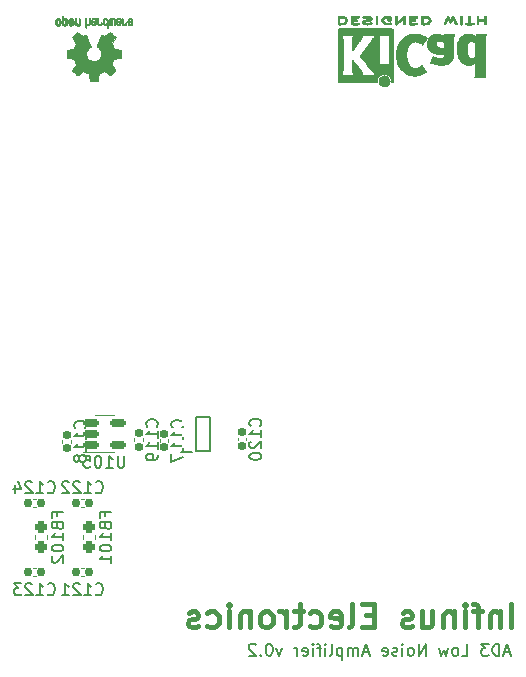
<source format=gbo>
G04 #@! TF.GenerationSoftware,KiCad,Pcbnew,7.0.7*
G04 #@! TF.CreationDate,2023-11-11T11:47:43+00:00*
G04 #@! TF.ProjectId,AD3 Front End Amplifier,41443320-4672-46f6-9e74-20456e642041,rev?*
G04 #@! TF.SameCoordinates,Original*
G04 #@! TF.FileFunction,Legend,Bot*
G04 #@! TF.FilePolarity,Positive*
%FSLAX46Y46*%
G04 Gerber Fmt 4.6, Leading zero omitted, Abs format (unit mm)*
G04 Created by KiCad (PCBNEW 7.0.7) date 2023-11-11 11:47:43*
%MOMM*%
%LPD*%
G01*
G04 APERTURE LIST*
G04 Aperture macros list*
%AMRoundRect*
0 Rectangle with rounded corners*
0 $1 Rounding radius*
0 $2 $3 $4 $5 $6 $7 $8 $9 X,Y pos of 4 corners*
0 Add a 4 corners polygon primitive as box body*
4,1,4,$2,$3,$4,$5,$6,$7,$8,$9,$2,$3,0*
0 Add four circle primitives for the rounded corners*
1,1,$1+$1,$2,$3*
1,1,$1+$1,$4,$5*
1,1,$1+$1,$6,$7*
1,1,$1+$1,$8,$9*
0 Add four rect primitives between the rounded corners*
20,1,$1+$1,$2,$3,$4,$5,0*
20,1,$1+$1,$4,$5,$6,$7,0*
20,1,$1+$1,$6,$7,$8,$9,0*
20,1,$1+$1,$8,$9,$2,$3,0*%
G04 Aperture macros list end*
%ADD10C,0.200000*%
%ADD11C,0.400000*%
%ADD12C,0.150000*%
%ADD13C,0.010000*%
%ADD14C,0.120000*%
%ADD15R,1.600000X1.600000*%
%ADD16O,1.600000X1.600000*%
%ADD17O,2.500000X1.600000*%
%ADD18O,7.000000X3.500000*%
%ADD19RoundRect,0.150000X-0.512500X-0.150000X0.512500X-0.150000X0.512500X0.150000X-0.512500X0.150000X0*%
%ADD20R,1.700000X1.700000*%
%ADD21O,1.700000X1.700000*%
%ADD22O,1.600000X2.500000*%
%ADD23O,3.500000X7.000000*%
%ADD24R,0.900000X0.600000*%
%ADD25RoundRect,0.237500X0.237500X-0.287500X0.237500X0.287500X-0.237500X0.287500X-0.237500X-0.287500X0*%
%ADD26RoundRect,0.155000X0.212500X0.155000X-0.212500X0.155000X-0.212500X-0.155000X0.212500X-0.155000X0*%
%ADD27RoundRect,0.155000X0.155000X-0.212500X0.155000X0.212500X-0.155000X0.212500X-0.155000X-0.212500X0*%
G04 APERTURE END LIST*
D10*
X232468945Y-127216504D02*
X231992755Y-127216504D01*
X232564183Y-127502219D02*
X232230850Y-126502219D01*
X232230850Y-126502219D02*
X231897517Y-127502219D01*
X231564183Y-127502219D02*
X231564183Y-126502219D01*
X231564183Y-126502219D02*
X231326088Y-126502219D01*
X231326088Y-126502219D02*
X231183231Y-126549838D01*
X231183231Y-126549838D02*
X231087993Y-126645076D01*
X231087993Y-126645076D02*
X231040374Y-126740314D01*
X231040374Y-126740314D02*
X230992755Y-126930790D01*
X230992755Y-126930790D02*
X230992755Y-127073647D01*
X230992755Y-127073647D02*
X231040374Y-127264123D01*
X231040374Y-127264123D02*
X231087993Y-127359361D01*
X231087993Y-127359361D02*
X231183231Y-127454600D01*
X231183231Y-127454600D02*
X231326088Y-127502219D01*
X231326088Y-127502219D02*
X231564183Y-127502219D01*
X230659421Y-126502219D02*
X230040374Y-126502219D01*
X230040374Y-126502219D02*
X230373707Y-126883171D01*
X230373707Y-126883171D02*
X230230850Y-126883171D01*
X230230850Y-126883171D02*
X230135612Y-126930790D01*
X230135612Y-126930790D02*
X230087993Y-126978409D01*
X230087993Y-126978409D02*
X230040374Y-127073647D01*
X230040374Y-127073647D02*
X230040374Y-127311742D01*
X230040374Y-127311742D02*
X230087993Y-127406980D01*
X230087993Y-127406980D02*
X230135612Y-127454600D01*
X230135612Y-127454600D02*
X230230850Y-127502219D01*
X230230850Y-127502219D02*
X230516564Y-127502219D01*
X230516564Y-127502219D02*
X230611802Y-127454600D01*
X230611802Y-127454600D02*
X230659421Y-127406980D01*
X228373707Y-127502219D02*
X228849897Y-127502219D01*
X228849897Y-127502219D02*
X228849897Y-126502219D01*
X227897516Y-127502219D02*
X227992754Y-127454600D01*
X227992754Y-127454600D02*
X228040373Y-127406980D01*
X228040373Y-127406980D02*
X228087992Y-127311742D01*
X228087992Y-127311742D02*
X228087992Y-127026028D01*
X228087992Y-127026028D02*
X228040373Y-126930790D01*
X228040373Y-126930790D02*
X227992754Y-126883171D01*
X227992754Y-126883171D02*
X227897516Y-126835552D01*
X227897516Y-126835552D02*
X227754659Y-126835552D01*
X227754659Y-126835552D02*
X227659421Y-126883171D01*
X227659421Y-126883171D02*
X227611802Y-126930790D01*
X227611802Y-126930790D02*
X227564183Y-127026028D01*
X227564183Y-127026028D02*
X227564183Y-127311742D01*
X227564183Y-127311742D02*
X227611802Y-127406980D01*
X227611802Y-127406980D02*
X227659421Y-127454600D01*
X227659421Y-127454600D02*
X227754659Y-127502219D01*
X227754659Y-127502219D02*
X227897516Y-127502219D01*
X227230849Y-126835552D02*
X227040373Y-127502219D01*
X227040373Y-127502219D02*
X226849897Y-127026028D01*
X226849897Y-127026028D02*
X226659421Y-127502219D01*
X226659421Y-127502219D02*
X226468945Y-126835552D01*
X225326087Y-127502219D02*
X225326087Y-126502219D01*
X225326087Y-126502219D02*
X224754659Y-127502219D01*
X224754659Y-127502219D02*
X224754659Y-126502219D01*
X224135611Y-127502219D02*
X224230849Y-127454600D01*
X224230849Y-127454600D02*
X224278468Y-127406980D01*
X224278468Y-127406980D02*
X224326087Y-127311742D01*
X224326087Y-127311742D02*
X224326087Y-127026028D01*
X224326087Y-127026028D02*
X224278468Y-126930790D01*
X224278468Y-126930790D02*
X224230849Y-126883171D01*
X224230849Y-126883171D02*
X224135611Y-126835552D01*
X224135611Y-126835552D02*
X223992754Y-126835552D01*
X223992754Y-126835552D02*
X223897516Y-126883171D01*
X223897516Y-126883171D02*
X223849897Y-126930790D01*
X223849897Y-126930790D02*
X223802278Y-127026028D01*
X223802278Y-127026028D02*
X223802278Y-127311742D01*
X223802278Y-127311742D02*
X223849897Y-127406980D01*
X223849897Y-127406980D02*
X223897516Y-127454600D01*
X223897516Y-127454600D02*
X223992754Y-127502219D01*
X223992754Y-127502219D02*
X224135611Y-127502219D01*
X223373706Y-127502219D02*
X223373706Y-126835552D01*
X223373706Y-126502219D02*
X223421325Y-126549838D01*
X223421325Y-126549838D02*
X223373706Y-126597457D01*
X223373706Y-126597457D02*
X223326087Y-126549838D01*
X223326087Y-126549838D02*
X223373706Y-126502219D01*
X223373706Y-126502219D02*
X223373706Y-126597457D01*
X222945135Y-127454600D02*
X222849897Y-127502219D01*
X222849897Y-127502219D02*
X222659421Y-127502219D01*
X222659421Y-127502219D02*
X222564183Y-127454600D01*
X222564183Y-127454600D02*
X222516564Y-127359361D01*
X222516564Y-127359361D02*
X222516564Y-127311742D01*
X222516564Y-127311742D02*
X222564183Y-127216504D01*
X222564183Y-127216504D02*
X222659421Y-127168885D01*
X222659421Y-127168885D02*
X222802278Y-127168885D01*
X222802278Y-127168885D02*
X222897516Y-127121266D01*
X222897516Y-127121266D02*
X222945135Y-127026028D01*
X222945135Y-127026028D02*
X222945135Y-126978409D01*
X222945135Y-126978409D02*
X222897516Y-126883171D01*
X222897516Y-126883171D02*
X222802278Y-126835552D01*
X222802278Y-126835552D02*
X222659421Y-126835552D01*
X222659421Y-126835552D02*
X222564183Y-126883171D01*
X221707040Y-127454600D02*
X221802278Y-127502219D01*
X221802278Y-127502219D02*
X221992754Y-127502219D01*
X221992754Y-127502219D02*
X222087992Y-127454600D01*
X222087992Y-127454600D02*
X222135611Y-127359361D01*
X222135611Y-127359361D02*
X222135611Y-126978409D01*
X222135611Y-126978409D02*
X222087992Y-126883171D01*
X222087992Y-126883171D02*
X221992754Y-126835552D01*
X221992754Y-126835552D02*
X221802278Y-126835552D01*
X221802278Y-126835552D02*
X221707040Y-126883171D01*
X221707040Y-126883171D02*
X221659421Y-126978409D01*
X221659421Y-126978409D02*
X221659421Y-127073647D01*
X221659421Y-127073647D02*
X222135611Y-127168885D01*
X220516563Y-127216504D02*
X220040373Y-127216504D01*
X220611801Y-127502219D02*
X220278468Y-126502219D01*
X220278468Y-126502219D02*
X219945135Y-127502219D01*
X219611801Y-127502219D02*
X219611801Y-126835552D01*
X219611801Y-126930790D02*
X219564182Y-126883171D01*
X219564182Y-126883171D02*
X219468944Y-126835552D01*
X219468944Y-126835552D02*
X219326087Y-126835552D01*
X219326087Y-126835552D02*
X219230849Y-126883171D01*
X219230849Y-126883171D02*
X219183230Y-126978409D01*
X219183230Y-126978409D02*
X219183230Y-127502219D01*
X219183230Y-126978409D02*
X219135611Y-126883171D01*
X219135611Y-126883171D02*
X219040373Y-126835552D01*
X219040373Y-126835552D02*
X218897516Y-126835552D01*
X218897516Y-126835552D02*
X218802277Y-126883171D01*
X218802277Y-126883171D02*
X218754658Y-126978409D01*
X218754658Y-126978409D02*
X218754658Y-127502219D01*
X218278468Y-126835552D02*
X218278468Y-127835552D01*
X218278468Y-126883171D02*
X218183230Y-126835552D01*
X218183230Y-126835552D02*
X217992754Y-126835552D01*
X217992754Y-126835552D02*
X217897516Y-126883171D01*
X217897516Y-126883171D02*
X217849897Y-126930790D01*
X217849897Y-126930790D02*
X217802278Y-127026028D01*
X217802278Y-127026028D02*
X217802278Y-127311742D01*
X217802278Y-127311742D02*
X217849897Y-127406980D01*
X217849897Y-127406980D02*
X217897516Y-127454600D01*
X217897516Y-127454600D02*
X217992754Y-127502219D01*
X217992754Y-127502219D02*
X218183230Y-127502219D01*
X218183230Y-127502219D02*
X218278468Y-127454600D01*
X217230849Y-127502219D02*
X217326087Y-127454600D01*
X217326087Y-127454600D02*
X217373706Y-127359361D01*
X217373706Y-127359361D02*
X217373706Y-126502219D01*
X216849896Y-127502219D02*
X216849896Y-126835552D01*
X216849896Y-126502219D02*
X216897515Y-126549838D01*
X216897515Y-126549838D02*
X216849896Y-126597457D01*
X216849896Y-126597457D02*
X216802277Y-126549838D01*
X216802277Y-126549838D02*
X216849896Y-126502219D01*
X216849896Y-126502219D02*
X216849896Y-126597457D01*
X216516563Y-126835552D02*
X216135611Y-126835552D01*
X216373706Y-127502219D02*
X216373706Y-126645076D01*
X216373706Y-126645076D02*
X216326087Y-126549838D01*
X216326087Y-126549838D02*
X216230849Y-126502219D01*
X216230849Y-126502219D02*
X216135611Y-126502219D01*
X215802277Y-127502219D02*
X215802277Y-126835552D01*
X215802277Y-126502219D02*
X215849896Y-126549838D01*
X215849896Y-126549838D02*
X215802277Y-126597457D01*
X215802277Y-126597457D02*
X215754658Y-126549838D01*
X215754658Y-126549838D02*
X215802277Y-126502219D01*
X215802277Y-126502219D02*
X215802277Y-126597457D01*
X214945135Y-127454600D02*
X215040373Y-127502219D01*
X215040373Y-127502219D02*
X215230849Y-127502219D01*
X215230849Y-127502219D02*
X215326087Y-127454600D01*
X215326087Y-127454600D02*
X215373706Y-127359361D01*
X215373706Y-127359361D02*
X215373706Y-126978409D01*
X215373706Y-126978409D02*
X215326087Y-126883171D01*
X215326087Y-126883171D02*
X215230849Y-126835552D01*
X215230849Y-126835552D02*
X215040373Y-126835552D01*
X215040373Y-126835552D02*
X214945135Y-126883171D01*
X214945135Y-126883171D02*
X214897516Y-126978409D01*
X214897516Y-126978409D02*
X214897516Y-127073647D01*
X214897516Y-127073647D02*
X215373706Y-127168885D01*
X214468944Y-127502219D02*
X214468944Y-126835552D01*
X214468944Y-127026028D02*
X214421325Y-126930790D01*
X214421325Y-126930790D02*
X214373706Y-126883171D01*
X214373706Y-126883171D02*
X214278468Y-126835552D01*
X214278468Y-126835552D02*
X214183230Y-126835552D01*
X213183229Y-126835552D02*
X212945134Y-127502219D01*
X212945134Y-127502219D02*
X212707039Y-126835552D01*
X212135610Y-126502219D02*
X212040372Y-126502219D01*
X212040372Y-126502219D02*
X211945134Y-126549838D01*
X211945134Y-126549838D02*
X211897515Y-126597457D01*
X211897515Y-126597457D02*
X211849896Y-126692695D01*
X211849896Y-126692695D02*
X211802277Y-126883171D01*
X211802277Y-126883171D02*
X211802277Y-127121266D01*
X211802277Y-127121266D02*
X211849896Y-127311742D01*
X211849896Y-127311742D02*
X211897515Y-127406980D01*
X211897515Y-127406980D02*
X211945134Y-127454600D01*
X211945134Y-127454600D02*
X212040372Y-127502219D01*
X212040372Y-127502219D02*
X212135610Y-127502219D01*
X212135610Y-127502219D02*
X212230848Y-127454600D01*
X212230848Y-127454600D02*
X212278467Y-127406980D01*
X212278467Y-127406980D02*
X212326086Y-127311742D01*
X212326086Y-127311742D02*
X212373705Y-127121266D01*
X212373705Y-127121266D02*
X212373705Y-126883171D01*
X212373705Y-126883171D02*
X212326086Y-126692695D01*
X212326086Y-126692695D02*
X212278467Y-126597457D01*
X212278467Y-126597457D02*
X212230848Y-126549838D01*
X212230848Y-126549838D02*
X212135610Y-126502219D01*
X211373705Y-127406980D02*
X211326086Y-127454600D01*
X211326086Y-127454600D02*
X211373705Y-127502219D01*
X211373705Y-127502219D02*
X211421324Y-127454600D01*
X211421324Y-127454600D02*
X211373705Y-127406980D01*
X211373705Y-127406980D02*
X211373705Y-127502219D01*
X210945134Y-126597457D02*
X210897515Y-126549838D01*
X210897515Y-126549838D02*
X210802277Y-126502219D01*
X210802277Y-126502219D02*
X210564182Y-126502219D01*
X210564182Y-126502219D02*
X210468944Y-126549838D01*
X210468944Y-126549838D02*
X210421325Y-126597457D01*
X210421325Y-126597457D02*
X210373706Y-126692695D01*
X210373706Y-126692695D02*
X210373706Y-126787933D01*
X210373706Y-126787933D02*
X210421325Y-126930790D01*
X210421325Y-126930790D02*
X210992753Y-127502219D01*
X210992753Y-127502219D02*
X210373706Y-127502219D01*
D11*
X232559652Y-125083438D02*
X232559652Y-123083438D01*
X231607271Y-123750104D02*
X231607271Y-125083438D01*
X231607271Y-123940580D02*
X231512033Y-123845342D01*
X231512033Y-123845342D02*
X231321557Y-123750104D01*
X231321557Y-123750104D02*
X231035842Y-123750104D01*
X231035842Y-123750104D02*
X230845366Y-123845342D01*
X230845366Y-123845342D02*
X230750128Y-124035819D01*
X230750128Y-124035819D02*
X230750128Y-125083438D01*
X230083461Y-123750104D02*
X229321557Y-123750104D01*
X229797747Y-125083438D02*
X229797747Y-123369152D01*
X229797747Y-123369152D02*
X229702509Y-123178676D01*
X229702509Y-123178676D02*
X229512033Y-123083438D01*
X229512033Y-123083438D02*
X229321557Y-123083438D01*
X228654890Y-125083438D02*
X228654890Y-123750104D01*
X228654890Y-123083438D02*
X228750128Y-123178676D01*
X228750128Y-123178676D02*
X228654890Y-123273914D01*
X228654890Y-123273914D02*
X228559652Y-123178676D01*
X228559652Y-123178676D02*
X228654890Y-123083438D01*
X228654890Y-123083438D02*
X228654890Y-123273914D01*
X227702509Y-123750104D02*
X227702509Y-125083438D01*
X227702509Y-123940580D02*
X227607271Y-123845342D01*
X227607271Y-123845342D02*
X227416795Y-123750104D01*
X227416795Y-123750104D02*
X227131080Y-123750104D01*
X227131080Y-123750104D02*
X226940604Y-123845342D01*
X226940604Y-123845342D02*
X226845366Y-124035819D01*
X226845366Y-124035819D02*
X226845366Y-125083438D01*
X225035842Y-123750104D02*
X225035842Y-125083438D01*
X225892985Y-123750104D02*
X225892985Y-124797723D01*
X225892985Y-124797723D02*
X225797747Y-124988200D01*
X225797747Y-124988200D02*
X225607271Y-125083438D01*
X225607271Y-125083438D02*
X225321556Y-125083438D01*
X225321556Y-125083438D02*
X225131080Y-124988200D01*
X225131080Y-124988200D02*
X225035842Y-124892961D01*
X224178699Y-124988200D02*
X223988223Y-125083438D01*
X223988223Y-125083438D02*
X223607271Y-125083438D01*
X223607271Y-125083438D02*
X223416794Y-124988200D01*
X223416794Y-124988200D02*
X223321556Y-124797723D01*
X223321556Y-124797723D02*
X223321556Y-124702485D01*
X223321556Y-124702485D02*
X223416794Y-124512009D01*
X223416794Y-124512009D02*
X223607271Y-124416771D01*
X223607271Y-124416771D02*
X223892985Y-124416771D01*
X223892985Y-124416771D02*
X224083461Y-124321533D01*
X224083461Y-124321533D02*
X224178699Y-124131057D01*
X224178699Y-124131057D02*
X224178699Y-124035819D01*
X224178699Y-124035819D02*
X224083461Y-123845342D01*
X224083461Y-123845342D02*
X223892985Y-123750104D01*
X223892985Y-123750104D02*
X223607271Y-123750104D01*
X223607271Y-123750104D02*
X223416794Y-123845342D01*
X220940603Y-124035819D02*
X220273936Y-124035819D01*
X219988222Y-125083438D02*
X220940603Y-125083438D01*
X220940603Y-125083438D02*
X220940603Y-123083438D01*
X220940603Y-123083438D02*
X219988222Y-123083438D01*
X218845365Y-125083438D02*
X219035841Y-124988200D01*
X219035841Y-124988200D02*
X219131079Y-124797723D01*
X219131079Y-124797723D02*
X219131079Y-123083438D01*
X217321555Y-124988200D02*
X217512031Y-125083438D01*
X217512031Y-125083438D02*
X217892984Y-125083438D01*
X217892984Y-125083438D02*
X218083460Y-124988200D01*
X218083460Y-124988200D02*
X218178698Y-124797723D01*
X218178698Y-124797723D02*
X218178698Y-124035819D01*
X218178698Y-124035819D02*
X218083460Y-123845342D01*
X218083460Y-123845342D02*
X217892984Y-123750104D01*
X217892984Y-123750104D02*
X217512031Y-123750104D01*
X217512031Y-123750104D02*
X217321555Y-123845342D01*
X217321555Y-123845342D02*
X217226317Y-124035819D01*
X217226317Y-124035819D02*
X217226317Y-124226295D01*
X217226317Y-124226295D02*
X218178698Y-124416771D01*
X215512031Y-124988200D02*
X215702507Y-125083438D01*
X215702507Y-125083438D02*
X216083460Y-125083438D01*
X216083460Y-125083438D02*
X216273936Y-124988200D01*
X216273936Y-124988200D02*
X216369174Y-124892961D01*
X216369174Y-124892961D02*
X216464412Y-124702485D01*
X216464412Y-124702485D02*
X216464412Y-124131057D01*
X216464412Y-124131057D02*
X216369174Y-123940580D01*
X216369174Y-123940580D02*
X216273936Y-123845342D01*
X216273936Y-123845342D02*
X216083460Y-123750104D01*
X216083460Y-123750104D02*
X215702507Y-123750104D01*
X215702507Y-123750104D02*
X215512031Y-123845342D01*
X214940602Y-123750104D02*
X214178698Y-123750104D01*
X214654888Y-123083438D02*
X214654888Y-124797723D01*
X214654888Y-124797723D02*
X214559650Y-124988200D01*
X214559650Y-124988200D02*
X214369174Y-125083438D01*
X214369174Y-125083438D02*
X214178698Y-125083438D01*
X213512031Y-125083438D02*
X213512031Y-123750104D01*
X213512031Y-124131057D02*
X213416793Y-123940580D01*
X213416793Y-123940580D02*
X213321555Y-123845342D01*
X213321555Y-123845342D02*
X213131079Y-123750104D01*
X213131079Y-123750104D02*
X212940602Y-123750104D01*
X211988222Y-125083438D02*
X212178698Y-124988200D01*
X212178698Y-124988200D02*
X212273936Y-124892961D01*
X212273936Y-124892961D02*
X212369174Y-124702485D01*
X212369174Y-124702485D02*
X212369174Y-124131057D01*
X212369174Y-124131057D02*
X212273936Y-123940580D01*
X212273936Y-123940580D02*
X212178698Y-123845342D01*
X212178698Y-123845342D02*
X211988222Y-123750104D01*
X211988222Y-123750104D02*
X211702507Y-123750104D01*
X211702507Y-123750104D02*
X211512031Y-123845342D01*
X211512031Y-123845342D02*
X211416793Y-123940580D01*
X211416793Y-123940580D02*
X211321555Y-124131057D01*
X211321555Y-124131057D02*
X211321555Y-124702485D01*
X211321555Y-124702485D02*
X211416793Y-124892961D01*
X211416793Y-124892961D02*
X211512031Y-124988200D01*
X211512031Y-124988200D02*
X211702507Y-125083438D01*
X211702507Y-125083438D02*
X211988222Y-125083438D01*
X210464412Y-123750104D02*
X210464412Y-125083438D01*
X210464412Y-123940580D02*
X210369174Y-123845342D01*
X210369174Y-123845342D02*
X210178698Y-123750104D01*
X210178698Y-123750104D02*
X209892983Y-123750104D01*
X209892983Y-123750104D02*
X209702507Y-123845342D01*
X209702507Y-123845342D02*
X209607269Y-124035819D01*
X209607269Y-124035819D02*
X209607269Y-125083438D01*
X208654888Y-125083438D02*
X208654888Y-123750104D01*
X208654888Y-123083438D02*
X208750126Y-123178676D01*
X208750126Y-123178676D02*
X208654888Y-123273914D01*
X208654888Y-123273914D02*
X208559650Y-123178676D01*
X208559650Y-123178676D02*
X208654888Y-123083438D01*
X208654888Y-123083438D02*
X208654888Y-123273914D01*
X206845364Y-124988200D02*
X207035840Y-125083438D01*
X207035840Y-125083438D02*
X207416793Y-125083438D01*
X207416793Y-125083438D02*
X207607269Y-124988200D01*
X207607269Y-124988200D02*
X207702507Y-124892961D01*
X207702507Y-124892961D02*
X207797745Y-124702485D01*
X207797745Y-124702485D02*
X207797745Y-124131057D01*
X207797745Y-124131057D02*
X207702507Y-123940580D01*
X207702507Y-123940580D02*
X207607269Y-123845342D01*
X207607269Y-123845342D02*
X207416793Y-123750104D01*
X207416793Y-123750104D02*
X207035840Y-123750104D01*
X207035840Y-123750104D02*
X206845364Y-123845342D01*
X206083459Y-124988200D02*
X205892983Y-125083438D01*
X205892983Y-125083438D02*
X205512031Y-125083438D01*
X205512031Y-125083438D02*
X205321554Y-124988200D01*
X205321554Y-124988200D02*
X205226316Y-124797723D01*
X205226316Y-124797723D02*
X205226316Y-124702485D01*
X205226316Y-124702485D02*
X205321554Y-124512009D01*
X205321554Y-124512009D02*
X205512031Y-124416771D01*
X205512031Y-124416771D02*
X205797745Y-124416771D01*
X205797745Y-124416771D02*
X205988221Y-124321533D01*
X205988221Y-124321533D02*
X206083459Y-124131057D01*
X206083459Y-124131057D02*
X206083459Y-124035819D01*
X206083459Y-124035819D02*
X205988221Y-123845342D01*
X205988221Y-123845342D02*
X205797745Y-123750104D01*
X205797745Y-123750104D02*
X205512031Y-123750104D01*
X205512031Y-123750104D02*
X205321554Y-123845342D01*
D12*
X199834285Y-110566819D02*
X199834285Y-111376342D01*
X199834285Y-111376342D02*
X199786666Y-111471580D01*
X199786666Y-111471580D02*
X199739047Y-111519200D01*
X199739047Y-111519200D02*
X199643809Y-111566819D01*
X199643809Y-111566819D02*
X199453333Y-111566819D01*
X199453333Y-111566819D02*
X199358095Y-111519200D01*
X199358095Y-111519200D02*
X199310476Y-111471580D01*
X199310476Y-111471580D02*
X199262857Y-111376342D01*
X199262857Y-111376342D02*
X199262857Y-110566819D01*
X198262857Y-111566819D02*
X198834285Y-111566819D01*
X198548571Y-111566819D02*
X198548571Y-110566819D01*
X198548571Y-110566819D02*
X198643809Y-110709676D01*
X198643809Y-110709676D02*
X198739047Y-110804914D01*
X198739047Y-110804914D02*
X198834285Y-110852533D01*
X197643809Y-110566819D02*
X197548571Y-110566819D01*
X197548571Y-110566819D02*
X197453333Y-110614438D01*
X197453333Y-110614438D02*
X197405714Y-110662057D01*
X197405714Y-110662057D02*
X197358095Y-110757295D01*
X197358095Y-110757295D02*
X197310476Y-110947771D01*
X197310476Y-110947771D02*
X197310476Y-111185866D01*
X197310476Y-111185866D02*
X197358095Y-111376342D01*
X197358095Y-111376342D02*
X197405714Y-111471580D01*
X197405714Y-111471580D02*
X197453333Y-111519200D01*
X197453333Y-111519200D02*
X197548571Y-111566819D01*
X197548571Y-111566819D02*
X197643809Y-111566819D01*
X197643809Y-111566819D02*
X197739047Y-111519200D01*
X197739047Y-111519200D02*
X197786666Y-111471580D01*
X197786666Y-111471580D02*
X197834285Y-111376342D01*
X197834285Y-111376342D02*
X197881904Y-111185866D01*
X197881904Y-111185866D02*
X197881904Y-110947771D01*
X197881904Y-110947771D02*
X197834285Y-110757295D01*
X197834285Y-110757295D02*
X197786666Y-110662057D01*
X197786666Y-110662057D02*
X197739047Y-110614438D01*
X197739047Y-110614438D02*
X197643809Y-110566819D01*
X196405714Y-110566819D02*
X196881904Y-110566819D01*
X196881904Y-110566819D02*
X196929523Y-111043009D01*
X196929523Y-111043009D02*
X196881904Y-110995390D01*
X196881904Y-110995390D02*
X196786666Y-110947771D01*
X196786666Y-110947771D02*
X196548571Y-110947771D01*
X196548571Y-110947771D02*
X196453333Y-110995390D01*
X196453333Y-110995390D02*
X196405714Y-111043009D01*
X196405714Y-111043009D02*
X196358095Y-111138247D01*
X196358095Y-111138247D02*
X196358095Y-111376342D01*
X196358095Y-111376342D02*
X196405714Y-111471580D01*
X196405714Y-111471580D02*
X196453333Y-111519200D01*
X196453333Y-111519200D02*
X196548571Y-111566819D01*
X196548571Y-111566819D02*
X196786666Y-111566819D01*
X196786666Y-111566819D02*
X196881904Y-111519200D01*
X196881904Y-111519200D02*
X196929523Y-111471580D01*
X194147009Y-115675285D02*
X194147009Y-115341952D01*
X194670819Y-115341952D02*
X193670819Y-115341952D01*
X193670819Y-115341952D02*
X193670819Y-115818142D01*
X194147009Y-116532428D02*
X194194628Y-116675285D01*
X194194628Y-116675285D02*
X194242247Y-116722904D01*
X194242247Y-116722904D02*
X194337485Y-116770523D01*
X194337485Y-116770523D02*
X194480342Y-116770523D01*
X194480342Y-116770523D02*
X194575580Y-116722904D01*
X194575580Y-116722904D02*
X194623200Y-116675285D01*
X194623200Y-116675285D02*
X194670819Y-116580047D01*
X194670819Y-116580047D02*
X194670819Y-116199095D01*
X194670819Y-116199095D02*
X193670819Y-116199095D01*
X193670819Y-116199095D02*
X193670819Y-116532428D01*
X193670819Y-116532428D02*
X193718438Y-116627666D01*
X193718438Y-116627666D02*
X193766057Y-116675285D01*
X193766057Y-116675285D02*
X193861295Y-116722904D01*
X193861295Y-116722904D02*
X193956533Y-116722904D01*
X193956533Y-116722904D02*
X194051771Y-116675285D01*
X194051771Y-116675285D02*
X194099390Y-116627666D01*
X194099390Y-116627666D02*
X194147009Y-116532428D01*
X194147009Y-116532428D02*
X194147009Y-116199095D01*
X194670819Y-117722904D02*
X194670819Y-117151476D01*
X194670819Y-117437190D02*
X193670819Y-117437190D01*
X193670819Y-117437190D02*
X193813676Y-117341952D01*
X193813676Y-117341952D02*
X193908914Y-117246714D01*
X193908914Y-117246714D02*
X193956533Y-117151476D01*
X193670819Y-118341952D02*
X193670819Y-118437190D01*
X193670819Y-118437190D02*
X193718438Y-118532428D01*
X193718438Y-118532428D02*
X193766057Y-118580047D01*
X193766057Y-118580047D02*
X193861295Y-118627666D01*
X193861295Y-118627666D02*
X194051771Y-118675285D01*
X194051771Y-118675285D02*
X194289866Y-118675285D01*
X194289866Y-118675285D02*
X194480342Y-118627666D01*
X194480342Y-118627666D02*
X194575580Y-118580047D01*
X194575580Y-118580047D02*
X194623200Y-118532428D01*
X194623200Y-118532428D02*
X194670819Y-118437190D01*
X194670819Y-118437190D02*
X194670819Y-118341952D01*
X194670819Y-118341952D02*
X194623200Y-118246714D01*
X194623200Y-118246714D02*
X194575580Y-118199095D01*
X194575580Y-118199095D02*
X194480342Y-118151476D01*
X194480342Y-118151476D02*
X194289866Y-118103857D01*
X194289866Y-118103857D02*
X194051771Y-118103857D01*
X194051771Y-118103857D02*
X193861295Y-118151476D01*
X193861295Y-118151476D02*
X193766057Y-118199095D01*
X193766057Y-118199095D02*
X193718438Y-118246714D01*
X193718438Y-118246714D02*
X193670819Y-118341952D01*
X193766057Y-119056238D02*
X193718438Y-119103857D01*
X193718438Y-119103857D02*
X193670819Y-119199095D01*
X193670819Y-119199095D02*
X193670819Y-119437190D01*
X193670819Y-119437190D02*
X193718438Y-119532428D01*
X193718438Y-119532428D02*
X193766057Y-119580047D01*
X193766057Y-119580047D02*
X193861295Y-119627666D01*
X193861295Y-119627666D02*
X193956533Y-119627666D01*
X193956533Y-119627666D02*
X194099390Y-119580047D01*
X194099390Y-119580047D02*
X194670819Y-119008619D01*
X194670819Y-119008619D02*
X194670819Y-119627666D01*
X198211009Y-115675285D02*
X198211009Y-115341952D01*
X198734819Y-115341952D02*
X197734819Y-115341952D01*
X197734819Y-115341952D02*
X197734819Y-115818142D01*
X198211009Y-116532428D02*
X198258628Y-116675285D01*
X198258628Y-116675285D02*
X198306247Y-116722904D01*
X198306247Y-116722904D02*
X198401485Y-116770523D01*
X198401485Y-116770523D02*
X198544342Y-116770523D01*
X198544342Y-116770523D02*
X198639580Y-116722904D01*
X198639580Y-116722904D02*
X198687200Y-116675285D01*
X198687200Y-116675285D02*
X198734819Y-116580047D01*
X198734819Y-116580047D02*
X198734819Y-116199095D01*
X198734819Y-116199095D02*
X197734819Y-116199095D01*
X197734819Y-116199095D02*
X197734819Y-116532428D01*
X197734819Y-116532428D02*
X197782438Y-116627666D01*
X197782438Y-116627666D02*
X197830057Y-116675285D01*
X197830057Y-116675285D02*
X197925295Y-116722904D01*
X197925295Y-116722904D02*
X198020533Y-116722904D01*
X198020533Y-116722904D02*
X198115771Y-116675285D01*
X198115771Y-116675285D02*
X198163390Y-116627666D01*
X198163390Y-116627666D02*
X198211009Y-116532428D01*
X198211009Y-116532428D02*
X198211009Y-116199095D01*
X198734819Y-117722904D02*
X198734819Y-117151476D01*
X198734819Y-117437190D02*
X197734819Y-117437190D01*
X197734819Y-117437190D02*
X197877676Y-117341952D01*
X197877676Y-117341952D02*
X197972914Y-117246714D01*
X197972914Y-117246714D02*
X198020533Y-117151476D01*
X197734819Y-118341952D02*
X197734819Y-118437190D01*
X197734819Y-118437190D02*
X197782438Y-118532428D01*
X197782438Y-118532428D02*
X197830057Y-118580047D01*
X197830057Y-118580047D02*
X197925295Y-118627666D01*
X197925295Y-118627666D02*
X198115771Y-118675285D01*
X198115771Y-118675285D02*
X198353866Y-118675285D01*
X198353866Y-118675285D02*
X198544342Y-118627666D01*
X198544342Y-118627666D02*
X198639580Y-118580047D01*
X198639580Y-118580047D02*
X198687200Y-118532428D01*
X198687200Y-118532428D02*
X198734819Y-118437190D01*
X198734819Y-118437190D02*
X198734819Y-118341952D01*
X198734819Y-118341952D02*
X198687200Y-118246714D01*
X198687200Y-118246714D02*
X198639580Y-118199095D01*
X198639580Y-118199095D02*
X198544342Y-118151476D01*
X198544342Y-118151476D02*
X198353866Y-118103857D01*
X198353866Y-118103857D02*
X198115771Y-118103857D01*
X198115771Y-118103857D02*
X197925295Y-118151476D01*
X197925295Y-118151476D02*
X197830057Y-118199095D01*
X197830057Y-118199095D02*
X197782438Y-118246714D01*
X197782438Y-118246714D02*
X197734819Y-118341952D01*
X198734819Y-119627666D02*
X198734819Y-119056238D01*
X198734819Y-119341952D02*
X197734819Y-119341952D01*
X197734819Y-119341952D02*
X197877676Y-119246714D01*
X197877676Y-119246714D02*
X197972914Y-119151476D01*
X197972914Y-119151476D02*
X198020533Y-119056238D01*
X193337547Y-113643580D02*
X193385166Y-113691200D01*
X193385166Y-113691200D02*
X193528023Y-113738819D01*
X193528023Y-113738819D02*
X193623261Y-113738819D01*
X193623261Y-113738819D02*
X193766118Y-113691200D01*
X193766118Y-113691200D02*
X193861356Y-113595961D01*
X193861356Y-113595961D02*
X193908975Y-113500723D01*
X193908975Y-113500723D02*
X193956594Y-113310247D01*
X193956594Y-113310247D02*
X193956594Y-113167390D01*
X193956594Y-113167390D02*
X193908975Y-112976914D01*
X193908975Y-112976914D02*
X193861356Y-112881676D01*
X193861356Y-112881676D02*
X193766118Y-112786438D01*
X193766118Y-112786438D02*
X193623261Y-112738819D01*
X193623261Y-112738819D02*
X193528023Y-112738819D01*
X193528023Y-112738819D02*
X193385166Y-112786438D01*
X193385166Y-112786438D02*
X193337547Y-112834057D01*
X192385166Y-113738819D02*
X192956594Y-113738819D01*
X192670880Y-113738819D02*
X192670880Y-112738819D01*
X192670880Y-112738819D02*
X192766118Y-112881676D01*
X192766118Y-112881676D02*
X192861356Y-112976914D01*
X192861356Y-112976914D02*
X192956594Y-113024533D01*
X192004213Y-112834057D02*
X191956594Y-112786438D01*
X191956594Y-112786438D02*
X191861356Y-112738819D01*
X191861356Y-112738819D02*
X191623261Y-112738819D01*
X191623261Y-112738819D02*
X191528023Y-112786438D01*
X191528023Y-112786438D02*
X191480404Y-112834057D01*
X191480404Y-112834057D02*
X191432785Y-112929295D01*
X191432785Y-112929295D02*
X191432785Y-113024533D01*
X191432785Y-113024533D02*
X191480404Y-113167390D01*
X191480404Y-113167390D02*
X192051832Y-113738819D01*
X192051832Y-113738819D02*
X191432785Y-113738819D01*
X190575642Y-113072152D02*
X190575642Y-113738819D01*
X190813737Y-112691200D02*
X191051832Y-113405485D01*
X191051832Y-113405485D02*
X190432785Y-113405485D01*
X193337547Y-122279580D02*
X193385166Y-122327200D01*
X193385166Y-122327200D02*
X193528023Y-122374819D01*
X193528023Y-122374819D02*
X193623261Y-122374819D01*
X193623261Y-122374819D02*
X193766118Y-122327200D01*
X193766118Y-122327200D02*
X193861356Y-122231961D01*
X193861356Y-122231961D02*
X193908975Y-122136723D01*
X193908975Y-122136723D02*
X193956594Y-121946247D01*
X193956594Y-121946247D02*
X193956594Y-121803390D01*
X193956594Y-121803390D02*
X193908975Y-121612914D01*
X193908975Y-121612914D02*
X193861356Y-121517676D01*
X193861356Y-121517676D02*
X193766118Y-121422438D01*
X193766118Y-121422438D02*
X193623261Y-121374819D01*
X193623261Y-121374819D02*
X193528023Y-121374819D01*
X193528023Y-121374819D02*
X193385166Y-121422438D01*
X193385166Y-121422438D02*
X193337547Y-121470057D01*
X192385166Y-122374819D02*
X192956594Y-122374819D01*
X192670880Y-122374819D02*
X192670880Y-121374819D01*
X192670880Y-121374819D02*
X192766118Y-121517676D01*
X192766118Y-121517676D02*
X192861356Y-121612914D01*
X192861356Y-121612914D02*
X192956594Y-121660533D01*
X192004213Y-121470057D02*
X191956594Y-121422438D01*
X191956594Y-121422438D02*
X191861356Y-121374819D01*
X191861356Y-121374819D02*
X191623261Y-121374819D01*
X191623261Y-121374819D02*
X191528023Y-121422438D01*
X191528023Y-121422438D02*
X191480404Y-121470057D01*
X191480404Y-121470057D02*
X191432785Y-121565295D01*
X191432785Y-121565295D02*
X191432785Y-121660533D01*
X191432785Y-121660533D02*
X191480404Y-121803390D01*
X191480404Y-121803390D02*
X192051832Y-122374819D01*
X192051832Y-122374819D02*
X191432785Y-122374819D01*
X191099451Y-121374819D02*
X190480404Y-121374819D01*
X190480404Y-121374819D02*
X190813737Y-121755771D01*
X190813737Y-121755771D02*
X190670880Y-121755771D01*
X190670880Y-121755771D02*
X190575642Y-121803390D01*
X190575642Y-121803390D02*
X190528023Y-121851009D01*
X190528023Y-121851009D02*
X190480404Y-121946247D01*
X190480404Y-121946247D02*
X190480404Y-122184342D01*
X190480404Y-122184342D02*
X190528023Y-122279580D01*
X190528023Y-122279580D02*
X190575642Y-122327200D01*
X190575642Y-122327200D02*
X190670880Y-122374819D01*
X190670880Y-122374819D02*
X190956594Y-122374819D01*
X190956594Y-122374819D02*
X191051832Y-122327200D01*
X191051832Y-122327200D02*
X191099451Y-122279580D01*
X197401547Y-113643580D02*
X197449166Y-113691200D01*
X197449166Y-113691200D02*
X197592023Y-113738819D01*
X197592023Y-113738819D02*
X197687261Y-113738819D01*
X197687261Y-113738819D02*
X197830118Y-113691200D01*
X197830118Y-113691200D02*
X197925356Y-113595961D01*
X197925356Y-113595961D02*
X197972975Y-113500723D01*
X197972975Y-113500723D02*
X198020594Y-113310247D01*
X198020594Y-113310247D02*
X198020594Y-113167390D01*
X198020594Y-113167390D02*
X197972975Y-112976914D01*
X197972975Y-112976914D02*
X197925356Y-112881676D01*
X197925356Y-112881676D02*
X197830118Y-112786438D01*
X197830118Y-112786438D02*
X197687261Y-112738819D01*
X197687261Y-112738819D02*
X197592023Y-112738819D01*
X197592023Y-112738819D02*
X197449166Y-112786438D01*
X197449166Y-112786438D02*
X197401547Y-112834057D01*
X196449166Y-113738819D02*
X197020594Y-113738819D01*
X196734880Y-113738819D02*
X196734880Y-112738819D01*
X196734880Y-112738819D02*
X196830118Y-112881676D01*
X196830118Y-112881676D02*
X196925356Y-112976914D01*
X196925356Y-112976914D02*
X197020594Y-113024533D01*
X196068213Y-112834057D02*
X196020594Y-112786438D01*
X196020594Y-112786438D02*
X195925356Y-112738819D01*
X195925356Y-112738819D02*
X195687261Y-112738819D01*
X195687261Y-112738819D02*
X195592023Y-112786438D01*
X195592023Y-112786438D02*
X195544404Y-112834057D01*
X195544404Y-112834057D02*
X195496785Y-112929295D01*
X195496785Y-112929295D02*
X195496785Y-113024533D01*
X195496785Y-113024533D02*
X195544404Y-113167390D01*
X195544404Y-113167390D02*
X196115832Y-113738819D01*
X196115832Y-113738819D02*
X195496785Y-113738819D01*
X195115832Y-112834057D02*
X195068213Y-112786438D01*
X195068213Y-112786438D02*
X194972975Y-112738819D01*
X194972975Y-112738819D02*
X194734880Y-112738819D01*
X194734880Y-112738819D02*
X194639642Y-112786438D01*
X194639642Y-112786438D02*
X194592023Y-112834057D01*
X194592023Y-112834057D02*
X194544404Y-112929295D01*
X194544404Y-112929295D02*
X194544404Y-113024533D01*
X194544404Y-113024533D02*
X194592023Y-113167390D01*
X194592023Y-113167390D02*
X195163451Y-113738819D01*
X195163451Y-113738819D02*
X194544404Y-113738819D01*
X197401547Y-122279580D02*
X197449166Y-122327200D01*
X197449166Y-122327200D02*
X197592023Y-122374819D01*
X197592023Y-122374819D02*
X197687261Y-122374819D01*
X197687261Y-122374819D02*
X197830118Y-122327200D01*
X197830118Y-122327200D02*
X197925356Y-122231961D01*
X197925356Y-122231961D02*
X197972975Y-122136723D01*
X197972975Y-122136723D02*
X198020594Y-121946247D01*
X198020594Y-121946247D02*
X198020594Y-121803390D01*
X198020594Y-121803390D02*
X197972975Y-121612914D01*
X197972975Y-121612914D02*
X197925356Y-121517676D01*
X197925356Y-121517676D02*
X197830118Y-121422438D01*
X197830118Y-121422438D02*
X197687261Y-121374819D01*
X197687261Y-121374819D02*
X197592023Y-121374819D01*
X197592023Y-121374819D02*
X197449166Y-121422438D01*
X197449166Y-121422438D02*
X197401547Y-121470057D01*
X196449166Y-122374819D02*
X197020594Y-122374819D01*
X196734880Y-122374819D02*
X196734880Y-121374819D01*
X196734880Y-121374819D02*
X196830118Y-121517676D01*
X196830118Y-121517676D02*
X196925356Y-121612914D01*
X196925356Y-121612914D02*
X197020594Y-121660533D01*
X196068213Y-121470057D02*
X196020594Y-121422438D01*
X196020594Y-121422438D02*
X195925356Y-121374819D01*
X195925356Y-121374819D02*
X195687261Y-121374819D01*
X195687261Y-121374819D02*
X195592023Y-121422438D01*
X195592023Y-121422438D02*
X195544404Y-121470057D01*
X195544404Y-121470057D02*
X195496785Y-121565295D01*
X195496785Y-121565295D02*
X195496785Y-121660533D01*
X195496785Y-121660533D02*
X195544404Y-121803390D01*
X195544404Y-121803390D02*
X196115832Y-122374819D01*
X196115832Y-122374819D02*
X195496785Y-122374819D01*
X194544404Y-122374819D02*
X195115832Y-122374819D01*
X194830118Y-122374819D02*
X194830118Y-121374819D01*
X194830118Y-121374819D02*
X194925356Y-121517676D01*
X194925356Y-121517676D02*
X195020594Y-121612914D01*
X195020594Y-121612914D02*
X195115832Y-121660533D01*
X211320580Y-108041452D02*
X211368200Y-107993833D01*
X211368200Y-107993833D02*
X211415819Y-107850976D01*
X211415819Y-107850976D02*
X211415819Y-107755738D01*
X211415819Y-107755738D02*
X211368200Y-107612881D01*
X211368200Y-107612881D02*
X211272961Y-107517643D01*
X211272961Y-107517643D02*
X211177723Y-107470024D01*
X211177723Y-107470024D02*
X210987247Y-107422405D01*
X210987247Y-107422405D02*
X210844390Y-107422405D01*
X210844390Y-107422405D02*
X210653914Y-107470024D01*
X210653914Y-107470024D02*
X210558676Y-107517643D01*
X210558676Y-107517643D02*
X210463438Y-107612881D01*
X210463438Y-107612881D02*
X210415819Y-107755738D01*
X210415819Y-107755738D02*
X210415819Y-107850976D01*
X210415819Y-107850976D02*
X210463438Y-107993833D01*
X210463438Y-107993833D02*
X210511057Y-108041452D01*
X211415819Y-108993833D02*
X211415819Y-108422405D01*
X211415819Y-108708119D02*
X210415819Y-108708119D01*
X210415819Y-108708119D02*
X210558676Y-108612881D01*
X210558676Y-108612881D02*
X210653914Y-108517643D01*
X210653914Y-108517643D02*
X210701533Y-108422405D01*
X210511057Y-109374786D02*
X210463438Y-109422405D01*
X210463438Y-109422405D02*
X210415819Y-109517643D01*
X210415819Y-109517643D02*
X210415819Y-109755738D01*
X210415819Y-109755738D02*
X210463438Y-109850976D01*
X210463438Y-109850976D02*
X210511057Y-109898595D01*
X210511057Y-109898595D02*
X210606295Y-109946214D01*
X210606295Y-109946214D02*
X210701533Y-109946214D01*
X210701533Y-109946214D02*
X210844390Y-109898595D01*
X210844390Y-109898595D02*
X211415819Y-109327167D01*
X211415819Y-109327167D02*
X211415819Y-109946214D01*
X210415819Y-110565262D02*
X210415819Y-110660500D01*
X210415819Y-110660500D02*
X210463438Y-110755738D01*
X210463438Y-110755738D02*
X210511057Y-110803357D01*
X210511057Y-110803357D02*
X210606295Y-110850976D01*
X210606295Y-110850976D02*
X210796771Y-110898595D01*
X210796771Y-110898595D02*
X211034866Y-110898595D01*
X211034866Y-110898595D02*
X211225342Y-110850976D01*
X211225342Y-110850976D02*
X211320580Y-110803357D01*
X211320580Y-110803357D02*
X211368200Y-110755738D01*
X211368200Y-110755738D02*
X211415819Y-110660500D01*
X211415819Y-110660500D02*
X211415819Y-110565262D01*
X211415819Y-110565262D02*
X211368200Y-110470024D01*
X211368200Y-110470024D02*
X211320580Y-110422405D01*
X211320580Y-110422405D02*
X211225342Y-110374786D01*
X211225342Y-110374786D02*
X211034866Y-110327167D01*
X211034866Y-110327167D02*
X210796771Y-110327167D01*
X210796771Y-110327167D02*
X210606295Y-110374786D01*
X210606295Y-110374786D02*
X210511057Y-110422405D01*
X210511057Y-110422405D02*
X210463438Y-110470024D01*
X210463438Y-110470024D02*
X210415819Y-110565262D01*
X202560580Y-108100952D02*
X202608200Y-108053333D01*
X202608200Y-108053333D02*
X202655819Y-107910476D01*
X202655819Y-107910476D02*
X202655819Y-107815238D01*
X202655819Y-107815238D02*
X202608200Y-107672381D01*
X202608200Y-107672381D02*
X202512961Y-107577143D01*
X202512961Y-107577143D02*
X202417723Y-107529524D01*
X202417723Y-107529524D02*
X202227247Y-107481905D01*
X202227247Y-107481905D02*
X202084390Y-107481905D01*
X202084390Y-107481905D02*
X201893914Y-107529524D01*
X201893914Y-107529524D02*
X201798676Y-107577143D01*
X201798676Y-107577143D02*
X201703438Y-107672381D01*
X201703438Y-107672381D02*
X201655819Y-107815238D01*
X201655819Y-107815238D02*
X201655819Y-107910476D01*
X201655819Y-107910476D02*
X201703438Y-108053333D01*
X201703438Y-108053333D02*
X201751057Y-108100952D01*
X202655819Y-109053333D02*
X202655819Y-108481905D01*
X202655819Y-108767619D02*
X201655819Y-108767619D01*
X201655819Y-108767619D02*
X201798676Y-108672381D01*
X201798676Y-108672381D02*
X201893914Y-108577143D01*
X201893914Y-108577143D02*
X201941533Y-108481905D01*
X202655819Y-110005714D02*
X202655819Y-109434286D01*
X202655819Y-109720000D02*
X201655819Y-109720000D01*
X201655819Y-109720000D02*
X201798676Y-109624762D01*
X201798676Y-109624762D02*
X201893914Y-109529524D01*
X201893914Y-109529524D02*
X201941533Y-109434286D01*
X202655819Y-110481905D02*
X202655819Y-110672381D01*
X202655819Y-110672381D02*
X202608200Y-110767619D01*
X202608200Y-110767619D02*
X202560580Y-110815238D01*
X202560580Y-110815238D02*
X202417723Y-110910476D01*
X202417723Y-110910476D02*
X202227247Y-110958095D01*
X202227247Y-110958095D02*
X201846295Y-110958095D01*
X201846295Y-110958095D02*
X201751057Y-110910476D01*
X201751057Y-110910476D02*
X201703438Y-110862857D01*
X201703438Y-110862857D02*
X201655819Y-110767619D01*
X201655819Y-110767619D02*
X201655819Y-110577143D01*
X201655819Y-110577143D02*
X201703438Y-110481905D01*
X201703438Y-110481905D02*
X201751057Y-110434286D01*
X201751057Y-110434286D02*
X201846295Y-110386667D01*
X201846295Y-110386667D02*
X202084390Y-110386667D01*
X202084390Y-110386667D02*
X202179628Y-110434286D01*
X202179628Y-110434286D02*
X202227247Y-110481905D01*
X202227247Y-110481905D02*
X202274866Y-110577143D01*
X202274866Y-110577143D02*
X202274866Y-110767619D01*
X202274866Y-110767619D02*
X202227247Y-110862857D01*
X202227247Y-110862857D02*
X202179628Y-110910476D01*
X202179628Y-110910476D02*
X202084390Y-110958095D01*
X196464580Y-108227952D02*
X196512200Y-108180333D01*
X196512200Y-108180333D02*
X196559819Y-108037476D01*
X196559819Y-108037476D02*
X196559819Y-107942238D01*
X196559819Y-107942238D02*
X196512200Y-107799381D01*
X196512200Y-107799381D02*
X196416961Y-107704143D01*
X196416961Y-107704143D02*
X196321723Y-107656524D01*
X196321723Y-107656524D02*
X196131247Y-107608905D01*
X196131247Y-107608905D02*
X195988390Y-107608905D01*
X195988390Y-107608905D02*
X195797914Y-107656524D01*
X195797914Y-107656524D02*
X195702676Y-107704143D01*
X195702676Y-107704143D02*
X195607438Y-107799381D01*
X195607438Y-107799381D02*
X195559819Y-107942238D01*
X195559819Y-107942238D02*
X195559819Y-108037476D01*
X195559819Y-108037476D02*
X195607438Y-108180333D01*
X195607438Y-108180333D02*
X195655057Y-108227952D01*
X196559819Y-109180333D02*
X196559819Y-108608905D01*
X196559819Y-108894619D02*
X195559819Y-108894619D01*
X195559819Y-108894619D02*
X195702676Y-108799381D01*
X195702676Y-108799381D02*
X195797914Y-108704143D01*
X195797914Y-108704143D02*
X195845533Y-108608905D01*
X196559819Y-110132714D02*
X196559819Y-109561286D01*
X196559819Y-109847000D02*
X195559819Y-109847000D01*
X195559819Y-109847000D02*
X195702676Y-109751762D01*
X195702676Y-109751762D02*
X195797914Y-109656524D01*
X195797914Y-109656524D02*
X195845533Y-109561286D01*
X195988390Y-110704143D02*
X195940771Y-110608905D01*
X195940771Y-110608905D02*
X195893152Y-110561286D01*
X195893152Y-110561286D02*
X195797914Y-110513667D01*
X195797914Y-110513667D02*
X195750295Y-110513667D01*
X195750295Y-110513667D02*
X195655057Y-110561286D01*
X195655057Y-110561286D02*
X195607438Y-110608905D01*
X195607438Y-110608905D02*
X195559819Y-110704143D01*
X195559819Y-110704143D02*
X195559819Y-110894619D01*
X195559819Y-110894619D02*
X195607438Y-110989857D01*
X195607438Y-110989857D02*
X195655057Y-111037476D01*
X195655057Y-111037476D02*
X195750295Y-111085095D01*
X195750295Y-111085095D02*
X195797914Y-111085095D01*
X195797914Y-111085095D02*
X195893152Y-111037476D01*
X195893152Y-111037476D02*
X195940771Y-110989857D01*
X195940771Y-110989857D02*
X195988390Y-110894619D01*
X195988390Y-110894619D02*
X195988390Y-110704143D01*
X195988390Y-110704143D02*
X196036009Y-110608905D01*
X196036009Y-110608905D02*
X196083628Y-110561286D01*
X196083628Y-110561286D02*
X196178866Y-110513667D01*
X196178866Y-110513667D02*
X196369342Y-110513667D01*
X196369342Y-110513667D02*
X196464580Y-110561286D01*
X196464580Y-110561286D02*
X196512200Y-110608905D01*
X196512200Y-110608905D02*
X196559819Y-110704143D01*
X196559819Y-110704143D02*
X196559819Y-110894619D01*
X196559819Y-110894619D02*
X196512200Y-110989857D01*
X196512200Y-110989857D02*
X196464580Y-111037476D01*
X196464580Y-111037476D02*
X196369342Y-111085095D01*
X196369342Y-111085095D02*
X196178866Y-111085095D01*
X196178866Y-111085095D02*
X196083628Y-111037476D01*
X196083628Y-111037476D02*
X196036009Y-110989857D01*
X196036009Y-110989857D02*
X195988390Y-110894619D01*
X204716580Y-108160452D02*
X204764200Y-108112833D01*
X204764200Y-108112833D02*
X204811819Y-107969976D01*
X204811819Y-107969976D02*
X204811819Y-107874738D01*
X204811819Y-107874738D02*
X204764200Y-107731881D01*
X204764200Y-107731881D02*
X204668961Y-107636643D01*
X204668961Y-107636643D02*
X204573723Y-107589024D01*
X204573723Y-107589024D02*
X204383247Y-107541405D01*
X204383247Y-107541405D02*
X204240390Y-107541405D01*
X204240390Y-107541405D02*
X204049914Y-107589024D01*
X204049914Y-107589024D02*
X203954676Y-107636643D01*
X203954676Y-107636643D02*
X203859438Y-107731881D01*
X203859438Y-107731881D02*
X203811819Y-107874738D01*
X203811819Y-107874738D02*
X203811819Y-107969976D01*
X203811819Y-107969976D02*
X203859438Y-108112833D01*
X203859438Y-108112833D02*
X203907057Y-108160452D01*
X204811819Y-109112833D02*
X204811819Y-108541405D01*
X204811819Y-108827119D02*
X203811819Y-108827119D01*
X203811819Y-108827119D02*
X203954676Y-108731881D01*
X203954676Y-108731881D02*
X204049914Y-108636643D01*
X204049914Y-108636643D02*
X204097533Y-108541405D01*
X204811819Y-110065214D02*
X204811819Y-109493786D01*
X204811819Y-109779500D02*
X203811819Y-109779500D01*
X203811819Y-109779500D02*
X203954676Y-109684262D01*
X203954676Y-109684262D02*
X204049914Y-109589024D01*
X204049914Y-109589024D02*
X204097533Y-109493786D01*
X203811819Y-110398548D02*
X203811819Y-111065214D01*
X203811819Y-111065214D02*
X204811819Y-110636643D01*
D13*
X198666674Y-73524679D02*
X198684432Y-73526886D01*
X198730233Y-73531555D01*
X198762257Y-73533415D01*
X198771756Y-73533131D01*
X198810726Y-73530052D01*
X198857840Y-73524679D01*
X198872915Y-73522832D01*
X198910890Y-73522107D01*
X198938675Y-73533571D01*
X198970326Y-73561873D01*
X199016257Y-73607804D01*
X199016257Y-73867945D01*
X199015899Y-73944820D01*
X199014784Y-74018114D01*
X199013048Y-74076150D01*
X199010833Y-74114337D01*
X199008279Y-74128086D01*
X199007744Y-74128049D01*
X198989192Y-74121207D01*
X198957847Y-74106132D01*
X198915392Y-74084178D01*
X198911396Y-73855760D01*
X198907400Y-73627343D01*
X198820314Y-73627343D01*
X198816343Y-73877714D01*
X198815084Y-73945773D01*
X198813282Y-74018518D01*
X198811329Y-74076270D01*
X198809388Y-74114352D01*
X198807623Y-74128086D01*
X198807115Y-74128038D01*
X198789518Y-74122985D01*
X198757166Y-74112151D01*
X198711457Y-74096217D01*
X198711235Y-73876294D01*
X198711012Y-73838091D01*
X198709469Y-73763854D01*
X198706708Y-73701855D01*
X198703023Y-73657692D01*
X198698708Y-73636959D01*
X198683268Y-73625869D01*
X198651759Y-73622444D01*
X198617114Y-73627343D01*
X198613143Y-73877714D01*
X198611722Y-73941337D01*
X198608775Y-74016644D01*
X198604921Y-74075714D01*
X198600458Y-74114282D01*
X198595683Y-74128086D01*
X198577059Y-74123718D01*
X198545226Y-74111242D01*
X198508257Y-74094398D01*
X198508257Y-73607804D01*
X198554188Y-73561873D01*
X198564680Y-73551573D01*
X198593745Y-73528680D01*
X198623057Y-73521265D01*
X198666674Y-73524679D01*
G36*
X198666674Y-73524679D02*
G01*
X198684432Y-73526886D01*
X198730233Y-73531555D01*
X198762257Y-73533415D01*
X198771756Y-73533131D01*
X198810726Y-73530052D01*
X198857840Y-73524679D01*
X198872915Y-73522832D01*
X198910890Y-73522107D01*
X198938675Y-73533571D01*
X198970326Y-73561873D01*
X199016257Y-73607804D01*
X199016257Y-73867945D01*
X199015899Y-73944820D01*
X199014784Y-74018114D01*
X199013048Y-74076150D01*
X199010833Y-74114337D01*
X199008279Y-74128086D01*
X199007744Y-74128049D01*
X198989192Y-74121207D01*
X198957847Y-74106132D01*
X198915392Y-74084178D01*
X198911396Y-73855760D01*
X198907400Y-73627343D01*
X198820314Y-73627343D01*
X198816343Y-73877714D01*
X198815084Y-73945773D01*
X198813282Y-74018518D01*
X198811329Y-74076270D01*
X198809388Y-74114352D01*
X198807623Y-74128086D01*
X198807115Y-74128038D01*
X198789518Y-74122985D01*
X198757166Y-74112151D01*
X198711457Y-74096217D01*
X198711235Y-73876294D01*
X198711012Y-73838091D01*
X198709469Y-73763854D01*
X198706708Y-73701855D01*
X198703023Y-73657692D01*
X198698708Y-73636959D01*
X198683268Y-73625869D01*
X198651759Y-73622444D01*
X198617114Y-73627343D01*
X198613143Y-73877714D01*
X198611722Y-73941337D01*
X198608775Y-74016644D01*
X198604921Y-74075714D01*
X198600458Y-74114282D01*
X198595683Y-74128086D01*
X198577059Y-74123718D01*
X198545226Y-74111242D01*
X198508257Y-74094398D01*
X198508257Y-73607804D01*
X198554188Y-73561873D01*
X198564680Y-73551573D01*
X198593745Y-73528680D01*
X198623057Y-73521265D01*
X198666674Y-73524679D01*
G37*
X194259769Y-73528465D02*
X194331355Y-73564293D01*
X194391626Y-73624113D01*
X194396714Y-73632127D01*
X194413270Y-73678658D01*
X194424427Y-73743448D01*
X194429840Y-73818273D01*
X194429167Y-73894904D01*
X194422063Y-73965118D01*
X194408185Y-74020688D01*
X194390351Y-74057699D01*
X194340145Y-74115267D01*
X194272115Y-74151038D01*
X194188842Y-74163335D01*
X194166602Y-74162669D01*
X194101109Y-74149053D01*
X194047313Y-74114751D01*
X193997943Y-74055662D01*
X193995005Y-74051278D01*
X193981713Y-74027701D01*
X193973068Y-74001051D01*
X193968096Y-73964841D01*
X193965826Y-73912587D01*
X193965322Y-73842808D01*
X194110429Y-73842808D01*
X194111875Y-73904850D01*
X194119093Y-73963958D01*
X194133994Y-74001314D01*
X194158364Y-74020848D01*
X194193992Y-74026486D01*
X194207560Y-74025365D01*
X194245570Y-74004806D01*
X194270688Y-73958701D01*
X194282752Y-73887487D01*
X194281598Y-73791601D01*
X194281134Y-73785431D01*
X194274371Y-73732522D01*
X194262329Y-73698971D01*
X194241995Y-73675984D01*
X194207903Y-73654452D01*
X194174186Y-73653320D01*
X194139457Y-73678143D01*
X194133416Y-73684675D01*
X194121583Y-73704221D01*
X194114596Y-73732614D01*
X194111273Y-73776570D01*
X194110429Y-73842808D01*
X193965322Y-73842808D01*
X193965286Y-73837800D01*
X193965299Y-73822065D01*
X193966086Y-73751881D01*
X193968790Y-73702978D01*
X193974394Y-73668822D01*
X193983881Y-73642876D01*
X193998232Y-73618603D01*
X194001763Y-73613567D01*
X194039122Y-73573857D01*
X194081689Y-73543908D01*
X194103548Y-73534190D01*
X194182092Y-73517980D01*
X194259769Y-73528465D01*
G36*
X194259769Y-73528465D02*
G01*
X194331355Y-73564293D01*
X194391626Y-73624113D01*
X194396714Y-73632127D01*
X194413270Y-73678658D01*
X194424427Y-73743448D01*
X194429840Y-73818273D01*
X194429167Y-73894904D01*
X194422063Y-73965118D01*
X194408185Y-74020688D01*
X194390351Y-74057699D01*
X194340145Y-74115267D01*
X194272115Y-74151038D01*
X194188842Y-74163335D01*
X194166602Y-74162669D01*
X194101109Y-74149053D01*
X194047313Y-74114751D01*
X193997943Y-74055662D01*
X193995005Y-74051278D01*
X193981713Y-74027701D01*
X193973068Y-74001051D01*
X193968096Y-73964841D01*
X193965826Y-73912587D01*
X193965322Y-73842808D01*
X194110429Y-73842808D01*
X194111875Y-73904850D01*
X194119093Y-73963958D01*
X194133994Y-74001314D01*
X194158364Y-74020848D01*
X194193992Y-74026486D01*
X194207560Y-74025365D01*
X194245570Y-74004806D01*
X194270688Y-73958701D01*
X194282752Y-73887487D01*
X194281598Y-73791601D01*
X194281134Y-73785431D01*
X194274371Y-73732522D01*
X194262329Y-73698971D01*
X194241995Y-73675984D01*
X194207903Y-73654452D01*
X194174186Y-73653320D01*
X194139457Y-73678143D01*
X194133416Y-73684675D01*
X194121583Y-73704221D01*
X194114596Y-73732614D01*
X194111273Y-73776570D01*
X194110429Y-73842808D01*
X193965322Y-73842808D01*
X193965286Y-73837800D01*
X193965299Y-73822065D01*
X193966086Y-73751881D01*
X193968790Y-73702978D01*
X193974394Y-73668822D01*
X193983881Y-73642876D01*
X193998232Y-73618603D01*
X194001763Y-73613567D01*
X194039122Y-73573857D01*
X194081689Y-73543908D01*
X194103548Y-73534190D01*
X194182092Y-73517980D01*
X194259769Y-73528465D01*
G37*
X200307335Y-73522770D02*
X200338615Y-73525717D01*
X200376347Y-73534717D01*
X200406506Y-73554280D01*
X200441592Y-73590733D01*
X200446280Y-73596057D01*
X200477823Y-73637031D01*
X200492872Y-73672717D01*
X200496714Y-73715034D01*
X200496714Y-73777221D01*
X200453258Y-73760818D01*
X200421576Y-73741644D01*
X200394038Y-73696653D01*
X200388289Y-73682248D01*
X200356145Y-73641454D01*
X200312389Y-73620919D01*
X200264746Y-73622765D01*
X200220943Y-73649114D01*
X200205889Y-73665545D01*
X200192237Y-73690333D01*
X200196507Y-73712856D01*
X200221084Y-73736036D01*
X200268349Y-73762798D01*
X200340686Y-73796066D01*
X200489457Y-73861184D01*
X200493405Y-73925692D01*
X200491662Y-73973936D01*
X200469719Y-74034904D01*
X200442021Y-74068503D01*
X200384595Y-74106034D01*
X200316473Y-74124994D01*
X200246053Y-74123493D01*
X200181733Y-74099645D01*
X200167574Y-74090487D01*
X200135096Y-74062151D01*
X200112884Y-74026305D01*
X200099196Y-73977616D01*
X200092285Y-73910751D01*
X200091372Y-73866753D01*
X200179007Y-73866753D01*
X200182631Y-73906743D01*
X200191758Y-73945848D01*
X200220227Y-73995116D01*
X200261322Y-74022878D01*
X200310410Y-74026636D01*
X200362856Y-74003891D01*
X200377391Y-73992519D01*
X200394990Y-73966780D01*
X200387632Y-73941343D01*
X200354152Y-73914186D01*
X200293386Y-73883286D01*
X200283331Y-73878810D01*
X200235249Y-73857983D01*
X200199274Y-73843335D01*
X200182556Y-73837800D01*
X200180023Y-73841874D01*
X200179007Y-73866753D01*
X200091372Y-73866753D01*
X200090410Y-73820378D01*
X200090693Y-73781695D01*
X200094238Y-73705479D01*
X200103517Y-73649706D01*
X200120625Y-73608387D01*
X200147656Y-73575533D01*
X200186708Y-73545154D01*
X200211555Y-73531340D01*
X200251385Y-73522035D01*
X200307335Y-73522770D01*
G36*
X200307335Y-73522770D02*
G01*
X200338615Y-73525717D01*
X200376347Y-73534717D01*
X200406506Y-73554280D01*
X200441592Y-73590733D01*
X200446280Y-73596057D01*
X200477823Y-73637031D01*
X200492872Y-73672717D01*
X200496714Y-73715034D01*
X200496714Y-73777221D01*
X200453258Y-73760818D01*
X200421576Y-73741644D01*
X200394038Y-73696653D01*
X200388289Y-73682248D01*
X200356145Y-73641454D01*
X200312389Y-73620919D01*
X200264746Y-73622765D01*
X200220943Y-73649114D01*
X200205889Y-73665545D01*
X200192237Y-73690333D01*
X200196507Y-73712856D01*
X200221084Y-73736036D01*
X200268349Y-73762798D01*
X200340686Y-73796066D01*
X200489457Y-73861184D01*
X200493405Y-73925692D01*
X200491662Y-73973936D01*
X200469719Y-74034904D01*
X200442021Y-74068503D01*
X200384595Y-74106034D01*
X200316473Y-74124994D01*
X200246053Y-74123493D01*
X200181733Y-74099645D01*
X200167574Y-74090487D01*
X200135096Y-74062151D01*
X200112884Y-74026305D01*
X200099196Y-73977616D01*
X200092285Y-73910751D01*
X200091372Y-73866753D01*
X200179007Y-73866753D01*
X200182631Y-73906743D01*
X200191758Y-73945848D01*
X200220227Y-73995116D01*
X200261322Y-74022878D01*
X200310410Y-74026636D01*
X200362856Y-74003891D01*
X200377391Y-73992519D01*
X200394990Y-73966780D01*
X200387632Y-73941343D01*
X200354152Y-73914186D01*
X200293386Y-73883286D01*
X200283331Y-73878810D01*
X200235249Y-73857983D01*
X200199274Y-73843335D01*
X200182556Y-73837800D01*
X200180023Y-73841874D01*
X200179007Y-73866753D01*
X200091372Y-73866753D01*
X200090410Y-73820378D01*
X200090693Y-73781695D01*
X200094238Y-73705479D01*
X200103517Y-73649706D01*
X200120625Y-73608387D01*
X200147656Y-73575533D01*
X200186708Y-73545154D01*
X200211555Y-73531340D01*
X200251385Y-73522035D01*
X200307335Y-73522770D01*
G37*
X195670775Y-73518509D02*
X195705732Y-73531844D01*
X195731903Y-73544677D01*
X195748987Y-73561220D01*
X195758914Y-73586535D01*
X195763614Y-73625684D01*
X195765018Y-73683732D01*
X195765057Y-73765739D01*
X195765256Y-73831105D01*
X195766441Y-73893827D01*
X195769271Y-73936666D01*
X195774391Y-73964780D01*
X195782447Y-73983325D01*
X195794086Y-73997457D01*
X195822697Y-74017400D01*
X195870761Y-74024917D01*
X195918312Y-74005921D01*
X195921450Y-74003489D01*
X195931231Y-73992252D01*
X195938447Y-73974230D01*
X195943701Y-73944974D01*
X195947598Y-73900038D01*
X195950744Y-73834972D01*
X195953743Y-73745330D01*
X195961000Y-73505303D01*
X196022686Y-73532956D01*
X196084371Y-73560609D01*
X196084371Y-73779754D01*
X196084116Y-73839289D01*
X196081914Y-73922108D01*
X196076339Y-73983773D01*
X196066059Y-74029252D01*
X196049742Y-74063516D01*
X196026057Y-74091534D01*
X195993672Y-74118277D01*
X195947093Y-74145220D01*
X195873713Y-74162809D01*
X195799980Y-74155178D01*
X195732190Y-74123320D01*
X195676634Y-74068230D01*
X195665119Y-74050984D01*
X195655568Y-74031438D01*
X195648794Y-74006802D01*
X195644181Y-73972289D01*
X195641112Y-73923111D01*
X195638971Y-73854481D01*
X195637141Y-73761611D01*
X195632596Y-73503993D01*
X195670775Y-73518509D01*
G36*
X195670775Y-73518509D02*
G01*
X195705732Y-73531844D01*
X195731903Y-73544677D01*
X195748987Y-73561220D01*
X195758914Y-73586535D01*
X195763614Y-73625684D01*
X195765018Y-73683732D01*
X195765057Y-73765739D01*
X195765256Y-73831105D01*
X195766441Y-73893827D01*
X195769271Y-73936666D01*
X195774391Y-73964780D01*
X195782447Y-73983325D01*
X195794086Y-73997457D01*
X195822697Y-74017400D01*
X195870761Y-74024917D01*
X195918312Y-74005921D01*
X195921450Y-74003489D01*
X195931231Y-73992252D01*
X195938447Y-73974230D01*
X195943701Y-73944974D01*
X195947598Y-73900038D01*
X195950744Y-73834972D01*
X195953743Y-73745330D01*
X195961000Y-73505303D01*
X196022686Y-73532956D01*
X196084371Y-73560609D01*
X196084371Y-73779754D01*
X196084116Y-73839289D01*
X196081914Y-73922108D01*
X196076339Y-73983773D01*
X196066059Y-74029252D01*
X196049742Y-74063516D01*
X196026057Y-74091534D01*
X195993672Y-74118277D01*
X195947093Y-74145220D01*
X195873713Y-74162809D01*
X195799980Y-74155178D01*
X195732190Y-74123320D01*
X195676634Y-74068230D01*
X195665119Y-74050984D01*
X195655568Y-74031438D01*
X195648794Y-74006802D01*
X195644181Y-73972289D01*
X195641112Y-73923111D01*
X195638971Y-73854481D01*
X195637141Y-73761611D01*
X195632596Y-73503993D01*
X195670775Y-73518509D01*
G37*
X199617828Y-73523019D02*
X199646946Y-73535330D01*
X199647819Y-73535728D01*
X199662940Y-73543644D01*
X199673109Y-73554505D01*
X199679309Y-73573529D01*
X199682522Y-73605931D01*
X199683730Y-73656929D01*
X199683914Y-73731739D01*
X199684286Y-73779196D01*
X199688250Y-73868385D01*
X199697327Y-73933713D01*
X199712476Y-73978607D01*
X199734655Y-74006493D01*
X199764825Y-74020797D01*
X199769010Y-74021794D01*
X199825520Y-74022573D01*
X199869590Y-73997256D01*
X199900028Y-73946498D01*
X199905456Y-73931825D01*
X199917829Y-73899351D01*
X199924095Y-73884428D01*
X199936964Y-73886484D01*
X199965067Y-73897643D01*
X199991279Y-73916073D01*
X200003229Y-73950902D01*
X199999664Y-73975849D01*
X199977765Y-74026453D01*
X199942356Y-74073872D01*
X199900948Y-74106666D01*
X199883600Y-74114248D01*
X199817911Y-74126924D01*
X199748171Y-74121903D01*
X199688247Y-74099645D01*
X199663327Y-74082920D01*
X199638090Y-74058957D01*
X199620088Y-74028474D01*
X199608142Y-73986977D01*
X199601070Y-73929968D01*
X199597692Y-73852953D01*
X199596829Y-73751435D01*
X199596998Y-73698973D01*
X199597847Y-73627285D01*
X199599289Y-73570075D01*
X199601186Y-73532191D01*
X199603403Y-73518486D01*
X199617828Y-73523019D01*
G36*
X199617828Y-73523019D02*
G01*
X199646946Y-73535330D01*
X199647819Y-73535728D01*
X199662940Y-73543644D01*
X199673109Y-73554505D01*
X199679309Y-73573529D01*
X199682522Y-73605931D01*
X199683730Y-73656929D01*
X199683914Y-73731739D01*
X199684286Y-73779196D01*
X199688250Y-73868385D01*
X199697327Y-73933713D01*
X199712476Y-73978607D01*
X199734655Y-74006493D01*
X199764825Y-74020797D01*
X199769010Y-74021794D01*
X199825520Y-74022573D01*
X199869590Y-73997256D01*
X199900028Y-73946498D01*
X199905456Y-73931825D01*
X199917829Y-73899351D01*
X199924095Y-73884428D01*
X199936964Y-73886484D01*
X199965067Y-73897643D01*
X199991279Y-73916073D01*
X200003229Y-73950902D01*
X199999664Y-73975849D01*
X199977765Y-74026453D01*
X199942356Y-74073872D01*
X199900948Y-74106666D01*
X199883600Y-74114248D01*
X199817911Y-74126924D01*
X199748171Y-74121903D01*
X199688247Y-74099645D01*
X199663327Y-74082920D01*
X199638090Y-74058957D01*
X199620088Y-74028474D01*
X199608142Y-73986977D01*
X199601070Y-73929968D01*
X199597692Y-73852953D01*
X199596829Y-73751435D01*
X199596998Y-73698973D01*
X199597847Y-73627285D01*
X199599289Y-73570075D01*
X199601186Y-73532191D01*
X199603403Y-73518486D01*
X199617828Y-73523019D01*
G37*
X198280264Y-73531623D02*
X198342855Y-73567055D01*
X198392221Y-73623582D01*
X198398182Y-73634005D01*
X198406055Y-73652267D01*
X198411894Y-73675571D01*
X198416001Y-73707915D01*
X198418675Y-73753296D01*
X198420219Y-73815713D01*
X198420933Y-73899163D01*
X198421117Y-74007642D01*
X198421171Y-74344399D01*
X198374000Y-74324638D01*
X198361528Y-74319230D01*
X198341676Y-74307015D01*
X198330313Y-74288518D01*
X198324067Y-74256171D01*
X198319571Y-74202407D01*
X198315465Y-74154134D01*
X198310037Y-74122443D01*
X198302261Y-74110617D01*
X198290543Y-74113788D01*
X198260682Y-74124933D01*
X198207316Y-74127696D01*
X198149907Y-74117375D01*
X198100375Y-74095139D01*
X198073124Y-74074557D01*
X198038135Y-74034400D01*
X198015726Y-73982914D01*
X198003810Y-73914432D01*
X198000458Y-73827353D01*
X198101857Y-73827353D01*
X198102163Y-73876878D01*
X198104278Y-73925218D01*
X198109610Y-73956413D01*
X198119540Y-73977353D01*
X198135450Y-73994927D01*
X198144796Y-74002841D01*
X198193224Y-74024157D01*
X198243960Y-74020802D01*
X198288013Y-73992893D01*
X198297496Y-73981827D01*
X198309061Y-73960991D01*
X198315748Y-73931894D01*
X198318827Y-73887619D01*
X198319571Y-73821252D01*
X198319228Y-73768423D01*
X198317058Y-73720638D01*
X198311693Y-73689791D01*
X198301783Y-73669065D01*
X198285979Y-73651644D01*
X198282276Y-73648295D01*
X198234701Y-73623581D01*
X198184365Y-73626110D01*
X198137483Y-73655712D01*
X198123523Y-73671047D01*
X198111840Y-73691378D01*
X198105314Y-73719486D01*
X198102476Y-73762450D01*
X198101857Y-73827353D01*
X198000458Y-73827353D01*
X198000302Y-73823286D01*
X198001463Y-73766687D01*
X198009655Y-73689538D01*
X198027481Y-73631724D01*
X198057025Y-73587578D01*
X198100375Y-73551432D01*
X198141668Y-73530537D01*
X198211013Y-73518910D01*
X198280264Y-73531623D01*
G36*
X198280264Y-73531623D02*
G01*
X198342855Y-73567055D01*
X198392221Y-73623582D01*
X198398182Y-73634005D01*
X198406055Y-73652267D01*
X198411894Y-73675571D01*
X198416001Y-73707915D01*
X198418675Y-73753296D01*
X198420219Y-73815713D01*
X198420933Y-73899163D01*
X198421117Y-74007642D01*
X198421171Y-74344399D01*
X198374000Y-74324638D01*
X198361528Y-74319230D01*
X198341676Y-74307015D01*
X198330313Y-74288518D01*
X198324067Y-74256171D01*
X198319571Y-74202407D01*
X198315465Y-74154134D01*
X198310037Y-74122443D01*
X198302261Y-74110617D01*
X198290543Y-74113788D01*
X198260682Y-74124933D01*
X198207316Y-74127696D01*
X198149907Y-74117375D01*
X198100375Y-74095139D01*
X198073124Y-74074557D01*
X198038135Y-74034400D01*
X198015726Y-73982914D01*
X198003810Y-73914432D01*
X198000458Y-73827353D01*
X198101857Y-73827353D01*
X198102163Y-73876878D01*
X198104278Y-73925218D01*
X198109610Y-73956413D01*
X198119540Y-73977353D01*
X198135450Y-73994927D01*
X198144796Y-74002841D01*
X198193224Y-74024157D01*
X198243960Y-74020802D01*
X198288013Y-73992893D01*
X198297496Y-73981827D01*
X198309061Y-73960991D01*
X198315748Y-73931894D01*
X198318827Y-73887619D01*
X198319571Y-73821252D01*
X198319228Y-73768423D01*
X198317058Y-73720638D01*
X198311693Y-73689791D01*
X198301783Y-73669065D01*
X198285979Y-73651644D01*
X198282276Y-73648295D01*
X198234701Y-73623581D01*
X198184365Y-73626110D01*
X198137483Y-73655712D01*
X198123523Y-73671047D01*
X198111840Y-73691378D01*
X198105314Y-73719486D01*
X198102476Y-73762450D01*
X198101857Y-73827353D01*
X198000458Y-73827353D01*
X198000302Y-73823286D01*
X198001463Y-73766687D01*
X198009655Y-73689538D01*
X198027481Y-73631724D01*
X198057025Y-73587578D01*
X198100375Y-73551432D01*
X198141668Y-73530537D01*
X198211013Y-73518910D01*
X198280264Y-73531623D01*
G37*
X196830215Y-73518532D02*
X196848027Y-73523580D01*
X196880491Y-73534420D01*
X196926200Y-73550354D01*
X196926177Y-73755763D01*
X196926143Y-73774049D01*
X196924222Y-73869374D01*
X196918322Y-73941457D01*
X196906999Y-73995187D01*
X196888813Y-74035451D01*
X196862321Y-74067139D01*
X196826082Y-74095139D01*
X196790737Y-74112667D01*
X196734227Y-74126215D01*
X196678644Y-74126985D01*
X196635914Y-74113805D01*
X196632702Y-74111985D01*
X196622795Y-74112180D01*
X196616025Y-74127428D01*
X196611139Y-74162387D01*
X196606886Y-74221711D01*
X196599629Y-74343453D01*
X196552457Y-74323556D01*
X196505286Y-74303658D01*
X196505286Y-73906491D01*
X196505481Y-73803502D01*
X196506002Y-73710859D01*
X196506801Y-73632300D01*
X196507828Y-73571561D01*
X196509037Y-73532377D01*
X196510377Y-73518486D01*
X196510901Y-73518532D01*
X196528713Y-73523580D01*
X196561177Y-73534420D01*
X196606886Y-73550354D01*
X196606886Y-73754827D01*
X196607176Y-73835168D01*
X196608526Y-73893438D01*
X196611631Y-73933091D01*
X196617188Y-73959382D01*
X196625893Y-73977564D01*
X196638444Y-73992893D01*
X196647001Y-74001045D01*
X196693272Y-74023625D01*
X196744272Y-74021625D01*
X196791007Y-73994927D01*
X196797811Y-73988302D01*
X196808707Y-73974544D01*
X196816164Y-73956358D01*
X196820831Y-73928823D01*
X196823358Y-73887019D01*
X196824398Y-73826027D01*
X196824600Y-73740927D01*
X196824697Y-73697766D01*
X196825326Y-73626776D01*
X196826444Y-73569924D01*
X196827937Y-73532172D01*
X196829691Y-73518486D01*
X196830215Y-73518532D01*
G36*
X196830215Y-73518532D02*
G01*
X196848027Y-73523580D01*
X196880491Y-73534420D01*
X196926200Y-73550354D01*
X196926177Y-73755763D01*
X196926143Y-73774049D01*
X196924222Y-73869374D01*
X196918322Y-73941457D01*
X196906999Y-73995187D01*
X196888813Y-74035451D01*
X196862321Y-74067139D01*
X196826082Y-74095139D01*
X196790737Y-74112667D01*
X196734227Y-74126215D01*
X196678644Y-74126985D01*
X196635914Y-74113805D01*
X196632702Y-74111985D01*
X196622795Y-74112180D01*
X196616025Y-74127428D01*
X196611139Y-74162387D01*
X196606886Y-74221711D01*
X196599629Y-74343453D01*
X196552457Y-74323556D01*
X196505286Y-74303658D01*
X196505286Y-73906491D01*
X196505481Y-73803502D01*
X196506002Y-73710859D01*
X196506801Y-73632300D01*
X196507828Y-73571561D01*
X196509037Y-73532377D01*
X196510377Y-73518486D01*
X196510901Y-73518532D01*
X196528713Y-73523580D01*
X196561177Y-73534420D01*
X196606886Y-73550354D01*
X196606886Y-73754827D01*
X196607176Y-73835168D01*
X196608526Y-73893438D01*
X196611631Y-73933091D01*
X196617188Y-73959382D01*
X196625893Y-73977564D01*
X196638444Y-73992893D01*
X196647001Y-74001045D01*
X196693272Y-74023625D01*
X196744272Y-74021625D01*
X196791007Y-73994927D01*
X196797811Y-73988302D01*
X196808707Y-73974544D01*
X196816164Y-73956358D01*
X196820831Y-73928823D01*
X196823358Y-73887019D01*
X196824398Y-73826027D01*
X196824600Y-73740927D01*
X196824697Y-73697766D01*
X196825326Y-73626776D01*
X196826444Y-73569924D01*
X196827937Y-73532172D01*
X196829691Y-73518486D01*
X196830215Y-73518532D01*
G37*
X197341470Y-73518577D02*
X197360763Y-73525890D01*
X197392716Y-73541322D01*
X197436876Y-73564158D01*
X197431629Y-73769922D01*
X197431264Y-73783568D01*
X197427096Y-73879349D01*
X197419732Y-73951538D01*
X197407670Y-74004942D01*
X197389407Y-74044367D01*
X197363440Y-74074620D01*
X197328267Y-74100507D01*
X197327616Y-74100913D01*
X197270744Y-74122032D01*
X197204967Y-74125600D01*
X197141517Y-74112431D01*
X197091624Y-74083339D01*
X197069675Y-74060673D01*
X197027496Y-73992918D01*
X197013286Y-73919050D01*
X197013286Y-73868230D01*
X197060001Y-73887872D01*
X197092308Y-73907692D01*
X197117769Y-73948840D01*
X197120384Y-73957325D01*
X197148522Y-74000549D01*
X197190933Y-74023897D01*
X197239630Y-74024900D01*
X197286627Y-74001086D01*
X197293643Y-73994944D01*
X197317107Y-73968255D01*
X197320981Y-73944986D01*
X197303232Y-73922138D01*
X197261821Y-73896713D01*
X197194714Y-73865712D01*
X197190176Y-73863748D01*
X197115678Y-73829010D01*
X197064797Y-73798237D01*
X197033475Y-73767512D01*
X197017657Y-73732918D01*
X197013286Y-73690538D01*
X197019014Y-73643554D01*
X197047938Y-73583415D01*
X197098822Y-73540212D01*
X197135626Y-73527241D01*
X197187566Y-73520144D01*
X197238001Y-73521660D01*
X197274017Y-73532368D01*
X197277842Y-73535034D01*
X197288002Y-73553663D01*
X197280952Y-73586495D01*
X197268703Y-73612265D01*
X197249061Y-73622994D01*
X197211809Y-73622461D01*
X197160092Y-73625538D01*
X197126299Y-73646788D01*
X197114886Y-73686123D01*
X197114896Y-73687253D01*
X197121813Y-73710087D01*
X197145341Y-73731037D01*
X197191086Y-73755185D01*
X197253296Y-73784259D01*
X197294501Y-73800075D01*
X197318288Y-73799056D01*
X197329403Y-73778163D01*
X197332592Y-73734359D01*
X197332600Y-73664607D01*
X197332956Y-73621548D01*
X197334587Y-73568374D01*
X197337239Y-73531978D01*
X197340578Y-73518486D01*
X197341470Y-73518577D01*
G36*
X197341470Y-73518577D02*
G01*
X197360763Y-73525890D01*
X197392716Y-73541322D01*
X197436876Y-73564158D01*
X197431629Y-73769922D01*
X197431264Y-73783568D01*
X197427096Y-73879349D01*
X197419732Y-73951538D01*
X197407670Y-74004942D01*
X197389407Y-74044367D01*
X197363440Y-74074620D01*
X197328267Y-74100507D01*
X197327616Y-74100913D01*
X197270744Y-74122032D01*
X197204967Y-74125600D01*
X197141517Y-74112431D01*
X197091624Y-74083339D01*
X197069675Y-74060673D01*
X197027496Y-73992918D01*
X197013286Y-73919050D01*
X197013286Y-73868230D01*
X197060001Y-73887872D01*
X197092308Y-73907692D01*
X197117769Y-73948840D01*
X197120384Y-73957325D01*
X197148522Y-74000549D01*
X197190933Y-74023897D01*
X197239630Y-74024900D01*
X197286627Y-74001086D01*
X197293643Y-73994944D01*
X197317107Y-73968255D01*
X197320981Y-73944986D01*
X197303232Y-73922138D01*
X197261821Y-73896713D01*
X197194714Y-73865712D01*
X197190176Y-73863748D01*
X197115678Y-73829010D01*
X197064797Y-73798237D01*
X197033475Y-73767512D01*
X197017657Y-73732918D01*
X197013286Y-73690538D01*
X197019014Y-73643554D01*
X197047938Y-73583415D01*
X197098822Y-73540212D01*
X197135626Y-73527241D01*
X197187566Y-73520144D01*
X197238001Y-73521660D01*
X197274017Y-73532368D01*
X197277842Y-73535034D01*
X197288002Y-73553663D01*
X197280952Y-73586495D01*
X197268703Y-73612265D01*
X197249061Y-73622994D01*
X197211809Y-73622461D01*
X197160092Y-73625538D01*
X197126299Y-73646788D01*
X197114886Y-73686123D01*
X197114896Y-73687253D01*
X197121813Y-73710087D01*
X197145341Y-73731037D01*
X197191086Y-73755185D01*
X197253296Y-73784259D01*
X197294501Y-73800075D01*
X197318288Y-73799056D01*
X197329403Y-73778163D01*
X197332592Y-73734359D01*
X197332600Y-73664607D01*
X197332956Y-73621548D01*
X197334587Y-73568374D01*
X197337239Y-73531978D01*
X197340578Y-73518486D01*
X197341470Y-73518577D01*
G37*
X198626675Y-74709657D02*
X198649046Y-74725416D01*
X198687267Y-74757967D01*
X198737979Y-74804267D01*
X198797819Y-74861274D01*
X198863429Y-74925942D01*
X199080352Y-75143228D01*
X198911399Y-75391747D01*
X198742447Y-75640267D01*
X198793817Y-75751405D01*
X198793969Y-75751734D01*
X198824817Y-75822582D01*
X198856339Y-75901477D01*
X198881734Y-75971400D01*
X198885577Y-75982678D01*
X198904953Y-76035033D01*
X198922426Y-76075717D01*
X198934612Y-76096713D01*
X198939574Y-76099678D01*
X198969366Y-76109625D01*
X199019953Y-76122495D01*
X199085806Y-76136947D01*
X199161400Y-76151645D01*
X199184043Y-76155790D01*
X199265962Y-76170884D01*
X199342400Y-76185101D01*
X199405663Y-76197005D01*
X199448057Y-76205161D01*
X199524257Y-76220201D01*
X199524257Y-76537508D01*
X199524240Y-76576524D01*
X199523918Y-76671708D01*
X199522967Y-76742745D01*
X199521104Y-76793266D01*
X199518045Y-76826902D01*
X199513506Y-76847282D01*
X199507205Y-76858038D01*
X199498857Y-76862801D01*
X199490776Y-76864730D01*
X199457828Y-76871555D01*
X199405264Y-76881978D01*
X199338431Y-76894982D01*
X199262672Y-76909551D01*
X199183335Y-76924667D01*
X199105763Y-76939315D01*
X199035302Y-76952477D01*
X198977298Y-76963137D01*
X198937096Y-76970279D01*
X198920041Y-76972886D01*
X198918888Y-76974459D01*
X198909615Y-76994881D01*
X198893568Y-77033955D01*
X198873365Y-77085371D01*
X198845328Y-77154647D01*
X198810814Y-77234710D01*
X198778462Y-77305272D01*
X198771048Y-77321111D01*
X198750245Y-77370707D01*
X198737781Y-77408962D01*
X198736137Y-77428644D01*
X198736985Y-77430038D01*
X198750452Y-77450580D01*
X198777150Y-77490484D01*
X198814461Y-77545860D01*
X198859766Y-77612823D01*
X198910448Y-77687483D01*
X198967555Y-77772308D01*
X199010393Y-77838200D01*
X199039540Y-77886522D01*
X199056683Y-77920267D01*
X199063505Y-77942428D01*
X199061694Y-77955998D01*
X199061085Y-77957016D01*
X199044703Y-77976790D01*
X199011305Y-78012825D01*
X198964329Y-78061549D01*
X198907214Y-78119388D01*
X198843397Y-78182773D01*
X198777198Y-78247095D01*
X198712352Y-78307553D01*
X198664701Y-78348345D01*
X198633010Y-78370516D01*
X198616042Y-78375111D01*
X198613825Y-78374079D01*
X198590476Y-78360163D01*
X198548088Y-78332970D01*
X198490631Y-78295111D01*
X198422077Y-78249197D01*
X198346399Y-78197840D01*
X198099702Y-78029374D01*
X197988294Y-78079938D01*
X197985057Y-78081403D01*
X197916657Y-78111035D01*
X197844093Y-78140507D01*
X197782543Y-78163642D01*
X197782271Y-78163738D01*
X197733405Y-78181633D01*
X197695788Y-78196747D01*
X197677543Y-78205816D01*
X197677248Y-78206145D01*
X197671054Y-78224718D01*
X197660861Y-78266955D01*
X197647652Y-78328304D01*
X197632410Y-78404211D01*
X197616119Y-78490125D01*
X197615551Y-78493204D01*
X197599287Y-78580872D01*
X197584392Y-78660259D01*
X197571829Y-78726299D01*
X197562562Y-78773921D01*
X197557556Y-78798057D01*
X197557236Y-78799395D01*
X197553940Y-78809727D01*
X197547262Y-78817494D01*
X197533538Y-78823060D01*
X197509105Y-78826793D01*
X197470298Y-78829058D01*
X197413454Y-78830222D01*
X197334910Y-78830652D01*
X197231000Y-78830714D01*
X197217944Y-78830714D01*
X197117067Y-78830629D01*
X197041144Y-78830135D01*
X196986509Y-78828865D01*
X196949500Y-78826453D01*
X196926453Y-78822533D01*
X196913704Y-78816738D01*
X196907589Y-78808701D01*
X196904444Y-78798057D01*
X196904354Y-78797675D01*
X196899186Y-78772653D01*
X196889791Y-78724319D01*
X196877133Y-78657740D01*
X196862175Y-78577986D01*
X196845881Y-78490125D01*
X196844552Y-78482936D01*
X196828309Y-78397660D01*
X196813195Y-78322758D01*
X196800192Y-78262781D01*
X196790285Y-78222283D01*
X196784456Y-78205816D01*
X196784425Y-78205790D01*
X196766057Y-78196680D01*
X196728360Y-78181543D01*
X196679457Y-78163642D01*
X196676703Y-78162670D01*
X196614183Y-78139041D01*
X196541457Y-78109405D01*
X196473706Y-78079938D01*
X196362297Y-78029374D01*
X196115601Y-78197840D01*
X196098225Y-78209689D01*
X196023798Y-78260053D01*
X195957386Y-78304388D01*
X195902961Y-78340084D01*
X195864494Y-78364529D01*
X195845958Y-78375111D01*
X195833257Y-78372685D01*
X195804421Y-78353890D01*
X195759857Y-78316670D01*
X195698330Y-78259980D01*
X195618602Y-78182773D01*
X195611468Y-78175745D01*
X195548204Y-78112778D01*
X195492010Y-78055732D01*
X195446323Y-78008183D01*
X195414586Y-77973703D01*
X195400236Y-77955869D01*
X195400190Y-77955783D01*
X195398367Y-77942205D01*
X195405090Y-77920180D01*
X195422054Y-77886696D01*
X195450956Y-77838739D01*
X195493492Y-77773296D01*
X195551356Y-77687355D01*
X195561217Y-77672849D01*
X195611087Y-77599365D01*
X195655095Y-77534313D01*
X195690620Y-77481583D01*
X195715041Y-77445064D01*
X195725736Y-77428644D01*
X195726542Y-77425166D01*
X195721482Y-77399215D01*
X195706323Y-77356841D01*
X195683537Y-77305272D01*
X195652571Y-77237830D01*
X195617996Y-77157805D01*
X195588634Y-77085371D01*
X195581355Y-77066623D01*
X195562290Y-77018754D01*
X195548285Y-76985404D01*
X195541959Y-76972886D01*
X195534975Y-76971950D01*
X195503587Y-76966539D01*
X195452213Y-76957194D01*
X195386198Y-76944931D01*
X195310887Y-76930768D01*
X195231625Y-76915720D01*
X195153757Y-76900805D01*
X195082630Y-76887039D01*
X195023588Y-76875438D01*
X194981978Y-76867020D01*
X194963143Y-76862801D01*
X194960020Y-76861611D01*
X194952409Y-76855195D01*
X194946746Y-76841535D01*
X194942749Y-76817001D01*
X194940134Y-76777962D01*
X194938616Y-76720787D01*
X194937914Y-76641846D01*
X194937743Y-76537508D01*
X194937743Y-76220201D01*
X195013943Y-76205161D01*
X195023160Y-76203358D01*
X195072109Y-76194020D01*
X195139795Y-76181331D01*
X195218522Y-76166727D01*
X195300600Y-76151645D01*
X195332922Y-76145578D01*
X195405145Y-76130819D01*
X195465334Y-76116863D01*
X195507960Y-76105048D01*
X195527490Y-76096713D01*
X195536340Y-76083095D01*
X195552452Y-76047062D01*
X195568935Y-76000428D01*
X195574737Y-75982966D01*
X195596094Y-75925642D01*
X195623641Y-75857799D01*
X195652893Y-75790645D01*
X195668537Y-75755570D01*
X195690826Y-75703178D01*
X195706143Y-75663942D01*
X195711838Y-75644437D01*
X195711522Y-75642964D01*
X195700719Y-75622271D01*
X195676362Y-75582335D01*
X195640919Y-75527028D01*
X195596864Y-75460219D01*
X195546668Y-75385780D01*
X195381499Y-75143377D01*
X195598497Y-74926017D01*
X195619484Y-74905101D01*
X195683658Y-74842495D01*
X195741010Y-74788505D01*
X195788180Y-74746174D01*
X195821808Y-74718543D01*
X195838533Y-74708657D01*
X195856697Y-74716179D01*
X195894735Y-74737773D01*
X195948274Y-74770849D01*
X196013116Y-74812809D01*
X196085060Y-74861057D01*
X196155725Y-74908709D01*
X196219474Y-74950672D01*
X196271487Y-74983835D01*
X196307721Y-75005622D01*
X196324133Y-75013457D01*
X196325095Y-75013386D01*
X196346897Y-75005662D01*
X196385560Y-74987677D01*
X196433388Y-74962987D01*
X196433890Y-74962716D01*
X196497413Y-74930901D01*
X196540940Y-74915358D01*
X196567948Y-74915315D01*
X196581910Y-74930000D01*
X196587820Y-74944456D01*
X196603771Y-74983169D01*
X196628340Y-75042684D01*
X196660221Y-75119835D01*
X196698107Y-75211459D01*
X196740690Y-75314393D01*
X196786663Y-75425474D01*
X196828333Y-75526528D01*
X196870732Y-75630220D01*
X196908244Y-75722881D01*
X196939612Y-75801358D01*
X196963575Y-75862500D01*
X196978877Y-75903157D01*
X196984257Y-75920175D01*
X196973982Y-75935781D01*
X196945437Y-75961838D01*
X196905029Y-75992113D01*
X196808021Y-76071316D01*
X196721207Y-76172525D01*
X196657678Y-76283884D01*
X196617823Y-76402107D01*
X196602035Y-76523905D01*
X196610704Y-76645990D01*
X196644222Y-76765075D01*
X196702979Y-76877871D01*
X196787368Y-76981089D01*
X196831369Y-77021287D01*
X196936789Y-77092362D01*
X197049590Y-77138699D01*
X197166475Y-77161401D01*
X197284147Y-77161572D01*
X197399310Y-77140313D01*
X197508665Y-77098730D01*
X197608917Y-77037924D01*
X197696767Y-76958999D01*
X197768920Y-76863059D01*
X197822078Y-76751205D01*
X197852943Y-76624543D01*
X197858608Y-76563493D01*
X197850815Y-76431224D01*
X197815716Y-76305734D01*
X197754351Y-76189241D01*
X197667757Y-76083961D01*
X197556971Y-75992113D01*
X197518069Y-75963070D01*
X197488896Y-75936728D01*
X197477743Y-75920200D01*
X197482190Y-75905791D01*
X197496622Y-75867185D01*
X197519827Y-75807799D01*
X197550548Y-75730785D01*
X197587526Y-75639297D01*
X197629504Y-75536484D01*
X197675222Y-75425498D01*
X197716822Y-75324928D01*
X197759778Y-75221053D01*
X197798171Y-75128181D01*
X197830695Y-75049475D01*
X197856042Y-74988101D01*
X197872905Y-74947221D01*
X197879975Y-74930000D01*
X197880057Y-74929796D01*
X197894202Y-74915255D01*
X197921341Y-74915421D01*
X197964977Y-74931073D01*
X198028612Y-74962987D01*
X198033621Y-74965674D01*
X198080875Y-74989850D01*
X198118189Y-75006963D01*
X198137867Y-75013457D01*
X198153995Y-75005782D01*
X198190041Y-74984129D01*
X198241908Y-74951072D01*
X198305555Y-74909190D01*
X198376940Y-74861057D01*
X198447276Y-74813869D01*
X198512330Y-74771733D01*
X198566180Y-74738422D01*
X198604626Y-74716531D01*
X198623466Y-74708657D01*
X198626675Y-74709657D01*
G36*
X198626675Y-74709657D02*
G01*
X198649046Y-74725416D01*
X198687267Y-74757967D01*
X198737979Y-74804267D01*
X198797819Y-74861274D01*
X198863429Y-74925942D01*
X199080352Y-75143228D01*
X198911399Y-75391747D01*
X198742447Y-75640267D01*
X198793817Y-75751405D01*
X198793969Y-75751734D01*
X198824817Y-75822582D01*
X198856339Y-75901477D01*
X198881734Y-75971400D01*
X198885577Y-75982678D01*
X198904953Y-76035033D01*
X198922426Y-76075717D01*
X198934612Y-76096713D01*
X198939574Y-76099678D01*
X198969366Y-76109625D01*
X199019953Y-76122495D01*
X199085806Y-76136947D01*
X199161400Y-76151645D01*
X199184043Y-76155790D01*
X199265962Y-76170884D01*
X199342400Y-76185101D01*
X199405663Y-76197005D01*
X199448057Y-76205161D01*
X199524257Y-76220201D01*
X199524257Y-76537508D01*
X199524240Y-76576524D01*
X199523918Y-76671708D01*
X199522967Y-76742745D01*
X199521104Y-76793266D01*
X199518045Y-76826902D01*
X199513506Y-76847282D01*
X199507205Y-76858038D01*
X199498857Y-76862801D01*
X199490776Y-76864730D01*
X199457828Y-76871555D01*
X199405264Y-76881978D01*
X199338431Y-76894982D01*
X199262672Y-76909551D01*
X199183335Y-76924667D01*
X199105763Y-76939315D01*
X199035302Y-76952477D01*
X198977298Y-76963137D01*
X198937096Y-76970279D01*
X198920041Y-76972886D01*
X198918888Y-76974459D01*
X198909615Y-76994881D01*
X198893568Y-77033955D01*
X198873365Y-77085371D01*
X198845328Y-77154647D01*
X198810814Y-77234710D01*
X198778462Y-77305272D01*
X198771048Y-77321111D01*
X198750245Y-77370707D01*
X198737781Y-77408962D01*
X198736137Y-77428644D01*
X198736985Y-77430038D01*
X198750452Y-77450580D01*
X198777150Y-77490484D01*
X198814461Y-77545860D01*
X198859766Y-77612823D01*
X198910448Y-77687483D01*
X198967555Y-77772308D01*
X199010393Y-77838200D01*
X199039540Y-77886522D01*
X199056683Y-77920267D01*
X199063505Y-77942428D01*
X199061694Y-77955998D01*
X199061085Y-77957016D01*
X199044703Y-77976790D01*
X199011305Y-78012825D01*
X198964329Y-78061549D01*
X198907214Y-78119388D01*
X198843397Y-78182773D01*
X198777198Y-78247095D01*
X198712352Y-78307553D01*
X198664701Y-78348345D01*
X198633010Y-78370516D01*
X198616042Y-78375111D01*
X198613825Y-78374079D01*
X198590476Y-78360163D01*
X198548088Y-78332970D01*
X198490631Y-78295111D01*
X198422077Y-78249197D01*
X198346399Y-78197840D01*
X198099702Y-78029374D01*
X197988294Y-78079938D01*
X197985057Y-78081403D01*
X197916657Y-78111035D01*
X197844093Y-78140507D01*
X197782543Y-78163642D01*
X197782271Y-78163738D01*
X197733405Y-78181633D01*
X197695788Y-78196747D01*
X197677543Y-78205816D01*
X197677248Y-78206145D01*
X197671054Y-78224718D01*
X197660861Y-78266955D01*
X197647652Y-78328304D01*
X197632410Y-78404211D01*
X197616119Y-78490125D01*
X197615551Y-78493204D01*
X197599287Y-78580872D01*
X197584392Y-78660259D01*
X197571829Y-78726299D01*
X197562562Y-78773921D01*
X197557556Y-78798057D01*
X197557236Y-78799395D01*
X197553940Y-78809727D01*
X197547262Y-78817494D01*
X197533538Y-78823060D01*
X197509105Y-78826793D01*
X197470298Y-78829058D01*
X197413454Y-78830222D01*
X197334910Y-78830652D01*
X197231000Y-78830714D01*
X197217944Y-78830714D01*
X197117067Y-78830629D01*
X197041144Y-78830135D01*
X196986509Y-78828865D01*
X196949500Y-78826453D01*
X196926453Y-78822533D01*
X196913704Y-78816738D01*
X196907589Y-78808701D01*
X196904444Y-78798057D01*
X196904354Y-78797675D01*
X196899186Y-78772653D01*
X196889791Y-78724319D01*
X196877133Y-78657740D01*
X196862175Y-78577986D01*
X196845881Y-78490125D01*
X196844552Y-78482936D01*
X196828309Y-78397660D01*
X196813195Y-78322758D01*
X196800192Y-78262781D01*
X196790285Y-78222283D01*
X196784456Y-78205816D01*
X196784425Y-78205790D01*
X196766057Y-78196680D01*
X196728360Y-78181543D01*
X196679457Y-78163642D01*
X196676703Y-78162670D01*
X196614183Y-78139041D01*
X196541457Y-78109405D01*
X196473706Y-78079938D01*
X196362297Y-78029374D01*
X196115601Y-78197840D01*
X196098225Y-78209689D01*
X196023798Y-78260053D01*
X195957386Y-78304388D01*
X195902961Y-78340084D01*
X195864494Y-78364529D01*
X195845958Y-78375111D01*
X195833257Y-78372685D01*
X195804421Y-78353890D01*
X195759857Y-78316670D01*
X195698330Y-78259980D01*
X195618602Y-78182773D01*
X195611468Y-78175745D01*
X195548204Y-78112778D01*
X195492010Y-78055732D01*
X195446323Y-78008183D01*
X195414586Y-77973703D01*
X195400236Y-77955869D01*
X195400190Y-77955783D01*
X195398367Y-77942205D01*
X195405090Y-77920180D01*
X195422054Y-77886696D01*
X195450956Y-77838739D01*
X195493492Y-77773296D01*
X195551356Y-77687355D01*
X195561217Y-77672849D01*
X195611087Y-77599365D01*
X195655095Y-77534313D01*
X195690620Y-77481583D01*
X195715041Y-77445064D01*
X195725736Y-77428644D01*
X195726542Y-77425166D01*
X195721482Y-77399215D01*
X195706323Y-77356841D01*
X195683537Y-77305272D01*
X195652571Y-77237830D01*
X195617996Y-77157805D01*
X195588634Y-77085371D01*
X195581355Y-77066623D01*
X195562290Y-77018754D01*
X195548285Y-76985404D01*
X195541959Y-76972886D01*
X195534975Y-76971950D01*
X195503587Y-76966539D01*
X195452213Y-76957194D01*
X195386198Y-76944931D01*
X195310887Y-76930768D01*
X195231625Y-76915720D01*
X195153757Y-76900805D01*
X195082630Y-76887039D01*
X195023588Y-76875438D01*
X194981978Y-76867020D01*
X194963143Y-76862801D01*
X194960020Y-76861611D01*
X194952409Y-76855195D01*
X194946746Y-76841535D01*
X194942749Y-76817001D01*
X194940134Y-76777962D01*
X194938616Y-76720787D01*
X194937914Y-76641846D01*
X194937743Y-76537508D01*
X194937743Y-76220201D01*
X195013943Y-76205161D01*
X195023160Y-76203358D01*
X195072109Y-76194020D01*
X195139795Y-76181331D01*
X195218522Y-76166727D01*
X195300600Y-76151645D01*
X195332922Y-76145578D01*
X195405145Y-76130819D01*
X195465334Y-76116863D01*
X195507960Y-76105048D01*
X195527490Y-76096713D01*
X195536340Y-76083095D01*
X195552452Y-76047062D01*
X195568935Y-76000428D01*
X195574737Y-75982966D01*
X195596094Y-75925642D01*
X195623641Y-75857799D01*
X195652893Y-75790645D01*
X195668537Y-75755570D01*
X195690826Y-75703178D01*
X195706143Y-75663942D01*
X195711838Y-75644437D01*
X195711522Y-75642964D01*
X195700719Y-75622271D01*
X195676362Y-75582335D01*
X195640919Y-75527028D01*
X195596864Y-75460219D01*
X195546668Y-75385780D01*
X195381499Y-75143377D01*
X195598497Y-74926017D01*
X195619484Y-74905101D01*
X195683658Y-74842495D01*
X195741010Y-74788505D01*
X195788180Y-74746174D01*
X195821808Y-74718543D01*
X195838533Y-74708657D01*
X195856697Y-74716179D01*
X195894735Y-74737773D01*
X195948274Y-74770849D01*
X196013116Y-74812809D01*
X196085060Y-74861057D01*
X196155725Y-74908709D01*
X196219474Y-74950672D01*
X196271487Y-74983835D01*
X196307721Y-75005622D01*
X196324133Y-75013457D01*
X196325095Y-75013386D01*
X196346897Y-75005662D01*
X196385560Y-74987677D01*
X196433388Y-74962987D01*
X196433890Y-74962716D01*
X196497413Y-74930901D01*
X196540940Y-74915358D01*
X196567948Y-74915315D01*
X196581910Y-74930000D01*
X196587820Y-74944456D01*
X196603771Y-74983169D01*
X196628340Y-75042684D01*
X196660221Y-75119835D01*
X196698107Y-75211459D01*
X196740690Y-75314393D01*
X196786663Y-75425474D01*
X196828333Y-75526528D01*
X196870732Y-75630220D01*
X196908244Y-75722881D01*
X196939612Y-75801358D01*
X196963575Y-75862500D01*
X196978877Y-75903157D01*
X196984257Y-75920175D01*
X196973982Y-75935781D01*
X196945437Y-75961838D01*
X196905029Y-75992113D01*
X196808021Y-76071316D01*
X196721207Y-76172525D01*
X196657678Y-76283884D01*
X196617823Y-76402107D01*
X196602035Y-76523905D01*
X196610704Y-76645990D01*
X196644222Y-76765075D01*
X196702979Y-76877871D01*
X196787368Y-76981089D01*
X196831369Y-77021287D01*
X196936789Y-77092362D01*
X197049590Y-77138699D01*
X197166475Y-77161401D01*
X197284147Y-77161572D01*
X197399310Y-77140313D01*
X197508665Y-77098730D01*
X197608917Y-77037924D01*
X197696767Y-76958999D01*
X197768920Y-76863059D01*
X197822078Y-76751205D01*
X197852943Y-76624543D01*
X197858608Y-76563493D01*
X197850815Y-76431224D01*
X197815716Y-76305734D01*
X197754351Y-76189241D01*
X197667757Y-76083961D01*
X197556971Y-75992113D01*
X197518069Y-75963070D01*
X197488896Y-75936728D01*
X197477743Y-75920200D01*
X197482190Y-75905791D01*
X197496622Y-75867185D01*
X197519827Y-75807799D01*
X197550548Y-75730785D01*
X197587526Y-75639297D01*
X197629504Y-75536484D01*
X197675222Y-75425498D01*
X197716822Y-75324928D01*
X197759778Y-75221053D01*
X197798171Y-75128181D01*
X197830695Y-75049475D01*
X197856042Y-74988101D01*
X197872905Y-74947221D01*
X197879975Y-74930000D01*
X197880057Y-74929796D01*
X197894202Y-74915255D01*
X197921341Y-74915421D01*
X197964977Y-74931073D01*
X198028612Y-74962987D01*
X198033621Y-74965674D01*
X198080875Y-74989850D01*
X198118189Y-75006963D01*
X198137867Y-75013457D01*
X198153995Y-75005782D01*
X198190041Y-74984129D01*
X198241908Y-74951072D01*
X198305555Y-74909190D01*
X198376940Y-74861057D01*
X198447276Y-74813869D01*
X198512330Y-74771733D01*
X198566180Y-74738422D01*
X198604626Y-74716531D01*
X198623466Y-74708657D01*
X198626675Y-74709657D01*
G37*
X199443656Y-73523019D02*
X199472774Y-73535330D01*
X199509743Y-73552174D01*
X199509743Y-73768279D01*
X199509507Y-73823673D01*
X199507271Y-73907793D01*
X199501577Y-73970200D01*
X199491097Y-74015642D01*
X199474503Y-74048867D01*
X199450469Y-74074622D01*
X199417667Y-74097656D01*
X199375876Y-74116665D01*
X199298713Y-74128086D01*
X199263505Y-74126780D01*
X199232401Y-74118879D01*
X199203441Y-74099183D01*
X199166169Y-74062516D01*
X199142199Y-74036622D01*
X199117230Y-74003003D01*
X199105969Y-73971494D01*
X199103343Y-73931515D01*
X199103343Y-73866083D01*
X199147965Y-73889158D01*
X199183327Y-73917276D01*
X199207549Y-73955152D01*
X199211709Y-73965449D01*
X199243406Y-74005363D01*
X199287446Y-74025376D01*
X199335469Y-74023428D01*
X199379114Y-73997457D01*
X199397580Y-73976365D01*
X199408337Y-73949381D01*
X199396822Y-73925366D01*
X199361019Y-73901209D01*
X199298910Y-73873801D01*
X199289485Y-73870015D01*
X199232942Y-73845241D01*
X199184420Y-73820811D01*
X199153549Y-73801514D01*
X199122629Y-73767047D01*
X199102073Y-73712043D01*
X199104256Y-73653017D01*
X199128576Y-73597155D01*
X199174432Y-73551645D01*
X199211562Y-73532273D01*
X199283289Y-73518708D01*
X199323148Y-73520538D01*
X199360047Y-73530432D01*
X199374203Y-73551194D01*
X199368909Y-73585387D01*
X199367369Y-73589908D01*
X199355158Y-73613884D01*
X199334826Y-73622958D01*
X199296092Y-73622351D01*
X199268743Y-73621526D01*
X199236743Y-73628608D01*
X199214818Y-73649781D01*
X199202330Y-73675848D01*
X199200938Y-73703155D01*
X199201002Y-73703315D01*
X199217193Y-73718070D01*
X199251845Y-73739543D01*
X199296679Y-73763542D01*
X199343418Y-73785875D01*
X199383783Y-73802348D01*
X199409496Y-73808771D01*
X199413321Y-73802482D01*
X199418136Y-73772885D01*
X199421434Y-73724553D01*
X199422657Y-73663628D01*
X199422942Y-73621458D01*
X199424282Y-73568347D01*
X199426472Y-73531975D01*
X199429231Y-73518486D01*
X199443656Y-73523019D01*
G36*
X199443656Y-73523019D02*
G01*
X199472774Y-73535330D01*
X199509743Y-73552174D01*
X199509743Y-73768279D01*
X199509507Y-73823673D01*
X199507271Y-73907793D01*
X199501577Y-73970200D01*
X199491097Y-74015642D01*
X199474503Y-74048867D01*
X199450469Y-74074622D01*
X199417667Y-74097656D01*
X199375876Y-74116665D01*
X199298713Y-74128086D01*
X199263505Y-74126780D01*
X199232401Y-74118879D01*
X199203441Y-74099183D01*
X199166169Y-74062516D01*
X199142199Y-74036622D01*
X199117230Y-74003003D01*
X199105969Y-73971494D01*
X199103343Y-73931515D01*
X199103343Y-73866083D01*
X199147965Y-73889158D01*
X199183327Y-73917276D01*
X199207549Y-73955152D01*
X199211709Y-73965449D01*
X199243406Y-74005363D01*
X199287446Y-74025376D01*
X199335469Y-74023428D01*
X199379114Y-73997457D01*
X199397580Y-73976365D01*
X199408337Y-73949381D01*
X199396822Y-73925366D01*
X199361019Y-73901209D01*
X199298910Y-73873801D01*
X199289485Y-73870015D01*
X199232942Y-73845241D01*
X199184420Y-73820811D01*
X199153549Y-73801514D01*
X199122629Y-73767047D01*
X199102073Y-73712043D01*
X199104256Y-73653017D01*
X199128576Y-73597155D01*
X199174432Y-73551645D01*
X199211562Y-73532273D01*
X199283289Y-73518708D01*
X199323148Y-73520538D01*
X199360047Y-73530432D01*
X199374203Y-73551194D01*
X199368909Y-73585387D01*
X199367369Y-73589908D01*
X199355158Y-73613884D01*
X199334826Y-73622958D01*
X199296092Y-73622351D01*
X199268743Y-73621526D01*
X199236743Y-73628608D01*
X199214818Y-73649781D01*
X199202330Y-73675848D01*
X199200938Y-73703155D01*
X199201002Y-73703315D01*
X199217193Y-73718070D01*
X199251845Y-73739543D01*
X199296679Y-73763542D01*
X199343418Y-73785875D01*
X199383783Y-73802348D01*
X199409496Y-73808771D01*
X199413321Y-73802482D01*
X199418136Y-73772885D01*
X199421434Y-73724553D01*
X199422657Y-73663628D01*
X199422942Y-73621458D01*
X199424282Y-73568347D01*
X199426472Y-73531975D01*
X199429231Y-73518486D01*
X199443656Y-73523019D01*
G37*
X195393711Y-73539903D02*
X195453804Y-73583938D01*
X195500171Y-73648678D01*
X195500950Y-73650239D01*
X195516357Y-73690442D01*
X195527643Y-73736134D01*
X195533630Y-73779028D01*
X195533139Y-73810840D01*
X195524993Y-73823286D01*
X195517756Y-73822529D01*
X195483149Y-73808765D01*
X195443922Y-73783454D01*
X195410552Y-73754155D01*
X195393517Y-73728428D01*
X195375808Y-73693529D01*
X195339515Y-73661788D01*
X195297370Y-73649114D01*
X195281923Y-73652779D01*
X195251431Y-73671226D01*
X195224872Y-73696834D01*
X195213514Y-73720066D01*
X195213518Y-73720152D01*
X195226404Y-73730821D01*
X195260759Y-73750067D01*
X195311407Y-73775187D01*
X195373171Y-73803476D01*
X195373511Y-73803626D01*
X195440612Y-73833502D01*
X195485589Y-73855027D01*
X195512855Y-73871563D01*
X195526822Y-73886469D01*
X195531903Y-73903107D01*
X195532510Y-73924838D01*
X195527167Y-73976914D01*
X195500749Y-74047665D01*
X195456527Y-74103265D01*
X195399303Y-74141761D01*
X195333880Y-74161203D01*
X195265063Y-74159641D01*
X195197653Y-74135122D01*
X195136456Y-74085698D01*
X195102550Y-74036788D01*
X195078194Y-73966973D01*
X195074233Y-73930252D01*
X195213514Y-73930252D01*
X195221034Y-73970085D01*
X195247103Y-74006283D01*
X195284846Y-74025050D01*
X195326923Y-74023155D01*
X195365995Y-73997368D01*
X195381353Y-73979549D01*
X195385000Y-73965987D01*
X195370209Y-73953051D01*
X195333356Y-73933667D01*
X195332275Y-73933119D01*
X195288795Y-73912413D01*
X195249898Y-73895895D01*
X195225222Y-73888907D01*
X195215324Y-73898247D01*
X195213514Y-73930252D01*
X195074233Y-73930252D01*
X195068701Y-73878945D01*
X195073316Y-73768922D01*
X195075922Y-73745613D01*
X195095340Y-73662648D01*
X195130427Y-73599552D01*
X195183788Y-73551192D01*
X195186804Y-73549196D01*
X195254638Y-73520815D01*
X195325465Y-73518289D01*
X195393711Y-73539903D01*
G36*
X195393711Y-73539903D02*
G01*
X195453804Y-73583938D01*
X195500171Y-73648678D01*
X195500950Y-73650239D01*
X195516357Y-73690442D01*
X195527643Y-73736134D01*
X195533630Y-73779028D01*
X195533139Y-73810840D01*
X195524993Y-73823286D01*
X195517756Y-73822529D01*
X195483149Y-73808765D01*
X195443922Y-73783454D01*
X195410552Y-73754155D01*
X195393517Y-73728428D01*
X195375808Y-73693529D01*
X195339515Y-73661788D01*
X195297370Y-73649114D01*
X195281923Y-73652779D01*
X195251431Y-73671226D01*
X195224872Y-73696834D01*
X195213514Y-73720066D01*
X195213518Y-73720152D01*
X195226404Y-73730821D01*
X195260759Y-73750067D01*
X195311407Y-73775187D01*
X195373171Y-73803476D01*
X195373511Y-73803626D01*
X195440612Y-73833502D01*
X195485589Y-73855027D01*
X195512855Y-73871563D01*
X195526822Y-73886469D01*
X195531903Y-73903107D01*
X195532510Y-73924838D01*
X195527167Y-73976914D01*
X195500749Y-74047665D01*
X195456527Y-74103265D01*
X195399303Y-74141761D01*
X195333880Y-74161203D01*
X195265063Y-74159641D01*
X195197653Y-74135122D01*
X195136456Y-74085698D01*
X195102550Y-74036788D01*
X195078194Y-73966973D01*
X195074233Y-73930252D01*
X195213514Y-73930252D01*
X195221034Y-73970085D01*
X195247103Y-74006283D01*
X195284846Y-74025050D01*
X195326923Y-74023155D01*
X195365995Y-73997368D01*
X195381353Y-73979549D01*
X195385000Y-73965987D01*
X195370209Y-73953051D01*
X195333356Y-73933667D01*
X195332275Y-73933119D01*
X195288795Y-73912413D01*
X195249898Y-73895895D01*
X195225222Y-73888907D01*
X195215324Y-73898247D01*
X195213514Y-73930252D01*
X195074233Y-73930252D01*
X195068701Y-73878945D01*
X195073316Y-73768922D01*
X195075922Y-73745613D01*
X195095340Y-73662648D01*
X195130427Y-73599552D01*
X195183788Y-73551192D01*
X195186804Y-73549196D01*
X195254638Y-73520815D01*
X195325465Y-73518289D01*
X195393711Y-73539903D01*
G37*
X197538102Y-73522548D02*
X197570362Y-73534856D01*
X197577959Y-73538455D01*
X197589824Y-73546602D01*
X197598006Y-73559996D01*
X197603357Y-73583392D01*
X197606731Y-73621545D01*
X197608981Y-73679210D01*
X197610960Y-73761143D01*
X197611502Y-73785093D01*
X197613597Y-73860734D01*
X197616317Y-73913672D01*
X197620485Y-73948925D01*
X197626921Y-73971513D01*
X197636450Y-73986456D01*
X197649894Y-73998773D01*
X197689695Y-74020366D01*
X197738659Y-74024524D01*
X197782471Y-74008001D01*
X197813992Y-73973790D01*
X197826086Y-73924886D01*
X197826422Y-73911593D01*
X197833028Y-73887528D01*
X197852530Y-73883856D01*
X197890717Y-73898187D01*
X197899562Y-73902783D01*
X197923466Y-73929814D01*
X197923939Y-73970006D01*
X197901164Y-74025591D01*
X197880273Y-74055883D01*
X197826858Y-74098916D01*
X197760926Y-74123245D01*
X197690426Y-74126557D01*
X197623309Y-74106533D01*
X197618727Y-74103997D01*
X197581296Y-74074943D01*
X197547830Y-74037590D01*
X197541993Y-74029148D01*
X197530835Y-74009447D01*
X197522864Y-73986065D01*
X197517382Y-73953933D01*
X197513693Y-73907981D01*
X197511101Y-73843141D01*
X197508908Y-73754343D01*
X197508598Y-73739331D01*
X197507600Y-73642001D01*
X197509006Y-73573066D01*
X197512836Y-73532052D01*
X197519111Y-73518486D01*
X197538102Y-73522548D01*
G36*
X197538102Y-73522548D02*
G01*
X197570362Y-73534856D01*
X197577959Y-73538455D01*
X197589824Y-73546602D01*
X197598006Y-73559996D01*
X197603357Y-73583392D01*
X197606731Y-73621545D01*
X197608981Y-73679210D01*
X197610960Y-73761143D01*
X197611502Y-73785093D01*
X197613597Y-73860734D01*
X197616317Y-73913672D01*
X197620485Y-73948925D01*
X197626921Y-73971513D01*
X197636450Y-73986456D01*
X197649894Y-73998773D01*
X197689695Y-74020366D01*
X197738659Y-74024524D01*
X197782471Y-74008001D01*
X197813992Y-73973790D01*
X197826086Y-73924886D01*
X197826422Y-73911593D01*
X197833028Y-73887528D01*
X197852530Y-73883856D01*
X197890717Y-73898187D01*
X197899562Y-73902783D01*
X197923466Y-73929814D01*
X197923939Y-73970006D01*
X197901164Y-74025591D01*
X197880273Y-74055883D01*
X197826858Y-74098916D01*
X197760926Y-74123245D01*
X197690426Y-74126557D01*
X197623309Y-74106533D01*
X197618727Y-74103997D01*
X197581296Y-74074943D01*
X197547830Y-74037590D01*
X197541993Y-74029148D01*
X197530835Y-74009447D01*
X197522864Y-73986065D01*
X197517382Y-73953933D01*
X197513693Y-73907981D01*
X197511101Y-73843141D01*
X197508908Y-73754343D01*
X197508598Y-73739331D01*
X197507600Y-73642001D01*
X197509006Y-73573066D01*
X197512836Y-73532052D01*
X197519111Y-73518486D01*
X197538102Y-73522548D01*
G37*
X194559376Y-73302586D02*
X194581764Y-73311352D01*
X194610679Y-73325231D01*
X194616858Y-73328192D01*
X194642587Y-73342689D01*
X194656024Y-73359935D01*
X194661166Y-73388692D01*
X194662010Y-73437717D01*
X194662048Y-73525743D01*
X194752724Y-73525743D01*
X194808502Y-73528185D01*
X194852360Y-73538092D01*
X194888782Y-73558114D01*
X194891497Y-73560071D01*
X194928454Y-73593131D01*
X194954174Y-73633069D01*
X194970394Y-73685343D01*
X194978852Y-73755412D01*
X194981286Y-73848733D01*
X194980747Y-73916831D01*
X194978293Y-73968413D01*
X194972842Y-74004184D01*
X194963314Y-74030985D01*
X194948629Y-74055662D01*
X194935148Y-74074520D01*
X194886201Y-74125432D01*
X194830744Y-74153082D01*
X194761072Y-74161835D01*
X194681336Y-74153110D01*
X194612405Y-74121815D01*
X194557887Y-74066619D01*
X194553777Y-74060776D01*
X194544192Y-74045247D01*
X194536849Y-74027502D01*
X194531388Y-74003710D01*
X194527450Y-73970042D01*
X194524677Y-73922667D01*
X194522708Y-73857755D01*
X194522472Y-73844397D01*
X194661971Y-73844397D01*
X194662650Y-73881870D01*
X194670017Y-73950020D01*
X194686832Y-73994670D01*
X194714766Y-74019074D01*
X194755491Y-74026486D01*
X194772650Y-74024906D01*
X194802340Y-74009234D01*
X194821969Y-73974309D01*
X194832812Y-73917099D01*
X194836143Y-73834570D01*
X194836118Y-73821303D01*
X194834739Y-73761416D01*
X194830313Y-73722268D01*
X194821539Y-73696847D01*
X194807114Y-73678143D01*
X194806216Y-73677250D01*
X194770763Y-73653048D01*
X194736404Y-73655433D01*
X194697597Y-73684740D01*
X194688105Y-73694756D01*
X194674124Y-73715292D01*
X194666240Y-73742003D01*
X194662755Y-73782501D01*
X194661971Y-73844397D01*
X194522472Y-73844397D01*
X194521185Y-73771476D01*
X194519748Y-73660000D01*
X194519349Y-73627661D01*
X194518071Y-73519545D01*
X194517815Y-73436814D01*
X194519366Y-73376574D01*
X194523510Y-73335927D01*
X194531036Y-73311977D01*
X194542729Y-73301829D01*
X194559376Y-73302586D01*
G36*
X194559376Y-73302586D02*
G01*
X194581764Y-73311352D01*
X194610679Y-73325231D01*
X194616858Y-73328192D01*
X194642587Y-73342689D01*
X194656024Y-73359935D01*
X194661166Y-73388692D01*
X194662010Y-73437717D01*
X194662048Y-73525743D01*
X194752724Y-73525743D01*
X194808502Y-73528185D01*
X194852360Y-73538092D01*
X194888782Y-73558114D01*
X194891497Y-73560071D01*
X194928454Y-73593131D01*
X194954174Y-73633069D01*
X194970394Y-73685343D01*
X194978852Y-73755412D01*
X194981286Y-73848733D01*
X194980747Y-73916831D01*
X194978293Y-73968413D01*
X194972842Y-74004184D01*
X194963314Y-74030985D01*
X194948629Y-74055662D01*
X194935148Y-74074520D01*
X194886201Y-74125432D01*
X194830744Y-74153082D01*
X194761072Y-74161835D01*
X194681336Y-74153110D01*
X194612405Y-74121815D01*
X194557887Y-74066619D01*
X194553777Y-74060776D01*
X194544192Y-74045247D01*
X194536849Y-74027502D01*
X194531388Y-74003710D01*
X194527450Y-73970042D01*
X194524677Y-73922667D01*
X194522708Y-73857755D01*
X194522472Y-73844397D01*
X194661971Y-73844397D01*
X194662650Y-73881870D01*
X194670017Y-73950020D01*
X194686832Y-73994670D01*
X194714766Y-74019074D01*
X194755491Y-74026486D01*
X194772650Y-74024906D01*
X194802340Y-74009234D01*
X194821969Y-73974309D01*
X194832812Y-73917099D01*
X194836143Y-73834570D01*
X194836118Y-73821303D01*
X194834739Y-73761416D01*
X194830313Y-73722268D01*
X194821539Y-73696847D01*
X194807114Y-73678143D01*
X194806216Y-73677250D01*
X194770763Y-73653048D01*
X194736404Y-73655433D01*
X194697597Y-73684740D01*
X194688105Y-73694756D01*
X194674124Y-73715292D01*
X194666240Y-73742003D01*
X194662755Y-73782501D01*
X194661971Y-73844397D01*
X194522472Y-73844397D01*
X194521185Y-73771476D01*
X194519748Y-73660000D01*
X194519349Y-73627661D01*
X194518071Y-73519545D01*
X194517815Y-73436814D01*
X194519366Y-73376574D01*
X194523510Y-73335927D01*
X194531036Y-73311977D01*
X194542729Y-73301829D01*
X194559376Y-73302586D01*
G37*
X229060764Y-74857461D02*
X229143616Y-74867422D01*
X229212113Y-74881988D01*
X229242965Y-74891636D01*
X229320270Y-74921877D01*
X229397321Y-74959383D01*
X229466800Y-75000386D01*
X229521385Y-75041121D01*
X229544084Y-75060495D01*
X229566799Y-75078338D01*
X229578221Y-75085222D01*
X229579463Y-75083576D01*
X229582272Y-75065795D01*
X229584224Y-75032630D01*
X229584955Y-74989267D01*
X229584955Y-74893311D01*
X230443104Y-74893311D01*
X230408839Y-74954026D01*
X230403645Y-74963132D01*
X230395285Y-74977751D01*
X230387712Y-74991827D01*
X230380888Y-75006460D01*
X230374773Y-75022751D01*
X230369327Y-75041802D01*
X230364513Y-75064714D01*
X230360292Y-75092587D01*
X230356623Y-75126522D01*
X230353469Y-75167621D01*
X230350789Y-75216985D01*
X230348546Y-75275714D01*
X230346701Y-75344910D01*
X230345213Y-75425674D01*
X230344045Y-75519106D01*
X230343156Y-75626308D01*
X230342509Y-75748380D01*
X230342064Y-75886424D01*
X230341782Y-76041541D01*
X230341625Y-76214832D01*
X230341552Y-76407397D01*
X230341526Y-76620338D01*
X230341507Y-76854755D01*
X230341311Y-78539622D01*
X229435983Y-78539622D01*
X229460415Y-78502933D01*
X229466682Y-78493353D01*
X229492792Y-78447019D01*
X229510531Y-78399898D01*
X229522092Y-78344749D01*
X229529669Y-78274333D01*
X229530161Y-78267350D01*
X229531938Y-78229359D01*
X229533556Y-78175424D01*
X229535001Y-78108297D01*
X229536260Y-78030729D01*
X229537320Y-77945472D01*
X229538171Y-77855276D01*
X229538797Y-77762893D01*
X229539188Y-77671075D01*
X229539330Y-77582573D01*
X229539210Y-77500138D01*
X229538817Y-77426521D01*
X229538138Y-77364474D01*
X229537159Y-77316749D01*
X229535868Y-77286096D01*
X229534253Y-77275267D01*
X229526043Y-77279667D01*
X229504353Y-77294638D01*
X229474986Y-77316552D01*
X229426121Y-77350764D01*
X229337875Y-77397286D01*
X229239084Y-77430954D01*
X229126490Y-77452769D01*
X228996836Y-77463735D01*
X228904330Y-77464781D01*
X228782989Y-77454986D01*
X228672901Y-77430826D01*
X228569611Y-77391215D01*
X228468662Y-77335068D01*
X228423497Y-77304117D01*
X228318089Y-77212885D01*
X228226462Y-77103894D01*
X228148668Y-76977274D01*
X228084759Y-76833155D01*
X228034786Y-76671668D01*
X227998802Y-76492941D01*
X227976857Y-76297105D01*
X227971100Y-76141066D01*
X228800217Y-76141066D01*
X228802670Y-76234280D01*
X228807739Y-76322406D01*
X228815381Y-76400212D01*
X228825552Y-76462467D01*
X228826833Y-76468334D01*
X228855874Y-76578879D01*
X228890390Y-76669425D01*
X228931544Y-76742047D01*
X228980501Y-76798819D01*
X229038426Y-76841816D01*
X229070380Y-76857385D01*
X229143216Y-76876278D01*
X229224557Y-76879535D01*
X229309681Y-76867611D01*
X229393867Y-76840960D01*
X229472392Y-76800038D01*
X229539800Y-76756470D01*
X229539800Y-75606279D01*
X229469244Y-75559911D01*
X229428583Y-75536209D01*
X229374454Y-75510361D01*
X229325311Y-75492171D01*
X229261835Y-75476449D01*
X229165669Y-75465459D01*
X229081100Y-75473635D01*
X229007781Y-75501195D01*
X228945363Y-75548358D01*
X228893498Y-75615342D01*
X228851840Y-75702367D01*
X228820038Y-75809650D01*
X228817455Y-75821991D01*
X228809000Y-75883228D01*
X228803337Y-75960308D01*
X228800424Y-76047998D01*
X228800217Y-76141066D01*
X227971100Y-76141066D01*
X227969006Y-76084289D01*
X227969732Y-76006842D01*
X227978311Y-75855406D01*
X227997167Y-75718717D01*
X228027163Y-75592724D01*
X228069164Y-75473375D01*
X228124031Y-75356619D01*
X228190833Y-75245821D01*
X228281637Y-75132261D01*
X228385292Y-75036789D01*
X228501113Y-74959927D01*
X228628414Y-74902203D01*
X228766511Y-74864142D01*
X228804207Y-74858334D01*
X228883248Y-74852604D01*
X228971371Y-74852417D01*
X229060764Y-74857461D01*
G36*
X229060764Y-74857461D02*
G01*
X229143616Y-74867422D01*
X229212113Y-74881988D01*
X229242965Y-74891636D01*
X229320270Y-74921877D01*
X229397321Y-74959383D01*
X229466800Y-75000386D01*
X229521385Y-75041121D01*
X229544084Y-75060495D01*
X229566799Y-75078338D01*
X229578221Y-75085222D01*
X229579463Y-75083576D01*
X229582272Y-75065795D01*
X229584224Y-75032630D01*
X229584955Y-74989267D01*
X229584955Y-74893311D01*
X230443104Y-74893311D01*
X230408839Y-74954026D01*
X230403645Y-74963132D01*
X230395285Y-74977751D01*
X230387712Y-74991827D01*
X230380888Y-75006460D01*
X230374773Y-75022751D01*
X230369327Y-75041802D01*
X230364513Y-75064714D01*
X230360292Y-75092587D01*
X230356623Y-75126522D01*
X230353469Y-75167621D01*
X230350789Y-75216985D01*
X230348546Y-75275714D01*
X230346701Y-75344910D01*
X230345213Y-75425674D01*
X230344045Y-75519106D01*
X230343156Y-75626308D01*
X230342509Y-75748380D01*
X230342064Y-75886424D01*
X230341782Y-76041541D01*
X230341625Y-76214832D01*
X230341552Y-76407397D01*
X230341526Y-76620338D01*
X230341507Y-76854755D01*
X230341311Y-78539622D01*
X229435983Y-78539622D01*
X229460415Y-78502933D01*
X229466682Y-78493353D01*
X229492792Y-78447019D01*
X229510531Y-78399898D01*
X229522092Y-78344749D01*
X229529669Y-78274333D01*
X229530161Y-78267350D01*
X229531938Y-78229359D01*
X229533556Y-78175424D01*
X229535001Y-78108297D01*
X229536260Y-78030729D01*
X229537320Y-77945472D01*
X229538171Y-77855276D01*
X229538797Y-77762893D01*
X229539188Y-77671075D01*
X229539330Y-77582573D01*
X229539210Y-77500138D01*
X229538817Y-77426521D01*
X229538138Y-77364474D01*
X229537159Y-77316749D01*
X229535868Y-77286096D01*
X229534253Y-77275267D01*
X229526043Y-77279667D01*
X229504353Y-77294638D01*
X229474986Y-77316552D01*
X229426121Y-77350764D01*
X229337875Y-77397286D01*
X229239084Y-77430954D01*
X229126490Y-77452769D01*
X228996836Y-77463735D01*
X228904330Y-77464781D01*
X228782989Y-77454986D01*
X228672901Y-77430826D01*
X228569611Y-77391215D01*
X228468662Y-77335068D01*
X228423497Y-77304117D01*
X228318089Y-77212885D01*
X228226462Y-77103894D01*
X228148668Y-76977274D01*
X228084759Y-76833155D01*
X228034786Y-76671668D01*
X227998802Y-76492941D01*
X227976857Y-76297105D01*
X227971100Y-76141066D01*
X228800217Y-76141066D01*
X228802670Y-76234280D01*
X228807739Y-76322406D01*
X228815381Y-76400212D01*
X228825552Y-76462467D01*
X228826833Y-76468334D01*
X228855874Y-76578879D01*
X228890390Y-76669425D01*
X228931544Y-76742047D01*
X228980501Y-76798819D01*
X229038426Y-76841816D01*
X229070380Y-76857385D01*
X229143216Y-76876278D01*
X229224557Y-76879535D01*
X229309681Y-76867611D01*
X229393867Y-76840960D01*
X229472392Y-76800038D01*
X229539800Y-76756470D01*
X229539800Y-75606279D01*
X229469244Y-75559911D01*
X229428583Y-75536209D01*
X229374454Y-75510361D01*
X229325311Y-75492171D01*
X229261835Y-75476449D01*
X229165669Y-75465459D01*
X229081100Y-75473635D01*
X229007781Y-75501195D01*
X228945363Y-75548358D01*
X228893498Y-75615342D01*
X228851840Y-75702367D01*
X228820038Y-75809650D01*
X228817455Y-75821991D01*
X228809000Y-75883228D01*
X228803337Y-75960308D01*
X228800424Y-76047998D01*
X228800217Y-76141066D01*
X227971100Y-76141066D01*
X227969006Y-76084289D01*
X227969732Y-76006842D01*
X227978311Y-75855406D01*
X227997167Y-75718717D01*
X228027163Y-75592724D01*
X228069164Y-75473375D01*
X228124031Y-75356619D01*
X228190833Y-75245821D01*
X228281637Y-75132261D01*
X228385292Y-75036789D01*
X228501113Y-74959927D01*
X228628414Y-74902203D01*
X228766511Y-74864142D01*
X228804207Y-74858334D01*
X228883248Y-74852604D01*
X228971371Y-74852417D01*
X229060764Y-74857461D01*
G37*
X229065666Y-73346733D02*
X229072645Y-73354809D01*
X229078117Y-73365407D01*
X229082137Y-73381251D01*
X229084928Y-73405227D01*
X229086712Y-73440226D01*
X229087711Y-73489136D01*
X229088148Y-73554846D01*
X229088244Y-73640244D01*
X229088244Y-73911178D01*
X229234180Y-73911178D01*
X229245280Y-73911179D01*
X229301798Y-73911404D01*
X229340642Y-73912543D01*
X229366035Y-73915343D01*
X229382196Y-73920550D01*
X229393348Y-73928911D01*
X229403711Y-73941174D01*
X229419559Y-73971862D01*
X229416457Y-74005642D01*
X229390813Y-74038178D01*
X229385871Y-74041895D01*
X229375662Y-74046731D01*
X229360236Y-74050494D01*
X229337114Y-74053317D01*
X229303817Y-74055330D01*
X229257863Y-74056667D01*
X229196772Y-74057458D01*
X229118065Y-74057837D01*
X229019260Y-74057933D01*
X228999233Y-74057932D01*
X228905110Y-74057842D01*
X228830595Y-74057502D01*
X228773189Y-74056761D01*
X228730389Y-74055465D01*
X228699696Y-74053463D01*
X228678609Y-74050604D01*
X228664627Y-74046734D01*
X228655250Y-74041702D01*
X228647978Y-74035355D01*
X228629172Y-74002638D01*
X228627725Y-73965061D01*
X228644083Y-73931822D01*
X228645443Y-73930369D01*
X228656646Y-73922008D01*
X228673748Y-73916453D01*
X228700918Y-73913160D01*
X228742322Y-73911582D01*
X228802127Y-73911178D01*
X228941489Y-73911178D01*
X228941489Y-73647411D01*
X228941564Y-73571583D01*
X228941972Y-73504917D01*
X228942954Y-73455133D01*
X228944750Y-73419216D01*
X228947601Y-73394150D01*
X228951747Y-73376919D01*
X228957429Y-73364508D01*
X228964886Y-73353900D01*
X228967176Y-73351094D01*
X228998354Y-73328452D01*
X229032734Y-73326888D01*
X229065666Y-73346733D01*
G36*
X229065666Y-73346733D02*
G01*
X229072645Y-73354809D01*
X229078117Y-73365407D01*
X229082137Y-73381251D01*
X229084928Y-73405227D01*
X229086712Y-73440226D01*
X229087711Y-73489136D01*
X229088148Y-73554846D01*
X229088244Y-73640244D01*
X229088244Y-73911178D01*
X229234180Y-73911178D01*
X229245280Y-73911179D01*
X229301798Y-73911404D01*
X229340642Y-73912543D01*
X229366035Y-73915343D01*
X229382196Y-73920550D01*
X229393348Y-73928911D01*
X229403711Y-73941174D01*
X229419559Y-73971862D01*
X229416457Y-74005642D01*
X229390813Y-74038178D01*
X229385871Y-74041895D01*
X229375662Y-74046731D01*
X229360236Y-74050494D01*
X229337114Y-74053317D01*
X229303817Y-74055330D01*
X229257863Y-74056667D01*
X229196772Y-74057458D01*
X229118065Y-74057837D01*
X229019260Y-74057933D01*
X228999233Y-74057932D01*
X228905110Y-74057842D01*
X228830595Y-74057502D01*
X228773189Y-74056761D01*
X228730389Y-74055465D01*
X228699696Y-74053463D01*
X228678609Y-74050604D01*
X228664627Y-74046734D01*
X228655250Y-74041702D01*
X228647978Y-74035355D01*
X228629172Y-74002638D01*
X228627725Y-73965061D01*
X228644083Y-73931822D01*
X228645443Y-73930369D01*
X228656646Y-73922008D01*
X228673748Y-73916453D01*
X228700918Y-73913160D01*
X228742322Y-73911582D01*
X228802127Y-73911178D01*
X228941489Y-73911178D01*
X228941489Y-73647411D01*
X228941564Y-73571583D01*
X228941972Y-73504917D01*
X228942954Y-73455133D01*
X228944750Y-73419216D01*
X228947601Y-73394150D01*
X228951747Y-73376919D01*
X228957429Y-73364508D01*
X228964886Y-73353900D01*
X228967176Y-73351094D01*
X228998354Y-73328452D01*
X229032734Y-73326888D01*
X229065666Y-73346733D01*
G37*
X218124418Y-73324531D02*
X218231278Y-73328959D01*
X218320506Y-73339047D01*
X218395304Y-73355635D01*
X218458875Y-73379565D01*
X218514421Y-73411679D01*
X218565146Y-73452818D01*
X218571134Y-73458670D01*
X218608001Y-73507179D01*
X218639101Y-73567987D01*
X218660583Y-73632231D01*
X218668600Y-73691044D01*
X218667321Y-73712261D01*
X218655009Y-73769677D01*
X218632480Y-73829587D01*
X218603250Y-73883637D01*
X218570833Y-73923468D01*
X218551292Y-73940490D01*
X218496580Y-73979678D01*
X218436277Y-74009807D01*
X218367081Y-74031768D01*
X218285689Y-74046450D01*
X218188800Y-74054741D01*
X218073111Y-74057533D01*
X218033629Y-74057934D01*
X217987918Y-74058347D01*
X217952117Y-74056543D01*
X217925026Y-74050261D01*
X217905444Y-74037241D01*
X217892170Y-74015222D01*
X217884002Y-73981945D01*
X217879740Y-73935149D01*
X217879143Y-73911178D01*
X218025133Y-73911178D01*
X218101333Y-73911192D01*
X218104361Y-73911183D01*
X218155481Y-73909218D01*
X218215584Y-73904493D01*
X218272292Y-73897965D01*
X218322250Y-73888669D01*
X218397002Y-73862400D01*
X218454511Y-73823101D01*
X218496012Y-73770067D01*
X218517229Y-73718800D01*
X218518647Y-73670974D01*
X218500365Y-73620039D01*
X218470695Y-73574122D01*
X218423998Y-73531713D01*
X218362608Y-73501910D01*
X218283462Y-73482774D01*
X218281972Y-73482536D01*
X218233001Y-73476744D01*
X218174307Y-73472604D01*
X218118266Y-73470996D01*
X218025133Y-73470911D01*
X218025133Y-73911178D01*
X217879143Y-73911178D01*
X217878183Y-73872573D01*
X217878130Y-73791959D01*
X217878378Y-73691044D01*
X217878417Y-73615383D01*
X217878672Y-73537474D01*
X217879316Y-73477464D01*
X217880520Y-73432736D01*
X217882457Y-73400674D01*
X217885297Y-73378660D01*
X217889212Y-73364076D01*
X217894374Y-73354306D01*
X217900955Y-73346733D01*
X217907923Y-73340499D01*
X217920921Y-73333199D01*
X217940069Y-73328446D01*
X217969472Y-73325708D01*
X218013238Y-73324455D01*
X218075472Y-73324155D01*
X218124418Y-73324531D01*
G36*
X218124418Y-73324531D02*
G01*
X218231278Y-73328959D01*
X218320506Y-73339047D01*
X218395304Y-73355635D01*
X218458875Y-73379565D01*
X218514421Y-73411679D01*
X218565146Y-73452818D01*
X218571134Y-73458670D01*
X218608001Y-73507179D01*
X218639101Y-73567987D01*
X218660583Y-73632231D01*
X218668600Y-73691044D01*
X218667321Y-73712261D01*
X218655009Y-73769677D01*
X218632480Y-73829587D01*
X218603250Y-73883637D01*
X218570833Y-73923468D01*
X218551292Y-73940490D01*
X218496580Y-73979678D01*
X218436277Y-74009807D01*
X218367081Y-74031768D01*
X218285689Y-74046450D01*
X218188800Y-74054741D01*
X218073111Y-74057533D01*
X218033629Y-74057934D01*
X217987918Y-74058347D01*
X217952117Y-74056543D01*
X217925026Y-74050261D01*
X217905444Y-74037241D01*
X217892170Y-74015222D01*
X217884002Y-73981945D01*
X217879740Y-73935149D01*
X217879143Y-73911178D01*
X218025133Y-73911178D01*
X218101333Y-73911192D01*
X218104361Y-73911183D01*
X218155481Y-73909218D01*
X218215584Y-73904493D01*
X218272292Y-73897965D01*
X218322250Y-73888669D01*
X218397002Y-73862400D01*
X218454511Y-73823101D01*
X218496012Y-73770067D01*
X218517229Y-73718800D01*
X218518647Y-73670974D01*
X218500365Y-73620039D01*
X218470695Y-73574122D01*
X218423998Y-73531713D01*
X218362608Y-73501910D01*
X218283462Y-73482774D01*
X218281972Y-73482536D01*
X218233001Y-73476744D01*
X218174307Y-73472604D01*
X218118266Y-73470996D01*
X218025133Y-73470911D01*
X218025133Y-73911178D01*
X217879143Y-73911178D01*
X217878183Y-73872573D01*
X217878130Y-73791959D01*
X217878378Y-73691044D01*
X217878417Y-73615383D01*
X217878672Y-73537474D01*
X217879316Y-73477464D01*
X217880520Y-73432736D01*
X217882457Y-73400674D01*
X217885297Y-73378660D01*
X217889212Y-73364076D01*
X217894374Y-73354306D01*
X217900955Y-73346733D01*
X217907923Y-73340499D01*
X217920921Y-73333199D01*
X217940069Y-73328446D01*
X217969472Y-73325708D01*
X218013238Y-73324455D01*
X218075472Y-73324155D01*
X218124418Y-73324531D01*
G37*
X227230954Y-73331259D02*
X227236319Y-73335956D01*
X227252148Y-73358107D01*
X227274350Y-73394868D01*
X227300767Y-73442585D01*
X227329240Y-73497607D01*
X227409014Y-73656850D01*
X227482201Y-73510258D01*
X227491897Y-73490968D01*
X227518875Y-73438620D01*
X227542904Y-73393830D01*
X227561668Y-73360846D01*
X227572854Y-73343911D01*
X227574000Y-73342668D01*
X227602121Y-73327381D01*
X227637183Y-73325698D01*
X227668224Y-73338267D01*
X227670650Y-73341116D01*
X227682910Y-73361741D01*
X227702648Y-73399292D01*
X227728552Y-73451120D01*
X227759315Y-73514577D01*
X227793625Y-73587015D01*
X227830175Y-73665784D01*
X227850415Y-73709907D01*
X227887188Y-73790635D01*
X227915645Y-73854313D01*
X227936669Y-73903248D01*
X227951146Y-73939743D01*
X227959961Y-73966105D01*
X227963996Y-73984639D01*
X227964138Y-73997648D01*
X227961270Y-74007439D01*
X227946613Y-74028322D01*
X227920010Y-74048623D01*
X227919255Y-74048965D01*
X227899665Y-74055966D01*
X227882210Y-74056496D01*
X227865298Y-74048522D01*
X227847337Y-74030011D01*
X227826737Y-73998929D01*
X227801905Y-73953244D01*
X227771250Y-73890922D01*
X227733180Y-73809929D01*
X227718546Y-73778546D01*
X227688797Y-73715362D01*
X227662703Y-73660756D01*
X227641708Y-73617710D01*
X227627261Y-73589207D01*
X227620809Y-73578230D01*
X227619450Y-73578811D01*
X227609458Y-73592758D01*
X227592167Y-73622296D01*
X227569570Y-73663913D01*
X227543662Y-73714097D01*
X227527689Y-73745586D01*
X227498739Y-73800939D01*
X227476251Y-73839956D01*
X227458035Y-73865434D01*
X227441904Y-73880169D01*
X227425670Y-73886958D01*
X227407143Y-73888600D01*
X227396640Y-73888125D01*
X227380524Y-73883918D01*
X227365210Y-73873054D01*
X227348612Y-73852781D01*
X227328643Y-73820346D01*
X227303217Y-73772996D01*
X227270248Y-73707978D01*
X227260515Y-73688723D01*
X227236057Y-73642054D01*
X227215822Y-73605891D01*
X227201689Y-73583503D01*
X227195540Y-73578155D01*
X227194173Y-73581427D01*
X227184798Y-73602336D01*
X227167938Y-73639275D01*
X227145021Y-73689126D01*
X227117480Y-73748774D01*
X227086745Y-73815102D01*
X227060030Y-73872323D01*
X227030407Y-73934312D01*
X227007336Y-73980051D01*
X226989357Y-74012092D01*
X226975010Y-74032986D01*
X226962834Y-74045282D01*
X226951368Y-74051534D01*
X226941958Y-74054426D01*
X226916853Y-74054575D01*
X226889710Y-74039232D01*
X226888410Y-74038247D01*
X226866326Y-74015612D01*
X226855277Y-73993387D01*
X226855231Y-73992747D01*
X226859772Y-73975085D01*
X226872636Y-73940519D01*
X226892395Y-73892174D01*
X226917619Y-73833175D01*
X226946881Y-73766645D01*
X226978750Y-73695709D01*
X227011799Y-73623493D01*
X227044599Y-73553120D01*
X227075720Y-73487715D01*
X227103735Y-73430403D01*
X227127214Y-73384308D01*
X227144728Y-73352554D01*
X227154849Y-73338267D01*
X227189257Y-73324898D01*
X227230954Y-73331259D01*
G36*
X227230954Y-73331259D02*
G01*
X227236319Y-73335956D01*
X227252148Y-73358107D01*
X227274350Y-73394868D01*
X227300767Y-73442585D01*
X227329240Y-73497607D01*
X227409014Y-73656850D01*
X227482201Y-73510258D01*
X227491897Y-73490968D01*
X227518875Y-73438620D01*
X227542904Y-73393830D01*
X227561668Y-73360846D01*
X227572854Y-73343911D01*
X227574000Y-73342668D01*
X227602121Y-73327381D01*
X227637183Y-73325698D01*
X227668224Y-73338267D01*
X227670650Y-73341116D01*
X227682910Y-73361741D01*
X227702648Y-73399292D01*
X227728552Y-73451120D01*
X227759315Y-73514577D01*
X227793625Y-73587015D01*
X227830175Y-73665784D01*
X227850415Y-73709907D01*
X227887188Y-73790635D01*
X227915645Y-73854313D01*
X227936669Y-73903248D01*
X227951146Y-73939743D01*
X227959961Y-73966105D01*
X227963996Y-73984639D01*
X227964138Y-73997648D01*
X227961270Y-74007439D01*
X227946613Y-74028322D01*
X227920010Y-74048623D01*
X227919255Y-74048965D01*
X227899665Y-74055966D01*
X227882210Y-74056496D01*
X227865298Y-74048522D01*
X227847337Y-74030011D01*
X227826737Y-73998929D01*
X227801905Y-73953244D01*
X227771250Y-73890922D01*
X227733180Y-73809929D01*
X227718546Y-73778546D01*
X227688797Y-73715362D01*
X227662703Y-73660756D01*
X227641708Y-73617710D01*
X227627261Y-73589207D01*
X227620809Y-73578230D01*
X227619450Y-73578811D01*
X227609458Y-73592758D01*
X227592167Y-73622296D01*
X227569570Y-73663913D01*
X227543662Y-73714097D01*
X227527689Y-73745586D01*
X227498739Y-73800939D01*
X227476251Y-73839956D01*
X227458035Y-73865434D01*
X227441904Y-73880169D01*
X227425670Y-73886958D01*
X227407143Y-73888600D01*
X227396640Y-73888125D01*
X227380524Y-73883918D01*
X227365210Y-73873054D01*
X227348612Y-73852781D01*
X227328643Y-73820346D01*
X227303217Y-73772996D01*
X227270248Y-73707978D01*
X227260515Y-73688723D01*
X227236057Y-73642054D01*
X227215822Y-73605891D01*
X227201689Y-73583503D01*
X227195540Y-73578155D01*
X227194173Y-73581427D01*
X227184798Y-73602336D01*
X227167938Y-73639275D01*
X227145021Y-73689126D01*
X227117480Y-73748774D01*
X227086745Y-73815102D01*
X227060030Y-73872323D01*
X227030407Y-73934312D01*
X227007336Y-73980051D01*
X226989357Y-74012092D01*
X226975010Y-74032986D01*
X226962834Y-74045282D01*
X226951368Y-74051534D01*
X226941958Y-74054426D01*
X226916853Y-74054575D01*
X226889710Y-74039232D01*
X226888410Y-74038247D01*
X226866326Y-74015612D01*
X226855277Y-73993387D01*
X226855231Y-73992747D01*
X226859772Y-73975085D01*
X226872636Y-73940519D01*
X226892395Y-73892174D01*
X226917619Y-73833175D01*
X226946881Y-73766645D01*
X226978750Y-73695709D01*
X227011799Y-73623493D01*
X227044599Y-73553120D01*
X227075720Y-73487715D01*
X227103735Y-73430403D01*
X227127214Y-73384308D01*
X227144728Y-73352554D01*
X227154849Y-73338267D01*
X227189257Y-73324898D01*
X227230954Y-73331259D01*
G37*
X221209804Y-74385476D02*
X221394633Y-74385570D01*
X221561627Y-74385757D01*
X221711710Y-74386061D01*
X221845804Y-74386506D01*
X221964834Y-74387115D01*
X222069721Y-74387911D01*
X222161390Y-74388920D01*
X222240763Y-74390163D01*
X222308763Y-74391665D01*
X222366314Y-74393449D01*
X222414338Y-74395539D01*
X222453760Y-74397958D01*
X222485501Y-74400730D01*
X222510486Y-74403879D01*
X222529636Y-74407428D01*
X222543877Y-74411402D01*
X222554129Y-74415822D01*
X222561318Y-74420714D01*
X222566365Y-74426100D01*
X222570195Y-74432004D01*
X222573729Y-74438451D01*
X222577892Y-74445463D01*
X222578975Y-74447313D01*
X222581187Y-74452820D01*
X222583214Y-74461132D01*
X222585062Y-74473191D01*
X222586739Y-74489937D01*
X222588255Y-74512313D01*
X222589617Y-74541260D01*
X222590833Y-74577720D01*
X222591911Y-74622633D01*
X222592860Y-74676943D01*
X222593688Y-74741590D01*
X222594403Y-74817516D01*
X222595013Y-74905662D01*
X222595526Y-75006971D01*
X222595950Y-75122383D01*
X222596294Y-75252840D01*
X222596566Y-75399284D01*
X222596773Y-75562656D01*
X222596924Y-75743899D01*
X222597028Y-75943952D01*
X222597092Y-76163759D01*
X222597124Y-76404261D01*
X222597133Y-76666398D01*
X222597133Y-78857969D01*
X222558751Y-78896351D01*
X222531645Y-78920089D01*
X222504747Y-78931889D01*
X222468440Y-78934733D01*
X222416511Y-78934733D01*
X222416511Y-78846794D01*
X222414573Y-78796898D01*
X222395801Y-78686477D01*
X222358783Y-78585013D01*
X222305631Y-78493848D01*
X222238454Y-78414327D01*
X222159362Y-78347795D01*
X222070466Y-78295594D01*
X221973875Y-78259070D01*
X221871700Y-78239566D01*
X221766050Y-78238427D01*
X221659036Y-78256995D01*
X221552768Y-78296616D01*
X221455781Y-78354484D01*
X221370707Y-78429316D01*
X221301985Y-78517385D01*
X221251082Y-78616384D01*
X221219465Y-78724007D01*
X221208600Y-78837946D01*
X221208600Y-78934733D01*
X219588247Y-78934733D01*
X219377103Y-78934720D01*
X219172980Y-78934670D01*
X218989314Y-78934570D01*
X218825009Y-78934408D01*
X218678971Y-78934171D01*
X218550106Y-78933847D01*
X218437317Y-78933425D01*
X218339512Y-78932891D01*
X218255596Y-78932233D01*
X218184473Y-78931439D01*
X218125050Y-78930496D01*
X218076232Y-78929392D01*
X218036923Y-78928116D01*
X218006031Y-78926653D01*
X217982459Y-78924993D01*
X217965114Y-78923122D01*
X217952901Y-78921028D01*
X217944725Y-78918700D01*
X217939492Y-78916124D01*
X217933496Y-78912555D01*
X217926721Y-78909022D01*
X217920522Y-78905512D01*
X217914874Y-78901082D01*
X217909753Y-78894792D01*
X217905131Y-78885699D01*
X217900985Y-78872861D01*
X217897287Y-78855338D01*
X217894013Y-78832187D01*
X217891137Y-78802466D01*
X217888633Y-78765235D01*
X217886476Y-78719551D01*
X217884640Y-78664473D01*
X217883100Y-78599059D01*
X217881830Y-78522367D01*
X217880805Y-78433456D01*
X217879999Y-78331383D01*
X217879966Y-78325133D01*
X218182803Y-78325133D01*
X219242686Y-78325133D01*
X219204689Y-78262034D01*
X219190007Y-78236995D01*
X219175469Y-78209414D01*
X219163373Y-78181300D01*
X219153468Y-78150449D01*
X219145506Y-78114656D01*
X219139239Y-78071717D01*
X219134418Y-78019426D01*
X219130794Y-77955581D01*
X219128119Y-77877975D01*
X219126143Y-77784406D01*
X219124618Y-77672667D01*
X219123296Y-77540555D01*
X219122387Y-77420566D01*
X219121980Y-77303937D01*
X219122233Y-77208469D01*
X219123143Y-77134444D01*
X219124707Y-77082145D01*
X219126921Y-77051851D01*
X219129780Y-77043844D01*
X219132839Y-77047142D01*
X219150994Y-77068592D01*
X219180725Y-77105111D01*
X219220361Y-77154558D01*
X219268229Y-77214793D01*
X219322657Y-77283673D01*
X219381973Y-77359057D01*
X219444505Y-77438804D01*
X219508579Y-77520772D01*
X219572525Y-77602820D01*
X219634669Y-77682806D01*
X219693339Y-77758589D01*
X219746863Y-77828027D01*
X219793570Y-77888979D01*
X219831786Y-77939304D01*
X219859839Y-77976860D01*
X219876057Y-77999505D01*
X219921365Y-78071788D01*
X219961339Y-78151537D01*
X219982870Y-78219812D01*
X219986173Y-78277156D01*
X219980884Y-78325133D01*
X221112644Y-78324883D01*
X221073133Y-78294278D01*
X221063752Y-78286911D01*
X221000817Y-78232562D01*
X220932003Y-78164741D01*
X220855404Y-78081484D01*
X220769112Y-77980822D01*
X220751948Y-77960153D01*
X220711167Y-77910591D01*
X220661412Y-77849674D01*
X220604045Y-77779102D01*
X220540431Y-77700576D01*
X220471931Y-77615796D01*
X220399910Y-77526463D01*
X220325730Y-77434278D01*
X220310483Y-77415298D01*
X221321489Y-77415298D01*
X221322496Y-77415751D01*
X221339695Y-77417197D01*
X221376344Y-77418520D01*
X221430038Y-77419684D01*
X221498370Y-77420653D01*
X221578936Y-77421389D01*
X221669330Y-77421858D01*
X221767147Y-77422022D01*
X222212805Y-77422022D01*
X222215880Y-76245155D01*
X222218955Y-75068289D01*
X222245593Y-75009378D01*
X222257515Y-74984817D01*
X222274754Y-74954566D01*
X222287926Y-74937440D01*
X222295924Y-74929409D01*
X222303622Y-74914507D01*
X222299740Y-74913235D01*
X222276480Y-74911209D01*
X222234126Y-74909374D01*
X222174868Y-74907773D01*
X222100893Y-74906451D01*
X222014390Y-74905452D01*
X221917548Y-74904820D01*
X221812555Y-74904600D01*
X221743644Y-74904651D01*
X221645393Y-74904909D01*
X221555970Y-74905363D01*
X221477667Y-74905990D01*
X221412777Y-74906765D01*
X221363589Y-74907665D01*
X221332396Y-74908666D01*
X221321489Y-74909743D01*
X221322678Y-74912963D01*
X221332824Y-74930548D01*
X221349960Y-74956842D01*
X221358460Y-74969309D01*
X221367671Y-74983378D01*
X221375767Y-74997649D01*
X221382815Y-75013521D01*
X221388883Y-75032391D01*
X221394039Y-75055659D01*
X221398349Y-75084722D01*
X221401881Y-75120979D01*
X221404703Y-75165830D01*
X221406882Y-75220672D01*
X221408486Y-75286903D01*
X221409581Y-75365923D01*
X221410235Y-75459129D01*
X221410516Y-75567921D01*
X221410491Y-75693697D01*
X221410228Y-75837855D01*
X221409794Y-76001793D01*
X221409255Y-76186911D01*
X221408721Y-76365768D01*
X221408195Y-76524626D01*
X221407650Y-76663684D01*
X221407055Y-76784335D01*
X221406381Y-76887972D01*
X221405597Y-76975989D01*
X221404674Y-77049777D01*
X221403581Y-77110731D01*
X221402288Y-77160243D01*
X221400765Y-77199707D01*
X221398981Y-77230516D01*
X221396908Y-77254062D01*
X221394514Y-77271740D01*
X221391770Y-77284941D01*
X221388644Y-77295060D01*
X221385108Y-77303489D01*
X221381209Y-77311625D01*
X221361562Y-77348456D01*
X221342775Y-77378609D01*
X221341728Y-77380092D01*
X221327398Y-77402341D01*
X221321489Y-77415298D01*
X220310483Y-77415298D01*
X220250754Y-77340940D01*
X220176347Y-77248152D01*
X220103869Y-77157612D01*
X220034686Y-77071022D01*
X219970159Y-76990082D01*
X219911653Y-76916494D01*
X219860530Y-76851956D01*
X219818153Y-76798171D01*
X219785885Y-76756838D01*
X219765090Y-76729658D01*
X219757131Y-76718332D01*
X219758889Y-76714229D01*
X219771770Y-76693666D01*
X219796115Y-76657439D01*
X219830753Y-76607176D01*
X219874514Y-76544508D01*
X219926225Y-76471064D01*
X219984716Y-76388473D01*
X220048816Y-76298364D01*
X220117354Y-76202369D01*
X220189157Y-76102115D01*
X220263056Y-75999232D01*
X220337879Y-75895350D01*
X220412455Y-75792099D01*
X220485613Y-75691108D01*
X220556181Y-75594006D01*
X220622989Y-75502423D01*
X220684865Y-75417989D01*
X220740639Y-75342333D01*
X220789138Y-75277084D01*
X220829193Y-75223872D01*
X220859631Y-75184327D01*
X220880056Y-75158974D01*
X220926101Y-75104705D01*
X220976388Y-75048225D01*
X221023185Y-74998331D01*
X221114349Y-74904600D01*
X219959910Y-74904600D01*
X219960544Y-74980800D01*
X219959426Y-75022840D01*
X219953696Y-75058666D01*
X219941110Y-75096228D01*
X219919432Y-75144423D01*
X219916211Y-75151103D01*
X219890812Y-75200641D01*
X219864004Y-75248631D01*
X219841083Y-75285534D01*
X219836515Y-75292166D01*
X219814484Y-75323407D01*
X219782307Y-75368346D01*
X219741543Y-75424853D01*
X219693755Y-75490796D01*
X219640502Y-75564043D01*
X219583345Y-75642464D01*
X219523845Y-75723928D01*
X219463563Y-75806302D01*
X219404060Y-75887456D01*
X219346895Y-75965258D01*
X219293630Y-76037577D01*
X219245826Y-76102282D01*
X219205043Y-76157241D01*
X219172842Y-76200324D01*
X219150784Y-76229398D01*
X219140429Y-76242333D01*
X219135956Y-76246649D01*
X219131764Y-76248688D01*
X219128357Y-76246074D01*
X219125675Y-76237014D01*
X219123659Y-76219715D01*
X219122252Y-76192386D01*
X219121395Y-76153235D01*
X219121030Y-76100467D01*
X219121097Y-76032293D01*
X219121540Y-75946918D01*
X219122298Y-75842551D01*
X219123315Y-75717400D01*
X219123692Y-75672700D01*
X219124831Y-75551605D01*
X219126028Y-75450312D01*
X219127364Y-75366738D01*
X219128923Y-75298796D01*
X219130785Y-75244401D01*
X219133034Y-75201468D01*
X219135752Y-75167911D01*
X219139021Y-75141645D01*
X219142922Y-75120584D01*
X219147539Y-75102643D01*
X219155808Y-75076230D01*
X219179417Y-75014228D01*
X219205315Y-74961427D01*
X219230465Y-74924355D01*
X219231661Y-74922925D01*
X219233832Y-74918576D01*
X219231672Y-74914974D01*
X219223356Y-74912049D01*
X219207060Y-74909731D01*
X219180959Y-74907949D01*
X219143229Y-74906633D01*
X219092044Y-74905714D01*
X219025580Y-74905122D01*
X218942013Y-74904785D01*
X218839517Y-74904635D01*
X218716268Y-74904600D01*
X218184704Y-74904600D01*
X218223477Y-74962217D01*
X218229568Y-74971107D01*
X218240024Y-74985931D01*
X218249421Y-74999578D01*
X218257817Y-75013235D01*
X218265267Y-75028089D01*
X218271827Y-75045330D01*
X218277554Y-75066145D01*
X218282505Y-75091720D01*
X218286734Y-75123245D01*
X218290299Y-75161907D01*
X218293256Y-75208893D01*
X218295660Y-75265392D01*
X218297569Y-75332591D01*
X218299038Y-75411678D01*
X218300124Y-75503840D01*
X218300882Y-75610266D01*
X218301370Y-75732143D01*
X218301642Y-75870659D01*
X218301757Y-76027001D01*
X218301769Y-76202358D01*
X218301735Y-76397918D01*
X218301711Y-76614867D01*
X218301720Y-76737487D01*
X218301757Y-76942553D01*
X218301773Y-77126884D01*
X218301712Y-77291666D01*
X218301516Y-77438084D01*
X218301130Y-77567326D01*
X218300495Y-77680578D01*
X218299556Y-77779025D01*
X218298255Y-77863856D01*
X218296536Y-77936256D01*
X218294341Y-77997411D01*
X218291615Y-78048508D01*
X218288299Y-78090733D01*
X218284338Y-78125273D01*
X218279675Y-78153314D01*
X218274253Y-78176042D01*
X218268014Y-78194644D01*
X218260903Y-78210307D01*
X218252862Y-78224216D01*
X218243834Y-78237559D01*
X218233764Y-78251521D01*
X218222593Y-78267289D01*
X218182803Y-78325133D01*
X217879966Y-78325133D01*
X217879386Y-78215208D01*
X217878941Y-78083989D01*
X217878638Y-77936784D01*
X217878452Y-77772651D01*
X217878358Y-77590648D01*
X217878329Y-77389835D01*
X217878339Y-77169268D01*
X217878364Y-76928008D01*
X217878378Y-76665111D01*
X217878378Y-76622960D01*
X217878354Y-76362332D01*
X217878315Y-76123204D01*
X217878292Y-75904640D01*
X217878313Y-75705705D01*
X217878407Y-75525465D01*
X217878605Y-75362985D01*
X217878937Y-75217330D01*
X217879431Y-75087566D01*
X217880117Y-74972757D01*
X217881024Y-74871970D01*
X217882183Y-74784270D01*
X217883622Y-74708721D01*
X217885371Y-74644389D01*
X217887460Y-74590339D01*
X217889917Y-74545637D01*
X217892773Y-74509348D01*
X217896057Y-74480537D01*
X217899798Y-74458269D01*
X217904026Y-74441610D01*
X217908771Y-74429625D01*
X217914061Y-74421379D01*
X217919927Y-74415938D01*
X217926398Y-74412366D01*
X217933503Y-74409730D01*
X217941272Y-74407094D01*
X217949734Y-74403523D01*
X217954092Y-74401855D01*
X217962605Y-74399889D01*
X217975306Y-74398089D01*
X217993115Y-74396445D01*
X218016951Y-74394953D01*
X218047734Y-74393603D01*
X218086383Y-74392389D01*
X218133818Y-74391303D01*
X218190957Y-74390339D01*
X218258721Y-74389489D01*
X218338029Y-74388747D01*
X218429801Y-74388103D01*
X218534956Y-74387553D01*
X218654413Y-74387087D01*
X218789092Y-74386700D01*
X218939912Y-74386384D01*
X219107794Y-74386131D01*
X219293655Y-74385934D01*
X219498417Y-74385787D01*
X219722998Y-74385682D01*
X219968318Y-74385611D01*
X220235296Y-74385568D01*
X220273679Y-74385563D01*
X220539078Y-74385520D01*
X220782950Y-74385475D01*
X221006217Y-74385452D01*
X221209804Y-74385476D01*
G36*
X221209804Y-74385476D02*
G01*
X221394633Y-74385570D01*
X221561627Y-74385757D01*
X221711710Y-74386061D01*
X221845804Y-74386506D01*
X221964834Y-74387115D01*
X222069721Y-74387911D01*
X222161390Y-74388920D01*
X222240763Y-74390163D01*
X222308763Y-74391665D01*
X222366314Y-74393449D01*
X222414338Y-74395539D01*
X222453760Y-74397958D01*
X222485501Y-74400730D01*
X222510486Y-74403879D01*
X222529636Y-74407428D01*
X222543877Y-74411402D01*
X222554129Y-74415822D01*
X222561318Y-74420714D01*
X222566365Y-74426100D01*
X222570195Y-74432004D01*
X222573729Y-74438451D01*
X222577892Y-74445463D01*
X222578975Y-74447313D01*
X222581187Y-74452820D01*
X222583214Y-74461132D01*
X222585062Y-74473191D01*
X222586739Y-74489937D01*
X222588255Y-74512313D01*
X222589617Y-74541260D01*
X222590833Y-74577720D01*
X222591911Y-74622633D01*
X222592860Y-74676943D01*
X222593688Y-74741590D01*
X222594403Y-74817516D01*
X222595013Y-74905662D01*
X222595526Y-75006971D01*
X222595950Y-75122383D01*
X222596294Y-75252840D01*
X222596566Y-75399284D01*
X222596773Y-75562656D01*
X222596924Y-75743899D01*
X222597028Y-75943952D01*
X222597092Y-76163759D01*
X222597124Y-76404261D01*
X222597133Y-76666398D01*
X222597133Y-78857969D01*
X222558751Y-78896351D01*
X222531645Y-78920089D01*
X222504747Y-78931889D01*
X222468440Y-78934733D01*
X222416511Y-78934733D01*
X222416511Y-78846794D01*
X222414573Y-78796898D01*
X222395801Y-78686477D01*
X222358783Y-78585013D01*
X222305631Y-78493848D01*
X222238454Y-78414327D01*
X222159362Y-78347795D01*
X222070466Y-78295594D01*
X221973875Y-78259070D01*
X221871700Y-78239566D01*
X221766050Y-78238427D01*
X221659036Y-78256995D01*
X221552768Y-78296616D01*
X221455781Y-78354484D01*
X221370707Y-78429316D01*
X221301985Y-78517385D01*
X221251082Y-78616384D01*
X221219465Y-78724007D01*
X221208600Y-78837946D01*
X221208600Y-78934733D01*
X219588247Y-78934733D01*
X219377103Y-78934720D01*
X219172980Y-78934670D01*
X218989314Y-78934570D01*
X218825009Y-78934408D01*
X218678971Y-78934171D01*
X218550106Y-78933847D01*
X218437317Y-78933425D01*
X218339512Y-78932891D01*
X218255596Y-78932233D01*
X218184473Y-78931439D01*
X218125050Y-78930496D01*
X218076232Y-78929392D01*
X218036923Y-78928116D01*
X218006031Y-78926653D01*
X217982459Y-78924993D01*
X217965114Y-78923122D01*
X217952901Y-78921028D01*
X217944725Y-78918700D01*
X217939492Y-78916124D01*
X217933496Y-78912555D01*
X217926721Y-78909022D01*
X217920522Y-78905512D01*
X217914874Y-78901082D01*
X217909753Y-78894792D01*
X217905131Y-78885699D01*
X217900985Y-78872861D01*
X217897287Y-78855338D01*
X217894013Y-78832187D01*
X217891137Y-78802466D01*
X217888633Y-78765235D01*
X217886476Y-78719551D01*
X217884640Y-78664473D01*
X217883100Y-78599059D01*
X217881830Y-78522367D01*
X217880805Y-78433456D01*
X217879999Y-78331383D01*
X217879966Y-78325133D01*
X218182803Y-78325133D01*
X219242686Y-78325133D01*
X219204689Y-78262034D01*
X219190007Y-78236995D01*
X219175469Y-78209414D01*
X219163373Y-78181300D01*
X219153468Y-78150449D01*
X219145506Y-78114656D01*
X219139239Y-78071717D01*
X219134418Y-78019426D01*
X219130794Y-77955581D01*
X219128119Y-77877975D01*
X219126143Y-77784406D01*
X219124618Y-77672667D01*
X219123296Y-77540555D01*
X219122387Y-77420566D01*
X219121980Y-77303937D01*
X219122233Y-77208469D01*
X219123143Y-77134444D01*
X219124707Y-77082145D01*
X219126921Y-77051851D01*
X219129780Y-77043844D01*
X219132839Y-77047142D01*
X219150994Y-77068592D01*
X219180725Y-77105111D01*
X219220361Y-77154558D01*
X219268229Y-77214793D01*
X219322657Y-77283673D01*
X219381973Y-77359057D01*
X219444505Y-77438804D01*
X219508579Y-77520772D01*
X219572525Y-77602820D01*
X219634669Y-77682806D01*
X219693339Y-77758589D01*
X219746863Y-77828027D01*
X219793570Y-77888979D01*
X219831786Y-77939304D01*
X219859839Y-77976860D01*
X219876057Y-77999505D01*
X219921365Y-78071788D01*
X219961339Y-78151537D01*
X219982870Y-78219812D01*
X219986173Y-78277156D01*
X219980884Y-78325133D01*
X221112644Y-78324883D01*
X221073133Y-78294278D01*
X221063752Y-78286911D01*
X221000817Y-78232562D01*
X220932003Y-78164741D01*
X220855404Y-78081484D01*
X220769112Y-77980822D01*
X220751948Y-77960153D01*
X220711167Y-77910591D01*
X220661412Y-77849674D01*
X220604045Y-77779102D01*
X220540431Y-77700576D01*
X220471931Y-77615796D01*
X220399910Y-77526463D01*
X220325730Y-77434278D01*
X220310483Y-77415298D01*
X221321489Y-77415298D01*
X221322496Y-77415751D01*
X221339695Y-77417197D01*
X221376344Y-77418520D01*
X221430038Y-77419684D01*
X221498370Y-77420653D01*
X221578936Y-77421389D01*
X221669330Y-77421858D01*
X221767147Y-77422022D01*
X222212805Y-77422022D01*
X222215880Y-76245155D01*
X222218955Y-75068289D01*
X222245593Y-75009378D01*
X222257515Y-74984817D01*
X222274754Y-74954566D01*
X222287926Y-74937440D01*
X222295924Y-74929409D01*
X222303622Y-74914507D01*
X222299740Y-74913235D01*
X222276480Y-74911209D01*
X222234126Y-74909374D01*
X222174868Y-74907773D01*
X222100893Y-74906451D01*
X222014390Y-74905452D01*
X221917548Y-74904820D01*
X221812555Y-74904600D01*
X221743644Y-74904651D01*
X221645393Y-74904909D01*
X221555970Y-74905363D01*
X221477667Y-74905990D01*
X221412777Y-74906765D01*
X221363589Y-74907665D01*
X221332396Y-74908666D01*
X221321489Y-74909743D01*
X221322678Y-74912963D01*
X221332824Y-74930548D01*
X221349960Y-74956842D01*
X221358460Y-74969309D01*
X221367671Y-74983378D01*
X221375767Y-74997649D01*
X221382815Y-75013521D01*
X221388883Y-75032391D01*
X221394039Y-75055659D01*
X221398349Y-75084722D01*
X221401881Y-75120979D01*
X221404703Y-75165830D01*
X221406882Y-75220672D01*
X221408486Y-75286903D01*
X221409581Y-75365923D01*
X221410235Y-75459129D01*
X221410516Y-75567921D01*
X221410491Y-75693697D01*
X221410228Y-75837855D01*
X221409794Y-76001793D01*
X221409255Y-76186911D01*
X221408721Y-76365768D01*
X221408195Y-76524626D01*
X221407650Y-76663684D01*
X221407055Y-76784335D01*
X221406381Y-76887972D01*
X221405597Y-76975989D01*
X221404674Y-77049777D01*
X221403581Y-77110731D01*
X221402288Y-77160243D01*
X221400765Y-77199707D01*
X221398981Y-77230516D01*
X221396908Y-77254062D01*
X221394514Y-77271740D01*
X221391770Y-77284941D01*
X221388644Y-77295060D01*
X221385108Y-77303489D01*
X221381209Y-77311625D01*
X221361562Y-77348456D01*
X221342775Y-77378609D01*
X221341728Y-77380092D01*
X221327398Y-77402341D01*
X221321489Y-77415298D01*
X220310483Y-77415298D01*
X220250754Y-77340940D01*
X220176347Y-77248152D01*
X220103869Y-77157612D01*
X220034686Y-77071022D01*
X219970159Y-76990082D01*
X219911653Y-76916494D01*
X219860530Y-76851956D01*
X219818153Y-76798171D01*
X219785885Y-76756838D01*
X219765090Y-76729658D01*
X219757131Y-76718332D01*
X219758889Y-76714229D01*
X219771770Y-76693666D01*
X219796115Y-76657439D01*
X219830753Y-76607176D01*
X219874514Y-76544508D01*
X219926225Y-76471064D01*
X219984716Y-76388473D01*
X220048816Y-76298364D01*
X220117354Y-76202369D01*
X220189157Y-76102115D01*
X220263056Y-75999232D01*
X220337879Y-75895350D01*
X220412455Y-75792099D01*
X220485613Y-75691108D01*
X220556181Y-75594006D01*
X220622989Y-75502423D01*
X220684865Y-75417989D01*
X220740639Y-75342333D01*
X220789138Y-75277084D01*
X220829193Y-75223872D01*
X220859631Y-75184327D01*
X220880056Y-75158974D01*
X220926101Y-75104705D01*
X220976388Y-75048225D01*
X221023185Y-74998331D01*
X221114349Y-74904600D01*
X219959910Y-74904600D01*
X219960544Y-74980800D01*
X219959426Y-75022840D01*
X219953696Y-75058666D01*
X219941110Y-75096228D01*
X219919432Y-75144423D01*
X219916211Y-75151103D01*
X219890812Y-75200641D01*
X219864004Y-75248631D01*
X219841083Y-75285534D01*
X219836515Y-75292166D01*
X219814484Y-75323407D01*
X219782307Y-75368346D01*
X219741543Y-75424853D01*
X219693755Y-75490796D01*
X219640502Y-75564043D01*
X219583345Y-75642464D01*
X219523845Y-75723928D01*
X219463563Y-75806302D01*
X219404060Y-75887456D01*
X219346895Y-75965258D01*
X219293630Y-76037577D01*
X219245826Y-76102282D01*
X219205043Y-76157241D01*
X219172842Y-76200324D01*
X219150784Y-76229398D01*
X219140429Y-76242333D01*
X219135956Y-76246649D01*
X219131764Y-76248688D01*
X219128357Y-76246074D01*
X219125675Y-76237014D01*
X219123659Y-76219715D01*
X219122252Y-76192386D01*
X219121395Y-76153235D01*
X219121030Y-76100467D01*
X219121097Y-76032293D01*
X219121540Y-75946918D01*
X219122298Y-75842551D01*
X219123315Y-75717400D01*
X219123692Y-75672700D01*
X219124831Y-75551605D01*
X219126028Y-75450312D01*
X219127364Y-75366738D01*
X219128923Y-75298796D01*
X219130785Y-75244401D01*
X219133034Y-75201468D01*
X219135752Y-75167911D01*
X219139021Y-75141645D01*
X219142922Y-75120584D01*
X219147539Y-75102643D01*
X219155808Y-75076230D01*
X219179417Y-75014228D01*
X219205315Y-74961427D01*
X219230465Y-74924355D01*
X219231661Y-74922925D01*
X219233832Y-74918576D01*
X219231672Y-74914974D01*
X219223356Y-74912049D01*
X219207060Y-74909731D01*
X219180959Y-74907949D01*
X219143229Y-74906633D01*
X219092044Y-74905714D01*
X219025580Y-74905122D01*
X218942013Y-74904785D01*
X218839517Y-74904635D01*
X218716268Y-74904600D01*
X218184704Y-74904600D01*
X218223477Y-74962217D01*
X218229568Y-74971107D01*
X218240024Y-74985931D01*
X218249421Y-74999578D01*
X218257817Y-75013235D01*
X218265267Y-75028089D01*
X218271827Y-75045330D01*
X218277554Y-75066145D01*
X218282505Y-75091720D01*
X218286734Y-75123245D01*
X218290299Y-75161907D01*
X218293256Y-75208893D01*
X218295660Y-75265392D01*
X218297569Y-75332591D01*
X218299038Y-75411678D01*
X218300124Y-75503840D01*
X218300882Y-75610266D01*
X218301370Y-75732143D01*
X218301642Y-75870659D01*
X218301757Y-76027001D01*
X218301769Y-76202358D01*
X218301735Y-76397918D01*
X218301711Y-76614867D01*
X218301720Y-76737487D01*
X218301757Y-76942553D01*
X218301773Y-77126884D01*
X218301712Y-77291666D01*
X218301516Y-77438084D01*
X218301130Y-77567326D01*
X218300495Y-77680578D01*
X218299556Y-77779025D01*
X218298255Y-77863856D01*
X218296536Y-77936256D01*
X218294341Y-77997411D01*
X218291615Y-78048508D01*
X218288299Y-78090733D01*
X218284338Y-78125273D01*
X218279675Y-78153314D01*
X218274253Y-78176042D01*
X218268014Y-78194644D01*
X218260903Y-78210307D01*
X218252862Y-78224216D01*
X218243834Y-78237559D01*
X218233764Y-78251521D01*
X218222593Y-78267289D01*
X218182803Y-78325133D01*
X217879966Y-78325133D01*
X217879386Y-78215208D01*
X217878941Y-78083989D01*
X217878638Y-77936784D01*
X217878452Y-77772651D01*
X217878358Y-77590648D01*
X217878329Y-77389835D01*
X217878339Y-77169268D01*
X217878364Y-76928008D01*
X217878378Y-76665111D01*
X217878378Y-76622960D01*
X217878354Y-76362332D01*
X217878315Y-76123204D01*
X217878292Y-75904640D01*
X217878313Y-75705705D01*
X217878407Y-75525465D01*
X217878605Y-75362985D01*
X217878937Y-75217330D01*
X217879431Y-75087566D01*
X217880117Y-74972757D01*
X217881024Y-74871970D01*
X217882183Y-74784270D01*
X217883622Y-74708721D01*
X217885371Y-74644389D01*
X217887460Y-74590339D01*
X217889917Y-74545637D01*
X217892773Y-74509348D01*
X217896057Y-74480537D01*
X217899798Y-74458269D01*
X217904026Y-74441610D01*
X217908771Y-74429625D01*
X217914061Y-74421379D01*
X217919927Y-74415938D01*
X217926398Y-74412366D01*
X217933503Y-74409730D01*
X217941272Y-74407094D01*
X217949734Y-74403523D01*
X217954092Y-74401855D01*
X217962605Y-74399889D01*
X217975306Y-74398089D01*
X217993115Y-74396445D01*
X218016951Y-74394953D01*
X218047734Y-74393603D01*
X218086383Y-74392389D01*
X218133818Y-74391303D01*
X218190957Y-74390339D01*
X218258721Y-74389489D01*
X218338029Y-74388747D01*
X218429801Y-74388103D01*
X218534956Y-74387553D01*
X218654413Y-74387087D01*
X218789092Y-74386700D01*
X218939912Y-74386384D01*
X219107794Y-74386131D01*
X219293655Y-74385934D01*
X219498417Y-74385787D01*
X219722998Y-74385682D01*
X219968318Y-74385611D01*
X220235296Y-74385568D01*
X220273679Y-74385563D01*
X220539078Y-74385520D01*
X220782950Y-74385475D01*
X221006217Y-74385452D01*
X221209804Y-74385476D01*
G37*
X221847302Y-78375053D02*
X221891800Y-78382574D01*
X221943066Y-78394998D01*
X222033566Y-78432888D01*
X222112655Y-78487164D01*
X222178472Y-78555230D01*
X222229160Y-78634489D01*
X222262860Y-78722346D01*
X222277714Y-78816205D01*
X222271864Y-78913470D01*
X222245601Y-79009780D01*
X222200582Y-79098506D01*
X222139627Y-79173581D01*
X222064816Y-79233359D01*
X221978232Y-79276191D01*
X221881957Y-79300429D01*
X221778072Y-79304424D01*
X221700438Y-79294150D01*
X221617687Y-79266947D01*
X221542594Y-79221516D01*
X221470702Y-79155698D01*
X221432154Y-79111433D01*
X221392744Y-79053039D01*
X221367554Y-78992414D01*
X221354139Y-78923135D01*
X221350052Y-78838778D01*
X221350331Y-78792693D01*
X221352540Y-78751550D01*
X221358106Y-78719418D01*
X221368414Y-78688878D01*
X221384852Y-78652511D01*
X221398800Y-78625272D01*
X221457335Y-78539571D01*
X221529381Y-78470383D01*
X221613053Y-78419259D01*
X221706469Y-78387750D01*
X221739566Y-78380775D01*
X221780040Y-78373906D01*
X221813001Y-78372081D01*
X221847302Y-78375053D01*
G36*
X221847302Y-78375053D02*
G01*
X221891800Y-78382574D01*
X221943066Y-78394998D01*
X222033566Y-78432888D01*
X222112655Y-78487164D01*
X222178472Y-78555230D01*
X222229160Y-78634489D01*
X222262860Y-78722346D01*
X222277714Y-78816205D01*
X222271864Y-78913470D01*
X222245601Y-79009780D01*
X222200582Y-79098506D01*
X222139627Y-79173581D01*
X222064816Y-79233359D01*
X221978232Y-79276191D01*
X221881957Y-79300429D01*
X221778072Y-79304424D01*
X221700438Y-79294150D01*
X221617687Y-79266947D01*
X221542594Y-79221516D01*
X221470702Y-79155698D01*
X221432154Y-79111433D01*
X221392744Y-79053039D01*
X221367554Y-78992414D01*
X221354139Y-78923135D01*
X221350052Y-78838778D01*
X221350331Y-78792693D01*
X221352540Y-78751550D01*
X221358106Y-78719418D01*
X221368414Y-78688878D01*
X221384852Y-78652511D01*
X221398800Y-78625272D01*
X221457335Y-78539571D01*
X221529381Y-78470383D01*
X221613053Y-78419259D01*
X221706469Y-78387750D01*
X221739566Y-78380775D01*
X221780040Y-78373906D01*
X221813001Y-78372081D01*
X221847302Y-78375053D01*
G37*
X223518117Y-73328364D02*
X223531561Y-73338793D01*
X223545073Y-73354526D01*
X223551318Y-73363009D01*
X223556950Y-73373587D01*
X223561161Y-73387745D01*
X223564113Y-73408197D01*
X223565968Y-73437658D01*
X223566887Y-73478839D01*
X223567032Y-73534456D01*
X223566565Y-73607221D01*
X223565648Y-73699849D01*
X223562333Y-74014801D01*
X223535682Y-74036367D01*
X223509617Y-74052559D01*
X223476759Y-74055330D01*
X223442228Y-74036377D01*
X223437916Y-74032792D01*
X223429784Y-74024263D01*
X223423755Y-74012671D01*
X223419394Y-73994765D01*
X223416266Y-73967294D01*
X223413937Y-73927006D01*
X223411971Y-73870649D01*
X223409933Y-73794971D01*
X223404289Y-73575122D01*
X223223666Y-73738916D01*
X223136928Y-73817549D01*
X223061157Y-73885942D01*
X222999020Y-73941292D01*
X222948922Y-73984662D01*
X222909265Y-74017119D01*
X222878452Y-74039727D01*
X222854886Y-74053552D01*
X222836970Y-74059657D01*
X222823107Y-74059108D01*
X222811699Y-74052971D01*
X222801150Y-74042309D01*
X222789864Y-74028189D01*
X222785411Y-74022228D01*
X222779412Y-74011732D01*
X222774833Y-73997907D01*
X222771481Y-73978002D01*
X222769167Y-73949268D01*
X222767699Y-73908955D01*
X222766887Y-73854313D01*
X222766540Y-73782593D01*
X222766466Y-73691044D01*
X222766489Y-73632514D01*
X222766708Y-73553427D01*
X222767317Y-73492484D01*
X222768508Y-73446938D01*
X222770471Y-73414037D01*
X222773397Y-73391032D01*
X222777477Y-73375174D01*
X222782903Y-73363714D01*
X222789864Y-73353900D01*
X222820292Y-73329507D01*
X222855235Y-73326628D01*
X222892216Y-73345718D01*
X222896400Y-73349193D01*
X222904576Y-73357721D01*
X222910636Y-73369272D01*
X222915019Y-73387104D01*
X222918161Y-73414476D01*
X222920498Y-73454646D01*
X222922469Y-73510872D01*
X222924511Y-73586411D01*
X222930155Y-73805542D01*
X223195444Y-73564901D01*
X223269278Y-73498125D01*
X223334458Y-73440009D01*
X223386652Y-73395051D01*
X223427727Y-73362129D01*
X223459545Y-73340121D01*
X223483974Y-73327906D01*
X223502876Y-73324361D01*
X223518117Y-73328364D01*
G36*
X223518117Y-73328364D02*
G01*
X223531561Y-73338793D01*
X223545073Y-73354526D01*
X223551318Y-73363009D01*
X223556950Y-73373587D01*
X223561161Y-73387745D01*
X223564113Y-73408197D01*
X223565968Y-73437658D01*
X223566887Y-73478839D01*
X223567032Y-73534456D01*
X223566565Y-73607221D01*
X223565648Y-73699849D01*
X223562333Y-74014801D01*
X223535682Y-74036367D01*
X223509617Y-74052559D01*
X223476759Y-74055330D01*
X223442228Y-74036377D01*
X223437916Y-74032792D01*
X223429784Y-74024263D01*
X223423755Y-74012671D01*
X223419394Y-73994765D01*
X223416266Y-73967294D01*
X223413937Y-73927006D01*
X223411971Y-73870649D01*
X223409933Y-73794971D01*
X223404289Y-73575122D01*
X223223666Y-73738916D01*
X223136928Y-73817549D01*
X223061157Y-73885942D01*
X222999020Y-73941292D01*
X222948922Y-73984662D01*
X222909265Y-74017119D01*
X222878452Y-74039727D01*
X222854886Y-74053552D01*
X222836970Y-74059657D01*
X222823107Y-74059108D01*
X222811699Y-74052971D01*
X222801150Y-74042309D01*
X222789864Y-74028189D01*
X222785411Y-74022228D01*
X222779412Y-74011732D01*
X222774833Y-73997907D01*
X222771481Y-73978002D01*
X222769167Y-73949268D01*
X222767699Y-73908955D01*
X222766887Y-73854313D01*
X222766540Y-73782593D01*
X222766466Y-73691044D01*
X222766489Y-73632514D01*
X222766708Y-73553427D01*
X222767317Y-73492484D01*
X222768508Y-73446938D01*
X222770471Y-73414037D01*
X222773397Y-73391032D01*
X222777477Y-73375174D01*
X222782903Y-73363714D01*
X222789864Y-73353900D01*
X222820292Y-73329507D01*
X222855235Y-73326628D01*
X222892216Y-73345718D01*
X222896400Y-73349193D01*
X222904576Y-73357721D01*
X222910636Y-73369272D01*
X222915019Y-73387104D01*
X222918161Y-73414476D01*
X222920498Y-73454646D01*
X222922469Y-73510872D01*
X222924511Y-73586411D01*
X222930155Y-73805542D01*
X223195444Y-73564901D01*
X223269278Y-73498125D01*
X223334458Y-73440009D01*
X223386652Y-73395051D01*
X223427727Y-73362129D01*
X223459545Y-73340121D01*
X223483974Y-73327906D01*
X223502876Y-73324361D01*
X223518117Y-73328364D01*
G37*
X219393686Y-73324167D02*
X219474833Y-73324349D01*
X219537325Y-73324902D01*
X219583891Y-73326018D01*
X219617259Y-73327887D01*
X219640156Y-73330702D01*
X219655312Y-73334654D01*
X219665454Y-73339934D01*
X219673311Y-73346733D01*
X219688037Y-73368333D01*
X219695889Y-73397533D01*
X219690390Y-73421440D01*
X219673311Y-73448333D01*
X219668332Y-73452941D01*
X219658557Y-73459228D01*
X219644441Y-73463854D01*
X219622946Y-73467070D01*
X219591032Y-73469130D01*
X219545658Y-73470288D01*
X219483787Y-73470798D01*
X219402378Y-73470911D01*
X219154022Y-73470911D01*
X219154022Y-73628955D01*
X219315199Y-73628955D01*
X219351017Y-73629101D01*
X219416641Y-73630824D01*
X219463882Y-73635259D01*
X219495617Y-73643363D01*
X219514723Y-73656094D01*
X219524077Y-73674408D01*
X219526555Y-73699262D01*
X219525758Y-73719518D01*
X219520506Y-73741344D01*
X219507712Y-73756696D01*
X219484372Y-73766691D01*
X219447483Y-73772447D01*
X219394041Y-73775081D01*
X219321042Y-73775711D01*
X219152895Y-73775711D01*
X219156281Y-73840622D01*
X219159666Y-73905533D01*
X219407383Y-73908582D01*
X219469974Y-73909461D01*
X219538435Y-73910905D01*
X219589339Y-73912836D01*
X219625592Y-73915486D01*
X219650099Y-73919090D01*
X219665765Y-73923879D01*
X219675494Y-73930087D01*
X219681509Y-73936490D01*
X219694518Y-73968172D01*
X219690957Y-74003858D01*
X219671182Y-74034916D01*
X219667931Y-74037839D01*
X219658951Y-74044190D01*
X219646847Y-74049043D01*
X219628841Y-74052597D01*
X219602153Y-74055054D01*
X219564003Y-74056615D01*
X219511614Y-74057482D01*
X219442206Y-74057854D01*
X219352999Y-74057933D01*
X219298266Y-74057917D01*
X219221169Y-74057725D01*
X219162223Y-74057140D01*
X219118636Y-74055949D01*
X219087617Y-74053936D01*
X219066375Y-74050888D01*
X219052118Y-74046591D01*
X219042055Y-74040828D01*
X219033394Y-74033388D01*
X219031609Y-74031707D01*
X219024365Y-74024168D01*
X219018723Y-74015150D01*
X219014483Y-74002016D01*
X219011444Y-73982128D01*
X219009406Y-73952849D01*
X219008170Y-73911542D01*
X219007535Y-73855569D01*
X219007300Y-73782293D01*
X219007266Y-73689077D01*
X219007303Y-73616287D01*
X219007552Y-73538111D01*
X219008188Y-73477897D01*
X219009385Y-73433018D01*
X219011316Y-73400848D01*
X219014154Y-73378761D01*
X219018073Y-73364130D01*
X219023245Y-73354330D01*
X219029844Y-73346733D01*
X219033178Y-73343556D01*
X219041700Y-73337446D01*
X219053702Y-73332771D01*
X219071913Y-73329341D01*
X219099060Y-73326964D01*
X219137871Y-73325448D01*
X219191076Y-73324602D01*
X219261402Y-73324235D01*
X219351578Y-73324155D01*
X219393686Y-73324167D01*
G36*
X219393686Y-73324167D02*
G01*
X219474833Y-73324349D01*
X219537325Y-73324902D01*
X219583891Y-73326018D01*
X219617259Y-73327887D01*
X219640156Y-73330702D01*
X219655312Y-73334654D01*
X219665454Y-73339934D01*
X219673311Y-73346733D01*
X219688037Y-73368333D01*
X219695889Y-73397533D01*
X219690390Y-73421440D01*
X219673311Y-73448333D01*
X219668332Y-73452941D01*
X219658557Y-73459228D01*
X219644441Y-73463854D01*
X219622946Y-73467070D01*
X219591032Y-73469130D01*
X219545658Y-73470288D01*
X219483787Y-73470798D01*
X219402378Y-73470911D01*
X219154022Y-73470911D01*
X219154022Y-73628955D01*
X219315199Y-73628955D01*
X219351017Y-73629101D01*
X219416641Y-73630824D01*
X219463882Y-73635259D01*
X219495617Y-73643363D01*
X219514723Y-73656094D01*
X219524077Y-73674408D01*
X219526555Y-73699262D01*
X219525758Y-73719518D01*
X219520506Y-73741344D01*
X219507712Y-73756696D01*
X219484372Y-73766691D01*
X219447483Y-73772447D01*
X219394041Y-73775081D01*
X219321042Y-73775711D01*
X219152895Y-73775711D01*
X219156281Y-73840622D01*
X219159666Y-73905533D01*
X219407383Y-73908582D01*
X219469974Y-73909461D01*
X219538435Y-73910905D01*
X219589339Y-73912836D01*
X219625592Y-73915486D01*
X219650099Y-73919090D01*
X219665765Y-73923879D01*
X219675494Y-73930087D01*
X219681509Y-73936490D01*
X219694518Y-73968172D01*
X219690957Y-74003858D01*
X219671182Y-74034916D01*
X219667931Y-74037839D01*
X219658951Y-74044190D01*
X219646847Y-74049043D01*
X219628841Y-74052597D01*
X219602153Y-74055054D01*
X219564003Y-74056615D01*
X219511614Y-74057482D01*
X219442206Y-74057854D01*
X219352999Y-74057933D01*
X219298266Y-74057917D01*
X219221169Y-74057725D01*
X219162223Y-74057140D01*
X219118636Y-74055949D01*
X219087617Y-74053936D01*
X219066375Y-74050888D01*
X219052118Y-74046591D01*
X219042055Y-74040828D01*
X219033394Y-74033388D01*
X219031609Y-74031707D01*
X219024365Y-74024168D01*
X219018723Y-74015150D01*
X219014483Y-74002016D01*
X219011444Y-73982128D01*
X219009406Y-73952849D01*
X219008170Y-73911542D01*
X219007535Y-73855569D01*
X219007300Y-73782293D01*
X219007266Y-73689077D01*
X219007303Y-73616287D01*
X219007552Y-73538111D01*
X219008188Y-73477897D01*
X219009385Y-73433018D01*
X219011316Y-73400848D01*
X219014154Y-73378761D01*
X219018073Y-73364130D01*
X219023245Y-73354330D01*
X219029844Y-73346733D01*
X219033178Y-73343556D01*
X219041700Y-73337446D01*
X219053702Y-73332771D01*
X219071913Y-73329341D01*
X219099060Y-73326964D01*
X219137871Y-73325448D01*
X219191076Y-73324602D01*
X219261402Y-73324235D01*
X219351578Y-73324155D01*
X219393686Y-73324167D01*
G37*
X224308069Y-73324162D02*
X224395094Y-73324428D01*
X224462746Y-73325194D01*
X224513701Y-73326608D01*
X224550633Y-73328820D01*
X224576217Y-73331978D01*
X224593129Y-73336231D01*
X224604043Y-73341729D01*
X224614536Y-73351715D01*
X224627797Y-73382832D01*
X224626614Y-73418720D01*
X224610450Y-73450267D01*
X224608261Y-73452543D01*
X224599573Y-73458811D01*
X224586231Y-73463477D01*
X224565248Y-73466773D01*
X224533637Y-73468932D01*
X224488410Y-73470186D01*
X224426580Y-73470769D01*
X224345161Y-73470911D01*
X224098555Y-73470911D01*
X224098555Y-73628955D01*
X224260994Y-73628955D01*
X224296662Y-73629036D01*
X224352432Y-73629833D01*
X224391570Y-73631838D01*
X224418024Y-73635479D01*
X224435741Y-73641188D01*
X224448671Y-73649393D01*
X224452314Y-73652577D01*
X224470722Y-73683552D01*
X224471356Y-73719888D01*
X224453817Y-73753507D01*
X224453755Y-73753576D01*
X224444084Y-73762202D01*
X224430791Y-73768258D01*
X224410083Y-73772189D01*
X224378172Y-73774444D01*
X224331266Y-73775469D01*
X224265576Y-73775711D01*
X224097429Y-73775711D01*
X224100814Y-73840622D01*
X224104200Y-73905533D01*
X224346277Y-73908586D01*
X224371293Y-73908914D01*
X224452913Y-73910394D01*
X224515232Y-73912778D01*
X224560846Y-73916773D01*
X224592348Y-73923087D01*
X224612333Y-73932426D01*
X224623396Y-73945497D01*
X224628131Y-73963008D01*
X224629133Y-73985665D01*
X224629127Y-73988030D01*
X224627973Y-74008061D01*
X224623176Y-74023854D01*
X224612368Y-74035910D01*
X224593183Y-74044733D01*
X224563255Y-74050825D01*
X224520217Y-74054689D01*
X224461701Y-74056826D01*
X224385343Y-74057740D01*
X224288774Y-74057933D01*
X223998594Y-74057933D01*
X223975197Y-74028189D01*
X223970248Y-74021505D01*
X223964404Y-74010934D01*
X223959943Y-73996847D01*
X223956679Y-73976522D01*
X223954426Y-73947235D01*
X223952998Y-73906263D01*
X223952208Y-73850883D01*
X223951871Y-73778372D01*
X223951800Y-73686006D01*
X223951829Y-73620089D01*
X223952061Y-73541772D01*
X223952681Y-73481504D01*
X223953874Y-73436607D01*
X223955821Y-73404398D01*
X223958706Y-73382200D01*
X223962712Y-73367331D01*
X223968021Y-73357111D01*
X223974817Y-73348862D01*
X223979332Y-73344205D01*
X223987562Y-73337718D01*
X223998922Y-73332806D01*
X224016190Y-73329251D01*
X224042145Y-73326833D01*
X224079564Y-73325333D01*
X224131227Y-73324533D01*
X224199911Y-73324213D01*
X224288394Y-73324155D01*
X224308069Y-73324162D01*
G36*
X224308069Y-73324162D02*
G01*
X224395094Y-73324428D01*
X224462746Y-73325194D01*
X224513701Y-73326608D01*
X224550633Y-73328820D01*
X224576217Y-73331978D01*
X224593129Y-73336231D01*
X224604043Y-73341729D01*
X224614536Y-73351715D01*
X224627797Y-73382832D01*
X224626614Y-73418720D01*
X224610450Y-73450267D01*
X224608261Y-73452543D01*
X224599573Y-73458811D01*
X224586231Y-73463477D01*
X224565248Y-73466773D01*
X224533637Y-73468932D01*
X224488410Y-73470186D01*
X224426580Y-73470769D01*
X224345161Y-73470911D01*
X224098555Y-73470911D01*
X224098555Y-73628955D01*
X224260994Y-73628955D01*
X224296662Y-73629036D01*
X224352432Y-73629833D01*
X224391570Y-73631838D01*
X224418024Y-73635479D01*
X224435741Y-73641188D01*
X224448671Y-73649393D01*
X224452314Y-73652577D01*
X224470722Y-73683552D01*
X224471356Y-73719888D01*
X224453817Y-73753507D01*
X224453755Y-73753576D01*
X224444084Y-73762202D01*
X224430791Y-73768258D01*
X224410083Y-73772189D01*
X224378172Y-73774444D01*
X224331266Y-73775469D01*
X224265576Y-73775711D01*
X224097429Y-73775711D01*
X224100814Y-73840622D01*
X224104200Y-73905533D01*
X224346277Y-73908586D01*
X224371293Y-73908914D01*
X224452913Y-73910394D01*
X224515232Y-73912778D01*
X224560846Y-73916773D01*
X224592348Y-73923087D01*
X224612333Y-73932426D01*
X224623396Y-73945497D01*
X224628131Y-73963008D01*
X224629133Y-73985665D01*
X224629127Y-73988030D01*
X224627973Y-74008061D01*
X224623176Y-74023854D01*
X224612368Y-74035910D01*
X224593183Y-74044733D01*
X224563255Y-74050825D01*
X224520217Y-74054689D01*
X224461701Y-74056826D01*
X224385343Y-74057740D01*
X224288774Y-74057933D01*
X223998594Y-74057933D01*
X223975197Y-74028189D01*
X223970248Y-74021505D01*
X223964404Y-74010934D01*
X223959943Y-73996847D01*
X223956679Y-73976522D01*
X223954426Y-73947235D01*
X223952998Y-73906263D01*
X223952208Y-73850883D01*
X223951871Y-73778372D01*
X223951800Y-73686006D01*
X223951829Y-73620089D01*
X223952061Y-73541772D01*
X223952681Y-73481504D01*
X223953874Y-73436607D01*
X223955821Y-73404398D01*
X223958706Y-73382200D01*
X223962712Y-73367331D01*
X223968021Y-73357111D01*
X223974817Y-73348862D01*
X223979332Y-73344205D01*
X223987562Y-73337718D01*
X223998922Y-73332806D01*
X224016190Y-73329251D01*
X224042145Y-73326833D01*
X224079564Y-73325333D01*
X224131227Y-73324533D01*
X224199911Y-73324213D01*
X224288394Y-73324155D01*
X224308069Y-73324162D01*
G37*
X228372472Y-73347918D02*
X228376348Y-73352584D01*
X228381814Y-73362051D01*
X228386021Y-73375733D01*
X228389133Y-73396252D01*
X228391313Y-73426232D01*
X228392724Y-73468296D01*
X228393529Y-73525068D01*
X228393893Y-73599170D01*
X228393978Y-73693227D01*
X228393978Y-74014773D01*
X228367327Y-74036353D01*
X228343614Y-74051123D01*
X228320600Y-74057933D01*
X228299594Y-74052051D01*
X228273873Y-74036353D01*
X228247222Y-74014773D01*
X228247222Y-73367316D01*
X228273873Y-73345736D01*
X228305233Y-73328261D01*
X228341034Y-73327425D01*
X228372472Y-73347918D01*
G36*
X228372472Y-73347918D02*
G01*
X228376348Y-73352584D01*
X228381814Y-73362051D01*
X228386021Y-73375733D01*
X228389133Y-73396252D01*
X228391313Y-73426232D01*
X228392724Y-73468296D01*
X228393529Y-73525068D01*
X228393893Y-73599170D01*
X228393978Y-73693227D01*
X228393978Y-74014773D01*
X228367327Y-74036353D01*
X228343614Y-74051123D01*
X228320600Y-74057933D01*
X228299594Y-74052051D01*
X228273873Y-74036353D01*
X228247222Y-74014773D01*
X228247222Y-73367316D01*
X228273873Y-73345736D01*
X228305233Y-73328261D01*
X228341034Y-73327425D01*
X228372472Y-73347918D01*
G37*
X229745144Y-73329396D02*
X229776047Y-73353900D01*
X229785056Y-73367103D01*
X229792508Y-73385639D01*
X229796876Y-73411667D01*
X229798931Y-73450213D01*
X229799444Y-73506300D01*
X229799444Y-73628955D01*
X230296155Y-73628955D01*
X230296155Y-73494129D01*
X230296228Y-73458338D01*
X230296991Y-73412008D01*
X230299167Y-73381474D01*
X230303464Y-73362443D01*
X230310588Y-73350626D01*
X230321245Y-73341729D01*
X230353496Y-73326659D01*
X230388783Y-73329327D01*
X230419514Y-73353900D01*
X230424169Y-73360155D01*
X230430105Y-73370679D01*
X230434636Y-73384609D01*
X230437952Y-73404683D01*
X230440241Y-73433640D01*
X230441692Y-73474220D01*
X230442495Y-73529160D01*
X230442838Y-73601201D01*
X230442911Y-73693080D01*
X230442911Y-74002515D01*
X230415202Y-74030224D01*
X230383823Y-74052467D01*
X230350594Y-74055156D01*
X230318733Y-74035355D01*
X230310447Y-74025585D01*
X230303035Y-74009693D01*
X230298698Y-73985725D01*
X230296662Y-73948852D01*
X230296155Y-73894244D01*
X230296155Y-73775711D01*
X229799444Y-73775711D01*
X229799444Y-73891224D01*
X229799006Y-73942922D01*
X229797042Y-73977446D01*
X229792526Y-74000022D01*
X229784433Y-74015874D01*
X229771735Y-74030224D01*
X229740357Y-74052467D01*
X229707128Y-74055156D01*
X229675266Y-74035355D01*
X229669634Y-74029165D01*
X229664544Y-74020959D01*
X229660457Y-74009183D01*
X229657279Y-73991724D01*
X229654913Y-73966470D01*
X229653262Y-73931310D01*
X229652231Y-73884131D01*
X229651723Y-73822823D01*
X229651641Y-73745273D01*
X229651891Y-73649369D01*
X229652375Y-73533000D01*
X229652443Y-73518825D01*
X229653029Y-73457063D01*
X229654352Y-73413380D01*
X229656897Y-73383999D01*
X229661152Y-73365145D01*
X229667604Y-73353041D01*
X229676738Y-73343911D01*
X229710196Y-73326494D01*
X229745144Y-73329396D01*
G36*
X229745144Y-73329396D02*
G01*
X229776047Y-73353900D01*
X229785056Y-73367103D01*
X229792508Y-73385639D01*
X229796876Y-73411667D01*
X229798931Y-73450213D01*
X229799444Y-73506300D01*
X229799444Y-73628955D01*
X230296155Y-73628955D01*
X230296155Y-73494129D01*
X230296228Y-73458338D01*
X230296991Y-73412008D01*
X230299167Y-73381474D01*
X230303464Y-73362443D01*
X230310588Y-73350626D01*
X230321245Y-73341729D01*
X230353496Y-73326659D01*
X230388783Y-73329327D01*
X230419514Y-73353900D01*
X230424169Y-73360155D01*
X230430105Y-73370679D01*
X230434636Y-73384609D01*
X230437952Y-73404683D01*
X230440241Y-73433640D01*
X230441692Y-73474220D01*
X230442495Y-73529160D01*
X230442838Y-73601201D01*
X230442911Y-73693080D01*
X230442911Y-74002515D01*
X230415202Y-74030224D01*
X230383823Y-74052467D01*
X230350594Y-74055156D01*
X230318733Y-74035355D01*
X230310447Y-74025585D01*
X230303035Y-74009693D01*
X230298698Y-73985725D01*
X230296662Y-73948852D01*
X230296155Y-73894244D01*
X230296155Y-73775711D01*
X229799444Y-73775711D01*
X229799444Y-73891224D01*
X229799006Y-73942922D01*
X229797042Y-73977446D01*
X229792526Y-74000022D01*
X229784433Y-74015874D01*
X229771735Y-74030224D01*
X229740357Y-74052467D01*
X229707128Y-74055156D01*
X229675266Y-74035355D01*
X229669634Y-74029165D01*
X229664544Y-74020959D01*
X229660457Y-74009183D01*
X229657279Y-73991724D01*
X229654913Y-73966470D01*
X229653262Y-73931310D01*
X229652231Y-73884131D01*
X229651723Y-73822823D01*
X229651641Y-73745273D01*
X229651891Y-73649369D01*
X229652375Y-73533000D01*
X229652443Y-73518825D01*
X229653029Y-73457063D01*
X229654352Y-73413380D01*
X229656897Y-73383999D01*
X229661152Y-73365145D01*
X229667604Y-73353041D01*
X229676738Y-73343911D01*
X229710196Y-73326494D01*
X229745144Y-73329396D01*
G37*
X222163642Y-73328414D02*
X222246131Y-73338660D01*
X222317714Y-73356530D01*
X222374772Y-73381492D01*
X222413689Y-73413012D01*
X222415064Y-73414988D01*
X222422152Y-73440214D01*
X222426391Y-73487465D01*
X222427800Y-73556929D01*
X222426940Y-73619162D01*
X222422220Y-73666544D01*
X222410530Y-73698647D01*
X222388761Y-73718200D01*
X222353802Y-73727930D01*
X222302544Y-73730567D01*
X222231877Y-73728839D01*
X222183257Y-73725827D01*
X222133061Y-73717634D01*
X222100567Y-73703581D01*
X222083108Y-73682346D01*
X222078017Y-73652606D01*
X222078123Y-73648064D01*
X222086825Y-73613270D01*
X222110835Y-73589853D01*
X222152100Y-73576653D01*
X222212569Y-73572511D01*
X222281044Y-73572511D01*
X222281044Y-73534159D01*
X222280994Y-73525024D01*
X222278773Y-73507773D01*
X222269506Y-73497479D01*
X222248125Y-73490541D01*
X222209564Y-73483359D01*
X222204090Y-73482425D01*
X222107140Y-73472522D01*
X222017148Y-73475441D01*
X221936240Y-73490171D01*
X221866541Y-73515701D01*
X221810176Y-73551022D01*
X221769271Y-73595121D01*
X221745949Y-73646988D01*
X221742337Y-73705612D01*
X221747855Y-73734506D01*
X221774539Y-73790396D01*
X221820727Y-73836055D01*
X221885709Y-73870892D01*
X221968771Y-73894310D01*
X221993445Y-73898759D01*
X222082774Y-73909258D01*
X222162581Y-73908029D01*
X222240674Y-73895094D01*
X222275817Y-73888304D01*
X222321255Y-73887287D01*
X222352570Y-73899818D01*
X222372723Y-73926605D01*
X222379107Y-73954852D01*
X222369621Y-73986076D01*
X222360292Y-73999501D01*
X222326057Y-74023033D01*
X222273435Y-74040905D01*
X222204919Y-74052401D01*
X222123000Y-74056808D01*
X222025850Y-74052821D01*
X221919843Y-74036506D01*
X221826031Y-74008455D01*
X221747235Y-73969548D01*
X221686281Y-73920666D01*
X221660211Y-73887805D01*
X221630703Y-73838606D01*
X221605432Y-73784748D01*
X221587782Y-73733581D01*
X221581142Y-73692456D01*
X221582702Y-73672741D01*
X221595643Y-73621408D01*
X221618806Y-73564882D01*
X221648698Y-73510965D01*
X221681827Y-73467461D01*
X221692023Y-73457113D01*
X221759108Y-73405338D01*
X221839234Y-73365446D01*
X221925444Y-73341044D01*
X221980408Y-73332932D01*
X222073861Y-73326327D01*
X222163642Y-73328414D01*
G36*
X222163642Y-73328414D02*
G01*
X222246131Y-73338660D01*
X222317714Y-73356530D01*
X222374772Y-73381492D01*
X222413689Y-73413012D01*
X222415064Y-73414988D01*
X222422152Y-73440214D01*
X222426391Y-73487465D01*
X222427800Y-73556929D01*
X222426940Y-73619162D01*
X222422220Y-73666544D01*
X222410530Y-73698647D01*
X222388761Y-73718200D01*
X222353802Y-73727930D01*
X222302544Y-73730567D01*
X222231877Y-73728839D01*
X222183257Y-73725827D01*
X222133061Y-73717634D01*
X222100567Y-73703581D01*
X222083108Y-73682346D01*
X222078017Y-73652606D01*
X222078123Y-73648064D01*
X222086825Y-73613270D01*
X222110835Y-73589853D01*
X222152100Y-73576653D01*
X222212569Y-73572511D01*
X222281044Y-73572511D01*
X222281044Y-73534159D01*
X222280994Y-73525024D01*
X222278773Y-73507773D01*
X222269506Y-73497479D01*
X222248125Y-73490541D01*
X222209564Y-73483359D01*
X222204090Y-73482425D01*
X222107140Y-73472522D01*
X222017148Y-73475441D01*
X221936240Y-73490171D01*
X221866541Y-73515701D01*
X221810176Y-73551022D01*
X221769271Y-73595121D01*
X221745949Y-73646988D01*
X221742337Y-73705612D01*
X221747855Y-73734506D01*
X221774539Y-73790396D01*
X221820727Y-73836055D01*
X221885709Y-73870892D01*
X221968771Y-73894310D01*
X221993445Y-73898759D01*
X222082774Y-73909258D01*
X222162581Y-73908029D01*
X222240674Y-73895094D01*
X222275817Y-73888304D01*
X222321255Y-73887287D01*
X222352570Y-73899818D01*
X222372723Y-73926605D01*
X222379107Y-73954852D01*
X222369621Y-73986076D01*
X222360292Y-73999501D01*
X222326057Y-74023033D01*
X222273435Y-74040905D01*
X222204919Y-74052401D01*
X222123000Y-74056808D01*
X222025850Y-74052821D01*
X221919843Y-74036506D01*
X221826031Y-74008455D01*
X221747235Y-73969548D01*
X221686281Y-73920666D01*
X221660211Y-73887805D01*
X221630703Y-73838606D01*
X221605432Y-73784748D01*
X221587782Y-73733581D01*
X221581142Y-73692456D01*
X221582702Y-73672741D01*
X221595643Y-73621408D01*
X221618806Y-73564882D01*
X221648698Y-73510965D01*
X221681827Y-73467461D01*
X221692023Y-73457113D01*
X221759108Y-73405338D01*
X221839234Y-73365446D01*
X221925444Y-73341044D01*
X221980408Y-73332932D01*
X222073861Y-73326327D01*
X222163642Y-73328414D01*
G37*
X225180286Y-73324749D02*
X225215082Y-73325047D01*
X225313565Y-73328478D01*
X225394527Y-73336161D01*
X225461621Y-73348718D01*
X225518504Y-73366773D01*
X225568831Y-73390948D01*
X225572190Y-73392865D01*
X225630002Y-73429583D01*
X225672356Y-73466549D01*
X225705172Y-73510034D01*
X225734372Y-73566311D01*
X225738654Y-73575927D01*
X225761231Y-73639113D01*
X225768203Y-73694491D01*
X225759601Y-73749517D01*
X225735459Y-73811649D01*
X225734663Y-73813342D01*
X225694212Y-73882764D01*
X225643527Y-73939362D01*
X225580802Y-73983930D01*
X225504226Y-74017259D01*
X225411991Y-74040139D01*
X225302288Y-74053364D01*
X225173309Y-74057725D01*
X225169737Y-74057730D01*
X225109717Y-74057590D01*
X225067786Y-74056554D01*
X225039672Y-74053960D01*
X225021103Y-74049147D01*
X225007806Y-74041456D01*
X224995509Y-74030224D01*
X224967800Y-74002515D01*
X224967800Y-73693080D01*
X224967825Y-73631474D01*
X224968050Y-73552689D01*
X224968668Y-73491979D01*
X224969225Y-73470911D01*
X225125844Y-73470911D01*
X225125844Y-73911178D01*
X225213333Y-73910730D01*
X225280253Y-73908254D01*
X225372651Y-73897002D01*
X225451966Y-73877463D01*
X225513940Y-73850489D01*
X225544880Y-73829760D01*
X225573000Y-73799994D01*
X225596340Y-73757566D01*
X225603467Y-73741600D01*
X225615291Y-73709098D01*
X225617721Y-73684667D01*
X225612108Y-73659939D01*
X225606382Y-73644061D01*
X225573452Y-73584153D01*
X225526114Y-73538400D01*
X225462348Y-73505264D01*
X225380139Y-73483210D01*
X225377345Y-73482708D01*
X225331060Y-73476745D01*
X225274664Y-73472517D01*
X225219726Y-73470911D01*
X225125844Y-73470911D01*
X224969225Y-73470911D01*
X224969867Y-73446604D01*
X224971837Y-73413825D01*
X224974765Y-73390905D01*
X224978842Y-73375103D01*
X224984257Y-73363681D01*
X224991197Y-73353900D01*
X225014594Y-73324155D01*
X225180286Y-73324749D01*
G36*
X225180286Y-73324749D02*
G01*
X225215082Y-73325047D01*
X225313565Y-73328478D01*
X225394527Y-73336161D01*
X225461621Y-73348718D01*
X225518504Y-73366773D01*
X225568831Y-73390948D01*
X225572190Y-73392865D01*
X225630002Y-73429583D01*
X225672356Y-73466549D01*
X225705172Y-73510034D01*
X225734372Y-73566311D01*
X225738654Y-73575927D01*
X225761231Y-73639113D01*
X225768203Y-73694491D01*
X225759601Y-73749517D01*
X225735459Y-73811649D01*
X225734663Y-73813342D01*
X225694212Y-73882764D01*
X225643527Y-73939362D01*
X225580802Y-73983930D01*
X225504226Y-74017259D01*
X225411991Y-74040139D01*
X225302288Y-74053364D01*
X225173309Y-74057725D01*
X225169737Y-74057730D01*
X225109717Y-74057590D01*
X225067786Y-74056554D01*
X225039672Y-74053960D01*
X225021103Y-74049147D01*
X225007806Y-74041456D01*
X224995509Y-74030224D01*
X224967800Y-74002515D01*
X224967800Y-73693080D01*
X224967825Y-73631474D01*
X224968050Y-73552689D01*
X224968668Y-73491979D01*
X224969225Y-73470911D01*
X225125844Y-73470911D01*
X225125844Y-73911178D01*
X225213333Y-73910730D01*
X225280253Y-73908254D01*
X225372651Y-73897002D01*
X225451966Y-73877463D01*
X225513940Y-73850489D01*
X225544880Y-73829760D01*
X225573000Y-73799994D01*
X225596340Y-73757566D01*
X225603467Y-73741600D01*
X225615291Y-73709098D01*
X225617721Y-73684667D01*
X225612108Y-73659939D01*
X225606382Y-73644061D01*
X225573452Y-73584153D01*
X225526114Y-73538400D01*
X225462348Y-73505264D01*
X225380139Y-73483210D01*
X225377345Y-73482708D01*
X225331060Y-73476745D01*
X225274664Y-73472517D01*
X225219726Y-73470911D01*
X225125844Y-73470911D01*
X224969225Y-73470911D01*
X224969867Y-73446604D01*
X224971837Y-73413825D01*
X224974765Y-73390905D01*
X224978842Y-73375103D01*
X224984257Y-73363681D01*
X224991197Y-73353900D01*
X225014594Y-73324155D01*
X225180286Y-73324749D01*
G37*
X224503622Y-74851860D02*
X224651327Y-74864864D01*
X224789221Y-74889867D01*
X224922986Y-74927682D01*
X224946438Y-74936111D01*
X224994388Y-74955592D01*
X225050860Y-74980527D01*
X225112621Y-75009278D01*
X225176437Y-75040210D01*
X225239074Y-75071685D01*
X225297297Y-75102066D01*
X225347873Y-75129717D01*
X225387567Y-75153001D01*
X225413146Y-75170282D01*
X225421375Y-75179921D01*
X225419924Y-75183016D01*
X225408750Y-75202921D01*
X225387866Y-75238580D01*
X225358735Y-75287541D01*
X225322819Y-75347354D01*
X225281580Y-75415567D01*
X225236483Y-75489729D01*
X225055215Y-75786992D01*
X225008685Y-75742461D01*
X224917277Y-75664135D01*
X224803666Y-75589561D01*
X224685878Y-75535526D01*
X224565441Y-75502710D01*
X224443883Y-75491789D01*
X224402415Y-75493132D01*
X224284920Y-75511388D01*
X224174911Y-75550383D01*
X224073570Y-75609330D01*
X223982079Y-75687443D01*
X223901620Y-75783936D01*
X223833373Y-75898022D01*
X223817092Y-75932276D01*
X223771018Y-76055760D01*
X223735894Y-76194082D01*
X223711803Y-76343439D01*
X223698827Y-76500027D01*
X223697051Y-76660044D01*
X223706557Y-76819686D01*
X223727428Y-76975150D01*
X223759748Y-77122634D01*
X223803601Y-77258333D01*
X223841018Y-77344924D01*
X223905815Y-77458312D01*
X223981228Y-77551930D01*
X224067582Y-77626041D01*
X224165205Y-77680906D01*
X224274423Y-77716788D01*
X224395561Y-77733949D01*
X224464962Y-77735120D01*
X224587832Y-77720859D01*
X224703336Y-77685759D01*
X224810047Y-77630318D01*
X224906536Y-77555036D01*
X224922280Y-77540560D01*
X224952850Y-77514038D01*
X224975191Y-77496862D01*
X224985309Y-77492213D01*
X224987294Y-77494403D01*
X225001759Y-77513279D01*
X225025600Y-77546603D01*
X225056971Y-77591620D01*
X225094026Y-77645575D01*
X225134917Y-77705715D01*
X225177798Y-77769282D01*
X225220822Y-77833524D01*
X225262143Y-77895685D01*
X225299914Y-77953009D01*
X225332288Y-78002743D01*
X225357418Y-78042132D01*
X225373458Y-78068420D01*
X225378561Y-78078853D01*
X225373950Y-78083059D01*
X225354733Y-78088067D01*
X225345162Y-78090614D01*
X225317191Y-78101751D01*
X225275552Y-78120198D01*
X225224005Y-78144275D01*
X225166310Y-78172301D01*
X225155043Y-78177846D01*
X224977313Y-78257111D01*
X224807510Y-78316615D01*
X224643570Y-78356755D01*
X224483429Y-78377929D01*
X224325023Y-78380534D01*
X224166289Y-78364967D01*
X224070732Y-78347477D01*
X223906442Y-78302436D01*
X223752411Y-78239344D01*
X223606491Y-78157085D01*
X223466534Y-78054543D01*
X223330392Y-77930601D01*
X223286527Y-77885339D01*
X223174242Y-77753135D01*
X223081028Y-77615168D01*
X223004281Y-77467250D01*
X222941397Y-77305197D01*
X222937580Y-77293609D01*
X222887493Y-77107608D01*
X222854101Y-76911479D01*
X222837416Y-76709432D01*
X222837449Y-76505675D01*
X222854209Y-76304419D01*
X222887708Y-76109872D01*
X222937956Y-75926244D01*
X222981810Y-75808947D01*
X223059652Y-75646049D01*
X223153172Y-75492134D01*
X223260178Y-75350329D01*
X223378481Y-75223761D01*
X223505889Y-75115559D01*
X223583394Y-75062880D01*
X223710275Y-74993250D01*
X223847757Y-74934532D01*
X223989284Y-74889413D01*
X224128298Y-74860578D01*
X224142403Y-74858894D01*
X224185847Y-74855566D01*
X224243277Y-74852725D01*
X224308878Y-74850627D01*
X224376833Y-74849532D01*
X224503622Y-74851860D01*
G36*
X224503622Y-74851860D02*
G01*
X224651327Y-74864864D01*
X224789221Y-74889867D01*
X224922986Y-74927682D01*
X224946438Y-74936111D01*
X224994388Y-74955592D01*
X225050860Y-74980527D01*
X225112621Y-75009278D01*
X225176437Y-75040210D01*
X225239074Y-75071685D01*
X225297297Y-75102066D01*
X225347873Y-75129717D01*
X225387567Y-75153001D01*
X225413146Y-75170282D01*
X225421375Y-75179921D01*
X225419924Y-75183016D01*
X225408750Y-75202921D01*
X225387866Y-75238580D01*
X225358735Y-75287541D01*
X225322819Y-75347354D01*
X225281580Y-75415567D01*
X225236483Y-75489729D01*
X225055215Y-75786992D01*
X225008685Y-75742461D01*
X224917277Y-75664135D01*
X224803666Y-75589561D01*
X224685878Y-75535526D01*
X224565441Y-75502710D01*
X224443883Y-75491789D01*
X224402415Y-75493132D01*
X224284920Y-75511388D01*
X224174911Y-75550383D01*
X224073570Y-75609330D01*
X223982079Y-75687443D01*
X223901620Y-75783936D01*
X223833373Y-75898022D01*
X223817092Y-75932276D01*
X223771018Y-76055760D01*
X223735894Y-76194082D01*
X223711803Y-76343439D01*
X223698827Y-76500027D01*
X223697051Y-76660044D01*
X223706557Y-76819686D01*
X223727428Y-76975150D01*
X223759748Y-77122634D01*
X223803601Y-77258333D01*
X223841018Y-77344924D01*
X223905815Y-77458312D01*
X223981228Y-77551930D01*
X224067582Y-77626041D01*
X224165205Y-77680906D01*
X224274423Y-77716788D01*
X224395561Y-77733949D01*
X224464962Y-77735120D01*
X224587832Y-77720859D01*
X224703336Y-77685759D01*
X224810047Y-77630318D01*
X224906536Y-77555036D01*
X224922280Y-77540560D01*
X224952850Y-77514038D01*
X224975191Y-77496862D01*
X224985309Y-77492213D01*
X224987294Y-77494403D01*
X225001759Y-77513279D01*
X225025600Y-77546603D01*
X225056971Y-77591620D01*
X225094026Y-77645575D01*
X225134917Y-77705715D01*
X225177798Y-77769282D01*
X225220822Y-77833524D01*
X225262143Y-77895685D01*
X225299914Y-77953009D01*
X225332288Y-78002743D01*
X225357418Y-78042132D01*
X225373458Y-78068420D01*
X225378561Y-78078853D01*
X225373950Y-78083059D01*
X225354733Y-78088067D01*
X225345162Y-78090614D01*
X225317191Y-78101751D01*
X225275552Y-78120198D01*
X225224005Y-78144275D01*
X225166310Y-78172301D01*
X225155043Y-78177846D01*
X224977313Y-78257111D01*
X224807510Y-78316615D01*
X224643570Y-78356755D01*
X224483429Y-78377929D01*
X224325023Y-78380534D01*
X224166289Y-78364967D01*
X224070732Y-78347477D01*
X223906442Y-78302436D01*
X223752411Y-78239344D01*
X223606491Y-78157085D01*
X223466534Y-78054543D01*
X223330392Y-77930601D01*
X223286527Y-77885339D01*
X223174242Y-77753135D01*
X223081028Y-77615168D01*
X223004281Y-77467250D01*
X222941397Y-77305197D01*
X222937580Y-77293609D01*
X222887493Y-77107608D01*
X222854101Y-76911479D01*
X222837416Y-76709432D01*
X222837449Y-76505675D01*
X222854209Y-76304419D01*
X222887708Y-76109872D01*
X222937956Y-75926244D01*
X222981810Y-75808947D01*
X223059652Y-75646049D01*
X223153172Y-75492134D01*
X223260178Y-75350329D01*
X223378481Y-75223761D01*
X223505889Y-75115559D01*
X223583394Y-75062880D01*
X223710275Y-74993250D01*
X223847757Y-74934532D01*
X223989284Y-74889413D01*
X224128298Y-74860578D01*
X224142403Y-74858894D01*
X224185847Y-74855566D01*
X224243277Y-74852725D01*
X224308878Y-74850627D01*
X224376833Y-74849532D01*
X224503622Y-74851860D01*
G37*
X221231178Y-73346733D02*
X221236484Y-73352602D01*
X221241934Y-73361686D01*
X221246100Y-73375027D01*
X221249154Y-73395243D01*
X221251268Y-73424951D01*
X221252614Y-73466768D01*
X221253362Y-73523311D01*
X221253686Y-73597198D01*
X221253755Y-73691044D01*
X221253716Y-73766706D01*
X221253461Y-73844615D01*
X221252817Y-73904625D01*
X221251613Y-73949352D01*
X221249676Y-73981415D01*
X221246836Y-74003429D01*
X221242921Y-74018013D01*
X221237758Y-74027782D01*
X221231178Y-74035355D01*
X221201994Y-74054377D01*
X221168863Y-74053537D01*
X221134709Y-74030224D01*
X221107000Y-74002515D01*
X221107000Y-73689463D01*
X221107041Y-73605433D01*
X221107299Y-73531211D01*
X221107970Y-73474459D01*
X221109248Y-73432488D01*
X221111327Y-73402611D01*
X221114401Y-73382139D01*
X221118666Y-73368386D01*
X221124316Y-73358663D01*
X221131545Y-73350283D01*
X221163009Y-73328819D01*
X221198174Y-73327053D01*
X221231178Y-73346733D01*
G36*
X221231178Y-73346733D02*
G01*
X221236484Y-73352602D01*
X221241934Y-73361686D01*
X221246100Y-73375027D01*
X221249154Y-73395243D01*
X221251268Y-73424951D01*
X221252614Y-73466768D01*
X221253362Y-73523311D01*
X221253686Y-73597198D01*
X221253755Y-73691044D01*
X221253716Y-73766706D01*
X221253461Y-73844615D01*
X221252817Y-73904625D01*
X221251613Y-73949352D01*
X221249676Y-73981415D01*
X221246836Y-74003429D01*
X221242921Y-74018013D01*
X221237758Y-74027782D01*
X221231178Y-74035355D01*
X221201994Y-74054377D01*
X221168863Y-74053537D01*
X221134709Y-74030224D01*
X221107000Y-74002515D01*
X221107000Y-73689463D01*
X221107041Y-73605433D01*
X221107299Y-73531211D01*
X221107970Y-73474459D01*
X221109248Y-73432488D01*
X221111327Y-73402611D01*
X221114401Y-73382139D01*
X221118666Y-73368386D01*
X221124316Y-73358663D01*
X221131545Y-73350283D01*
X221163009Y-73328819D01*
X221198174Y-73327053D01*
X221231178Y-73346733D01*
G37*
X226406925Y-74857341D02*
X226490278Y-74867334D01*
X226559349Y-74882022D01*
X226645813Y-74912251D01*
X226755714Y-74966943D01*
X226853044Y-75034457D01*
X226915133Y-75085444D01*
X226918395Y-74989378D01*
X226921657Y-74893311D01*
X227344550Y-74893311D01*
X227355457Y-74893314D01*
X227449944Y-74893620D01*
X227536669Y-74894384D01*
X227613163Y-74895549D01*
X227676957Y-74897058D01*
X227725582Y-74898853D01*
X227756567Y-74900879D01*
X227767444Y-74903078D01*
X227767422Y-74903537D01*
X227760386Y-74919090D01*
X227744566Y-74941929D01*
X227740266Y-74947362D01*
X227729223Y-74961394D01*
X227719689Y-74974814D01*
X227711539Y-74989278D01*
X227704648Y-75006444D01*
X227698889Y-75027966D01*
X227694138Y-75055502D01*
X227690269Y-75090708D01*
X227687156Y-75135240D01*
X227684675Y-75190754D01*
X227682700Y-75258907D01*
X227681106Y-75341355D01*
X227679766Y-75439754D01*
X227678556Y-75555761D01*
X227677351Y-75691032D01*
X227676025Y-75847222D01*
X227674772Y-75989988D01*
X227673349Y-76135058D01*
X227671824Y-76260973D01*
X227670067Y-76369564D01*
X227667949Y-76462666D01*
X227665340Y-76542109D01*
X227662110Y-76609727D01*
X227658131Y-76667351D01*
X227653272Y-76716815D01*
X227647403Y-76759950D01*
X227640396Y-76798590D01*
X227632120Y-76834566D01*
X227622446Y-76869711D01*
X227611244Y-76905858D01*
X227598384Y-76944839D01*
X227582910Y-76987909D01*
X227540006Y-77080129D01*
X227486265Y-77159901D01*
X227417424Y-77234035D01*
X227339815Y-77297595D01*
X227235239Y-77359275D01*
X227115756Y-77406798D01*
X226980492Y-77440433D01*
X226828574Y-77460448D01*
X226659128Y-77467111D01*
X226601110Y-77466713D01*
X226535602Y-77464665D01*
X226474307Y-77460296D01*
X226412903Y-77452965D01*
X226347068Y-77442031D01*
X226272480Y-77426853D01*
X226184816Y-77406791D01*
X226079755Y-77381203D01*
X226051194Y-77374180D01*
X225975946Y-77356224D01*
X225905612Y-77340180D01*
X225844433Y-77326972D01*
X225796646Y-77317526D01*
X225766489Y-77312769D01*
X225738217Y-77309090D01*
X225711940Y-77303813D01*
X225701941Y-77299058D01*
X225705048Y-77290219D01*
X225715806Y-77262928D01*
X225733136Y-77220094D01*
X225755874Y-77164575D01*
X225782853Y-77099228D01*
X225812910Y-77026911D01*
X225819507Y-77011121D01*
X225858093Y-76920516D01*
X225889232Y-76850783D01*
X225913083Y-76801595D01*
X225929802Y-76772626D01*
X225939546Y-76763548D01*
X225947234Y-76765595D01*
X225973585Y-76775240D01*
X226012018Y-76790810D01*
X226057178Y-76810185D01*
X226151707Y-76848186D01*
X226288520Y-76889220D01*
X226429711Y-76914388D01*
X226467686Y-76918389D01*
X226570941Y-76920553D01*
X226658048Y-76907378D01*
X226729871Y-76878244D01*
X226787269Y-76832534D01*
X226831104Y-76769628D01*
X226862238Y-76688908D01*
X226881530Y-76589755D01*
X226888950Y-76530776D01*
X226727064Y-76537555D01*
X226600505Y-76539187D01*
X226449049Y-76532806D01*
X226300604Y-76518223D01*
X226164422Y-76496118D01*
X226099755Y-76481179D01*
X225967510Y-76438259D01*
X225845238Y-76381660D01*
X225735315Y-76312983D01*
X225640117Y-76233830D01*
X225562020Y-76145804D01*
X225503401Y-76050507D01*
X225479405Y-75998136D01*
X225453768Y-75927410D01*
X225437522Y-75856188D01*
X225429178Y-75777288D01*
X225427310Y-75686718D01*
X226187248Y-75686718D01*
X226194480Y-75758307D01*
X226219204Y-75821355D01*
X226263751Y-75879242D01*
X226318681Y-75926192D01*
X226391106Y-75966039D01*
X226477660Y-75993737D01*
X226580330Y-76009904D01*
X226701106Y-76015158D01*
X226709993Y-76015143D01*
X226765340Y-76014345D01*
X226812264Y-76012512D01*
X226846047Y-76009889D01*
X226861972Y-76006726D01*
X226866057Y-76000259D01*
X226870428Y-75978125D01*
X226873396Y-75939012D01*
X226875086Y-75881061D01*
X226875622Y-75802414D01*
X226875622Y-75606538D01*
X226830952Y-75550027D01*
X226818215Y-75534788D01*
X226771396Y-75492156D01*
X226710745Y-75456328D01*
X226700103Y-75451150D01*
X226661324Y-75434255D01*
X226626308Y-75424091D01*
X226586278Y-75418675D01*
X226532459Y-75416022D01*
X226514352Y-75415617D01*
X226438989Y-75418460D01*
X226378257Y-75430380D01*
X226326548Y-75452963D01*
X226278254Y-75487789D01*
X226273197Y-75492202D01*
X226224728Y-75547840D01*
X226196541Y-75611667D01*
X226187248Y-75686718D01*
X225427310Y-75686718D01*
X225427245Y-75683533D01*
X225427739Y-75649637D01*
X225431368Y-75574798D01*
X225438978Y-75512599D01*
X225451312Y-75456016D01*
X225495687Y-75329924D01*
X225558600Y-75215321D01*
X225638762Y-75114432D01*
X225735260Y-75028076D01*
X225847178Y-74957068D01*
X225973603Y-74902224D01*
X226113622Y-74864362D01*
X226149851Y-74858649D01*
X226228845Y-74852687D01*
X226317159Y-74852354D01*
X226406925Y-74857341D01*
G36*
X226406925Y-74857341D02*
G01*
X226490278Y-74867334D01*
X226559349Y-74882022D01*
X226645813Y-74912251D01*
X226755714Y-74966943D01*
X226853044Y-75034457D01*
X226915133Y-75085444D01*
X226918395Y-74989378D01*
X226921657Y-74893311D01*
X227344550Y-74893311D01*
X227355457Y-74893314D01*
X227449944Y-74893620D01*
X227536669Y-74894384D01*
X227613163Y-74895549D01*
X227676957Y-74897058D01*
X227725582Y-74898853D01*
X227756567Y-74900879D01*
X227767444Y-74903078D01*
X227767422Y-74903537D01*
X227760386Y-74919090D01*
X227744566Y-74941929D01*
X227740266Y-74947362D01*
X227729223Y-74961394D01*
X227719689Y-74974814D01*
X227711539Y-74989278D01*
X227704648Y-75006444D01*
X227698889Y-75027966D01*
X227694138Y-75055502D01*
X227690269Y-75090708D01*
X227687156Y-75135240D01*
X227684675Y-75190754D01*
X227682700Y-75258907D01*
X227681106Y-75341355D01*
X227679766Y-75439754D01*
X227678556Y-75555761D01*
X227677351Y-75691032D01*
X227676025Y-75847222D01*
X227674772Y-75989988D01*
X227673349Y-76135058D01*
X227671824Y-76260973D01*
X227670067Y-76369564D01*
X227667949Y-76462666D01*
X227665340Y-76542109D01*
X227662110Y-76609727D01*
X227658131Y-76667351D01*
X227653272Y-76716815D01*
X227647403Y-76759950D01*
X227640396Y-76798590D01*
X227632120Y-76834566D01*
X227622446Y-76869711D01*
X227611244Y-76905858D01*
X227598384Y-76944839D01*
X227582910Y-76987909D01*
X227540006Y-77080129D01*
X227486265Y-77159901D01*
X227417424Y-77234035D01*
X227339815Y-77297595D01*
X227235239Y-77359275D01*
X227115756Y-77406798D01*
X226980492Y-77440433D01*
X226828574Y-77460448D01*
X226659128Y-77467111D01*
X226601110Y-77466713D01*
X226535602Y-77464665D01*
X226474307Y-77460296D01*
X226412903Y-77452965D01*
X226347068Y-77442031D01*
X226272480Y-77426853D01*
X226184816Y-77406791D01*
X226079755Y-77381203D01*
X226051194Y-77374180D01*
X225975946Y-77356224D01*
X225905612Y-77340180D01*
X225844433Y-77326972D01*
X225796646Y-77317526D01*
X225766489Y-77312769D01*
X225738217Y-77309090D01*
X225711940Y-77303813D01*
X225701941Y-77299058D01*
X225705048Y-77290219D01*
X225715806Y-77262928D01*
X225733136Y-77220094D01*
X225755874Y-77164575D01*
X225782853Y-77099228D01*
X225812910Y-77026911D01*
X225819507Y-77011121D01*
X225858093Y-76920516D01*
X225889232Y-76850783D01*
X225913083Y-76801595D01*
X225929802Y-76772626D01*
X225939546Y-76763548D01*
X225947234Y-76765595D01*
X225973585Y-76775240D01*
X226012018Y-76790810D01*
X226057178Y-76810185D01*
X226151707Y-76848186D01*
X226288520Y-76889220D01*
X226429711Y-76914388D01*
X226467686Y-76918389D01*
X226570941Y-76920553D01*
X226658048Y-76907378D01*
X226729871Y-76878244D01*
X226787269Y-76832534D01*
X226831104Y-76769628D01*
X226862238Y-76688908D01*
X226881530Y-76589755D01*
X226888950Y-76530776D01*
X226727064Y-76537555D01*
X226600505Y-76539187D01*
X226449049Y-76532806D01*
X226300604Y-76518223D01*
X226164422Y-76496118D01*
X226099755Y-76481179D01*
X225967510Y-76438259D01*
X225845238Y-76381660D01*
X225735315Y-76312983D01*
X225640117Y-76233830D01*
X225562020Y-76145804D01*
X225503401Y-76050507D01*
X225479405Y-75998136D01*
X225453768Y-75927410D01*
X225437522Y-75856188D01*
X225429178Y-75777288D01*
X225427310Y-75686718D01*
X226187248Y-75686718D01*
X226194480Y-75758307D01*
X226219204Y-75821355D01*
X226263751Y-75879242D01*
X226318681Y-75926192D01*
X226391106Y-75966039D01*
X226477660Y-75993737D01*
X226580330Y-76009904D01*
X226701106Y-76015158D01*
X226709993Y-76015143D01*
X226765340Y-76014345D01*
X226812264Y-76012512D01*
X226846047Y-76009889D01*
X226861972Y-76006726D01*
X226866057Y-76000259D01*
X226870428Y-75978125D01*
X226873396Y-75939012D01*
X226875086Y-75881061D01*
X226875622Y-75802414D01*
X226875622Y-75606538D01*
X226830952Y-75550027D01*
X226818215Y-75534788D01*
X226771396Y-75492156D01*
X226710745Y-75456328D01*
X226700103Y-75451150D01*
X226661324Y-75434255D01*
X226626308Y-75424091D01*
X226586278Y-75418675D01*
X226532459Y-75416022D01*
X226514352Y-75415617D01*
X226438989Y-75418460D01*
X226378257Y-75430380D01*
X226326548Y-75452963D01*
X226278254Y-75487789D01*
X226273197Y-75492202D01*
X226224728Y-75547840D01*
X226196541Y-75611667D01*
X226187248Y-75686718D01*
X225427310Y-75686718D01*
X225427245Y-75683533D01*
X225427739Y-75649637D01*
X225431368Y-75574798D01*
X225438978Y-75512599D01*
X225451312Y-75456016D01*
X225495687Y-75329924D01*
X225558600Y-75215321D01*
X225638762Y-75114432D01*
X225735260Y-75028076D01*
X225847178Y-74957068D01*
X225973603Y-74902224D01*
X226113622Y-74864362D01*
X226149851Y-74858649D01*
X226228845Y-74852687D01*
X226317159Y-74852354D01*
X226406925Y-74857341D01*
G37*
X220448256Y-73328259D02*
X220528308Y-73336265D01*
X220593487Y-73350797D01*
X220647183Y-73372851D01*
X220692784Y-73403424D01*
X220733677Y-73443514D01*
X220753798Y-73469741D01*
X220765424Y-73499288D01*
X220768333Y-73539005D01*
X220768192Y-73550974D01*
X220764319Y-73583655D01*
X220751935Y-73610181D01*
X220726770Y-73641029D01*
X220705558Y-73663169D01*
X220679162Y-73685715D01*
X220649445Y-73704083D01*
X220613215Y-73719339D01*
X220567283Y-73732551D01*
X220508456Y-73744786D01*
X220433544Y-73757111D01*
X220339355Y-73770594D01*
X220294043Y-73777604D01*
X220226089Y-73792163D01*
X220176953Y-73808663D01*
X220147386Y-73826561D01*
X220138136Y-73845315D01*
X220149952Y-73864385D01*
X220183584Y-73883229D01*
X220186630Y-73884443D01*
X220232989Y-73896521D01*
X220295639Y-73904721D01*
X220369073Y-73908881D01*
X220447783Y-73908839D01*
X220526261Y-73904431D01*
X220599000Y-73895495D01*
X220602927Y-73894846D01*
X220651743Y-73887139D01*
X220683995Y-73883527D01*
X220704992Y-73884124D01*
X220720046Y-73889046D01*
X220734466Y-73898404D01*
X220735636Y-73899275D01*
X220760153Y-73929649D01*
X220764946Y-73965150D01*
X220749140Y-73999731D01*
X220744594Y-74004187D01*
X220714980Y-74019327D01*
X220667998Y-74032450D01*
X220607694Y-74043250D01*
X220538112Y-74051419D01*
X220463297Y-74056649D01*
X220387294Y-74058633D01*
X220314147Y-74057064D01*
X220247900Y-74051634D01*
X220192600Y-74042036D01*
X220141717Y-74027175D01*
X220070405Y-73994042D01*
X220019248Y-73951360D01*
X219988425Y-73899295D01*
X219978111Y-73838017D01*
X219979048Y-73806768D01*
X219984840Y-73781971D01*
X219999647Y-73760301D01*
X220027620Y-73732951D01*
X220035598Y-73725622D01*
X220059308Y-73704719D01*
X220081702Y-73687749D01*
X220105735Y-73673795D01*
X220134363Y-73661944D01*
X220170540Y-73651280D01*
X220217220Y-73640889D01*
X220277359Y-73629854D01*
X220353910Y-73617262D01*
X220449829Y-73602196D01*
X220468192Y-73599162D01*
X220530522Y-73585542D01*
X220575740Y-73569808D01*
X220602024Y-73552737D01*
X220607553Y-73535103D01*
X220604932Y-73530832D01*
X220587000Y-73515767D01*
X220558874Y-73499133D01*
X220546074Y-73493143D01*
X220524776Y-73485950D01*
X220498390Y-73481173D01*
X220462546Y-73478354D01*
X220412872Y-73477036D01*
X220345000Y-73476763D01*
X220327215Y-73476836D01*
X220259594Y-73477947D01*
X220194655Y-73480172D01*
X220139030Y-73483238D01*
X220099349Y-73486873D01*
X220063838Y-73490941D01*
X220034585Y-73491724D01*
X220015685Y-73487124D01*
X220000571Y-73476449D01*
X219996915Y-73472856D01*
X219980573Y-73441082D01*
X219981893Y-73405428D01*
X220000850Y-73374810D01*
X220021220Y-73363204D01*
X220057204Y-73350509D01*
X220099628Y-73340459D01*
X220103078Y-73339860D01*
X220145748Y-73334644D01*
X220203134Y-73330270D01*
X220268151Y-73327182D01*
X220333711Y-73325823D01*
X220349943Y-73325782D01*
X220448256Y-73328259D01*
G36*
X220448256Y-73328259D02*
G01*
X220528308Y-73336265D01*
X220593487Y-73350797D01*
X220647183Y-73372851D01*
X220692784Y-73403424D01*
X220733677Y-73443514D01*
X220753798Y-73469741D01*
X220765424Y-73499288D01*
X220768333Y-73539005D01*
X220768192Y-73550974D01*
X220764319Y-73583655D01*
X220751935Y-73610181D01*
X220726770Y-73641029D01*
X220705558Y-73663169D01*
X220679162Y-73685715D01*
X220649445Y-73704083D01*
X220613215Y-73719339D01*
X220567283Y-73732551D01*
X220508456Y-73744786D01*
X220433544Y-73757111D01*
X220339355Y-73770594D01*
X220294043Y-73777604D01*
X220226089Y-73792163D01*
X220176953Y-73808663D01*
X220147386Y-73826561D01*
X220138136Y-73845315D01*
X220149952Y-73864385D01*
X220183584Y-73883229D01*
X220186630Y-73884443D01*
X220232989Y-73896521D01*
X220295639Y-73904721D01*
X220369073Y-73908881D01*
X220447783Y-73908839D01*
X220526261Y-73904431D01*
X220599000Y-73895495D01*
X220602927Y-73894846D01*
X220651743Y-73887139D01*
X220683995Y-73883527D01*
X220704992Y-73884124D01*
X220720046Y-73889046D01*
X220734466Y-73898404D01*
X220735636Y-73899275D01*
X220760153Y-73929649D01*
X220764946Y-73965150D01*
X220749140Y-73999731D01*
X220744594Y-74004187D01*
X220714980Y-74019327D01*
X220667998Y-74032450D01*
X220607694Y-74043250D01*
X220538112Y-74051419D01*
X220463297Y-74056649D01*
X220387294Y-74058633D01*
X220314147Y-74057064D01*
X220247900Y-74051634D01*
X220192600Y-74042036D01*
X220141717Y-74027175D01*
X220070405Y-73994042D01*
X220019248Y-73951360D01*
X219988425Y-73899295D01*
X219978111Y-73838017D01*
X219979048Y-73806768D01*
X219984840Y-73781971D01*
X219999647Y-73760301D01*
X220027620Y-73732951D01*
X220035598Y-73725622D01*
X220059308Y-73704719D01*
X220081702Y-73687749D01*
X220105735Y-73673795D01*
X220134363Y-73661944D01*
X220170540Y-73651280D01*
X220217220Y-73640889D01*
X220277359Y-73629854D01*
X220353910Y-73617262D01*
X220449829Y-73602196D01*
X220468192Y-73599162D01*
X220530522Y-73585542D01*
X220575740Y-73569808D01*
X220602024Y-73552737D01*
X220607553Y-73535103D01*
X220604932Y-73530832D01*
X220587000Y-73515767D01*
X220558874Y-73499133D01*
X220546074Y-73493143D01*
X220524776Y-73485950D01*
X220498390Y-73481173D01*
X220462546Y-73478354D01*
X220412872Y-73477036D01*
X220345000Y-73476763D01*
X220327215Y-73476836D01*
X220259594Y-73477947D01*
X220194655Y-73480172D01*
X220139030Y-73483238D01*
X220099349Y-73486873D01*
X220063838Y-73490941D01*
X220034585Y-73491724D01*
X220015685Y-73487124D01*
X220000571Y-73476449D01*
X219996915Y-73472856D01*
X219980573Y-73441082D01*
X219981893Y-73405428D01*
X220000850Y-73374810D01*
X220021220Y-73363204D01*
X220057204Y-73350509D01*
X220099628Y-73340459D01*
X220103078Y-73339860D01*
X220145748Y-73334644D01*
X220203134Y-73330270D01*
X220268151Y-73327182D01*
X220333711Y-73325823D01*
X220349943Y-73325782D01*
X220448256Y-73328259D01*
G37*
D14*
X198120000Y-107152000D02*
X197320000Y-107152000D01*
X198120000Y-110272000D02*
X196320000Y-110272000D01*
X198120000Y-110272000D02*
X198920000Y-110272000D01*
X198120000Y-107152000D02*
X198920000Y-107152000D01*
D10*
X205899000Y-110162000D02*
X207099000Y-110162000D01*
X207099000Y-110162000D02*
X207099000Y-107262000D01*
X207099000Y-107262000D02*
X205899000Y-107262000D01*
X205899000Y-107262000D02*
X205899000Y-110162000D01*
X204649000Y-110212000D02*
X205549000Y-110212000D01*
D14*
X192276000Y-117632267D02*
X192276000Y-117289733D01*
X193296000Y-117632267D02*
X193296000Y-117289733D01*
X196340000Y-117632267D02*
X196340000Y-117289733D01*
X197360000Y-117632267D02*
X197360000Y-117289733D01*
X192334335Y-114194000D02*
X192102665Y-114194000D01*
X192334335Y-114914000D02*
X192102665Y-114914000D01*
X192334335Y-120036000D02*
X192102665Y-120036000D01*
X192334335Y-120756000D02*
X192102665Y-120756000D01*
X196398335Y-114194000D02*
X196166665Y-114194000D01*
X196398335Y-114914000D02*
X196166665Y-114914000D01*
X196398335Y-120036000D02*
X196166665Y-120036000D01*
X196398335Y-120756000D02*
X196166665Y-120756000D01*
X210161000Y-109276335D02*
X210161000Y-109044665D01*
X209441000Y-109276335D02*
X209441000Y-109044665D01*
X201401000Y-109335835D02*
X201401000Y-109104165D01*
X200681000Y-109335835D02*
X200681000Y-109104165D01*
X195305000Y-109462835D02*
X195305000Y-109231165D01*
X194585000Y-109462835D02*
X194585000Y-109231165D01*
X203557000Y-109395335D02*
X203557000Y-109163665D01*
X202837000Y-109395335D02*
X202837000Y-109163665D01*
%LPC*%
D15*
X192024000Y-103674500D03*
D16*
X192024000Y-111294500D03*
D17*
X236270800Y-91846400D03*
D18*
X241350800Y-96926400D03*
X241350800Y-86766400D03*
D17*
X236270800Y-89306400D03*
D19*
X196982500Y-109662000D03*
X196982500Y-108712000D03*
X196982500Y-107762000D03*
X199257500Y-107762000D03*
X199257500Y-109662000D03*
D15*
X192024000Y-123698000D03*
D16*
X192024000Y-131318000D03*
D17*
X236220000Y-118872000D03*
D18*
X241300000Y-123952000D03*
X241300000Y-113792000D03*
D17*
X236220000Y-116332000D03*
D20*
X180340000Y-131318000D03*
D21*
X180340000Y-128778000D03*
X180340000Y-126238000D03*
X180340000Y-123698000D03*
X180340000Y-121158000D03*
X180340000Y-118618000D03*
X180340000Y-116078000D03*
X180340000Y-113538000D03*
X180340000Y-110998000D03*
X180340000Y-108458000D03*
X180340000Y-105918000D03*
X180340000Y-103378000D03*
X180340000Y-100838000D03*
X180340000Y-98298000D03*
X180340000Y-95758000D03*
D20*
X229870000Y-69215500D03*
D21*
X227330000Y-69215500D03*
X224790000Y-69215500D03*
X222250000Y-69215500D03*
X219710000Y-69215500D03*
X217170000Y-69215500D03*
X214630000Y-69215500D03*
X212090000Y-69215500D03*
X209550000Y-69215500D03*
X207010000Y-69215500D03*
X204470000Y-69215500D03*
X201930000Y-69215500D03*
X199390000Y-69215500D03*
X196850000Y-69215500D03*
X194310000Y-69215500D03*
D20*
X177793200Y-131328000D03*
D21*
X177793200Y-128788000D03*
X177793200Y-126248000D03*
X177793200Y-123708000D03*
X177793200Y-121168000D03*
X177793200Y-118628000D03*
X177793200Y-116088000D03*
X177793200Y-113548000D03*
X177793200Y-111008000D03*
X177793200Y-108468000D03*
X177793200Y-105928000D03*
X177793200Y-103388000D03*
X177793200Y-100848000D03*
X177793200Y-98308000D03*
X177793200Y-95768000D03*
X194310000Y-66675000D03*
X196850000Y-66675000D03*
X199390000Y-66675000D03*
X201930000Y-66675000D03*
X204470000Y-66675000D03*
X207010000Y-66675000D03*
X209550000Y-66675000D03*
X212090000Y-66675000D03*
X214630000Y-66675000D03*
X217170000Y-66675000D03*
X219710000Y-66675000D03*
X222250000Y-66675000D03*
X224790000Y-66675000D03*
X227330000Y-66675000D03*
D20*
X229870000Y-66675000D03*
D22*
X180340000Y-76200000D03*
D23*
X177800000Y-71120000D03*
X187960000Y-71120000D03*
D22*
X182880000Y-76200000D03*
X241300000Y-76200000D03*
D23*
X246380000Y-71120000D03*
X236220000Y-71120000D03*
D22*
X238760000Y-76200000D03*
D24*
X205099000Y-109662000D03*
X205099000Y-108712000D03*
X205099000Y-107762000D03*
X207899000Y-107762000D03*
X207899000Y-109662000D03*
D25*
X192786000Y-118336000D03*
X192786000Y-116586000D03*
X196850000Y-118336000D03*
X196850000Y-116586000D03*
D26*
X192786000Y-114554000D03*
X191651000Y-114554000D03*
X192786000Y-120396000D03*
X191651000Y-120396000D03*
X196850000Y-114554000D03*
X195715000Y-114554000D03*
X196850000Y-120396000D03*
X195715000Y-120396000D03*
D27*
X209801000Y-109728000D03*
X209801000Y-108593000D03*
X201041000Y-109787500D03*
X201041000Y-108652500D03*
X194945000Y-109914500D03*
X194945000Y-108779500D03*
X203197000Y-109847000D03*
X203197000Y-108712000D03*
%LPD*%
M02*

</source>
